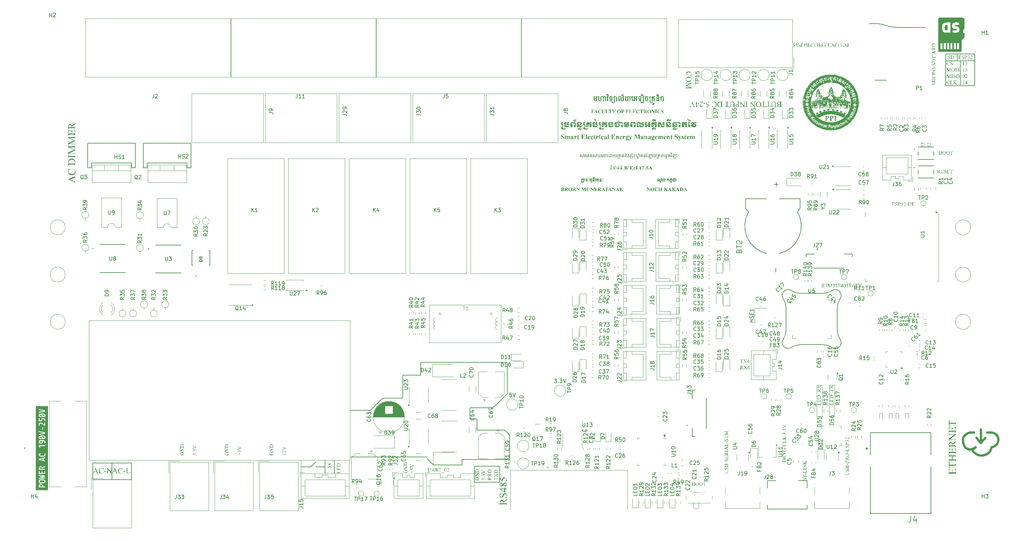
<source format=gbr>
%TF.GenerationSoftware,KiCad,Pcbnew,8.0.1*%
%TF.CreationDate,2024-07-17T10:14:41+07:00*%
%TF.ProjectId,SmartEnergyMag_System,536d6172-7445-46e6-9572-67794d61675f,rev?*%
%TF.SameCoordinates,Original*%
%TF.FileFunction,Legend,Top*%
%TF.FilePolarity,Positive*%
%FSLAX46Y46*%
G04 Gerber Fmt 4.6, Leading zero omitted, Abs format (unit mm)*
G04 Created by KiCad (PCBNEW 8.0.1) date 2024-07-17 10:14:41*
%MOMM*%
%LPD*%
G01*
G04 APERTURE LIST*
%ADD10C,0.150000*%
%ADD11C,0.156000*%
%ADD12C,0.100000*%
%ADD13C,0.120000*%
%ADD14C,0.125000*%
%ADD15C,0.200000*%
%ADD16C,0.260000*%
%ADD17C,0.300000*%
%ADD18C,0.006350*%
%ADD19C,0.127000*%
%ADD20C,0.000000*%
G04 APERTURE END LIST*
D10*
X124860000Y-138232109D02*
X118290000Y-138232109D01*
X145390000Y-131082109D02*
X146664343Y-132356452D01*
X91460000Y-140827500D02*
X94080000Y-140827500D01*
D11*
X234169599Y-107037199D02*
G75*
G02*
X232002200Y-109204599I-1289599J-877801D01*
G01*
D10*
X146660000Y-132360000D02*
X146660000Y-138880000D01*
X262050000Y-33225000D02*
X269750000Y-33225000D01*
D11*
X232002200Y-94145399D02*
G75*
G02*
X234169601Y-96312799I877800J-1289601D01*
G01*
X233425999Y-98726859D02*
X233425999Y-104606120D01*
D12*
X227972919Y-119147500D02*
X229427082Y-119147500D01*
X229427082Y-127495000D01*
X227972919Y-127495000D01*
X227972919Y-119147500D01*
D11*
X219853999Y-104623259D02*
G75*
G02*
X219110425Y-107037217I-4289699J-141D01*
G01*
D10*
X136170000Y-128110000D02*
X138060000Y-128110000D01*
X104420000Y-125880000D02*
X109880000Y-125880000D01*
D11*
X221277798Y-109204598D02*
G75*
G02*
X219110402Y-107037201I-877798J1289598D01*
G01*
D10*
X144020000Y-144900000D02*
X144020000Y-140640000D01*
D11*
X223691763Y-94888999D02*
G75*
G02*
X221277813Y-94145378I-63J4289699D01*
G01*
D10*
X262050000Y-31425000D02*
X269775000Y-31425000D01*
X269775000Y-39825000D01*
X262050000Y-39825000D01*
X262050000Y-31425000D01*
D11*
X234169599Y-107037199D02*
G75*
G02*
X233426001Y-104606120I3546701J2414099D01*
G01*
X221277799Y-109204599D02*
G75*
G02*
X223691723Y-108461026I2413901J-3546401D01*
G01*
D10*
X100320000Y-139060000D02*
X100320000Y-142607500D01*
X95360000Y-140827500D02*
X97810000Y-140827500D01*
X126412500Y-140242109D02*
X124860000Y-138689609D01*
X97820000Y-139047500D02*
X97820000Y-142607500D01*
X123170000Y-113170000D02*
X146080000Y-113170000D01*
X118380000Y-116510000D02*
X123170000Y-116510000D01*
X113075000Y-122685000D02*
X118380000Y-122685000D01*
X134090000Y-138880000D02*
X134090000Y-140342109D01*
X146080000Y-113170000D02*
X146080000Y-121428879D01*
X36330000Y-139830000D02*
X46590000Y-139830000D01*
X46590000Y-144280000D01*
X36330000Y-144280000D01*
X36330000Y-139830000D01*
X123170000Y-116510000D02*
X123170000Y-113170000D01*
D11*
X219110399Y-96312798D02*
G75*
G02*
X219853977Y-98726747I-3546699J-2414002D01*
G01*
X229588263Y-108460999D02*
G75*
G02*
X232002213Y-109204580I-63J-4290301D01*
G01*
D10*
X134090000Y-140342109D02*
X126422500Y-140342109D01*
X137990000Y-131082109D02*
X145390000Y-131082109D01*
X146660000Y-138880000D02*
X134090000Y-138880000D01*
D11*
X223691763Y-94888999D02*
X229588251Y-94888999D01*
D10*
X143520000Y-123988879D02*
X142298879Y-125210000D01*
X41460000Y-144280000D02*
X41460000Y-139830000D01*
D11*
X229588263Y-108460999D02*
X223691723Y-108460999D01*
D10*
X266000000Y-33225000D02*
X266000000Y-39825000D01*
X118380000Y-122685000D02*
X118380000Y-116510000D01*
D12*
X231262917Y-119147500D02*
X232717080Y-119147500D01*
X232717080Y-127495000D01*
X231262917Y-127495000D01*
X231262917Y-119147500D01*
D10*
X136170000Y-125210000D02*
X136170000Y-128110000D01*
X137360000Y-140640000D02*
X137360000Y-144900000D01*
D11*
X219110399Y-96312798D02*
G75*
G02*
X221277799Y-94145399I1289601J877798D01*
G01*
D10*
X138060000Y-128110000D02*
X138060000Y-131082109D01*
X109880000Y-125880000D02*
X113075000Y-122685000D01*
D11*
X233425999Y-98726859D02*
G75*
G02*
X234169584Y-96312788I4290601J-41D01*
G01*
D10*
X144010000Y-140640000D02*
X137350000Y-140640000D01*
X137345000Y-144900000D02*
X144035000Y-144900000D01*
X94080000Y-140827500D02*
X95420066Y-139487434D01*
D13*
X91460000Y-139047500D02*
X104190000Y-139047500D01*
X104190000Y-142607500D01*
X91460000Y-142607500D01*
X91460000Y-139047500D01*
D11*
X219853999Y-104623259D02*
X219853999Y-98726747D01*
D10*
X118290000Y-138232109D02*
X104632290Y-138232109D01*
D11*
X232002199Y-94145398D02*
G75*
G02*
X229588251Y-94888971I-2413899J3546398D01*
G01*
D10*
X146080000Y-121428879D02*
X143520000Y-123988879D01*
X142298879Y-125210000D02*
X136170000Y-125210000D01*
X265100000Y-31425000D02*
X265100000Y-33225000D01*
D14*
G36*
X255754175Y-56188949D02*
G01*
X255709830Y-56167746D01*
X255666328Y-56140790D01*
X255625923Y-56106988D01*
X255608851Y-56088566D01*
X255581674Y-56047621D01*
X255564563Y-56000810D01*
X255557517Y-55948131D01*
X255557315Y-55936891D01*
X255561834Y-55884211D01*
X255577719Y-55832719D01*
X255605042Y-55789457D01*
X255629611Y-55765188D01*
X255670976Y-55737653D01*
X255718191Y-55722165D01*
X255744650Y-55720003D01*
X255795513Y-55727987D01*
X255840720Y-55748071D01*
X255886581Y-55780380D01*
X255926412Y-55817803D01*
X255953233Y-55847742D01*
X255974648Y-55802705D01*
X256003881Y-55760459D01*
X256042649Y-55723464D01*
X256050442Y-55717805D01*
X256096391Y-55692775D01*
X256147592Y-55678135D01*
X256198697Y-55673841D01*
X256250464Y-55677523D01*
X256299122Y-55688567D01*
X256344671Y-55706975D01*
X256387111Y-55732746D01*
X256409967Y-55750778D01*
X256449560Y-55791581D01*
X256480962Y-55838705D01*
X256504171Y-55892148D01*
X256517255Y-55941512D01*
X256524651Y-55995265D01*
X256526471Y-56041427D01*
X256524229Y-56094354D01*
X256515619Y-56142439D01*
X256503512Y-56169654D01*
X256465552Y-56201979D01*
X256454175Y-56203604D01*
X256419004Y-56187484D01*
X256403861Y-56148649D01*
X256409479Y-56113478D01*
X256430721Y-56068158D01*
X256434636Y-56060722D01*
X256455993Y-56015972D01*
X256460281Y-56003569D01*
X256467786Y-55954721D01*
X256467853Y-55949347D01*
X256460090Y-55899350D01*
X256436803Y-55854505D01*
X256412654Y-55827470D01*
X256372338Y-55797851D01*
X256322959Y-55779561D01*
X256282228Y-55775446D01*
X256231070Y-55780759D01*
X256184387Y-55795305D01*
X256174517Y-55799626D01*
X256131325Y-55824500D01*
X256115166Y-55838705D01*
X256085465Y-55878908D01*
X256064608Y-55919794D01*
X256048304Y-55968537D01*
X256041982Y-56018140D01*
X256041893Y-56024818D01*
X256041893Y-56046800D01*
X256014538Y-56046800D01*
X256002935Y-55995913D01*
X255982325Y-55948322D01*
X255976680Y-55938112D01*
X255946727Y-55895991D01*
X255909343Y-55863622D01*
X255901209Y-55858733D01*
X255855047Y-55840048D01*
X255804489Y-55833820D01*
X255753079Y-55841157D01*
X255707451Y-55865466D01*
X255693603Y-55878272D01*
X255664551Y-55921115D01*
X255651769Y-55972279D01*
X255651105Y-55988426D01*
X255658234Y-56039488D01*
X255679620Y-56086184D01*
X255715264Y-56128515D01*
X255758149Y-56161972D01*
X255765166Y-56166479D01*
X255754175Y-56188949D01*
G37*
G36*
X255754175Y-55489438D02*
G01*
X255709830Y-55468234D01*
X255666328Y-55441279D01*
X255625923Y-55407476D01*
X255608851Y-55389054D01*
X255581674Y-55348110D01*
X255564563Y-55301298D01*
X255557517Y-55248619D01*
X255557315Y-55237379D01*
X255561834Y-55184699D01*
X255577719Y-55133207D01*
X255605042Y-55089945D01*
X255629611Y-55065676D01*
X255670976Y-55038142D01*
X255718191Y-55022654D01*
X255744650Y-55020492D01*
X255795513Y-55028475D01*
X255840720Y-55048559D01*
X255886581Y-55080868D01*
X255926412Y-55118292D01*
X255953233Y-55148231D01*
X255974648Y-55103194D01*
X256003881Y-55060947D01*
X256042649Y-55023953D01*
X256050442Y-55018293D01*
X256096391Y-54993263D01*
X256147592Y-54978623D01*
X256198697Y-54974330D01*
X256250464Y-54978011D01*
X256299122Y-54989056D01*
X256344671Y-55007463D01*
X256387111Y-55033234D01*
X256409967Y-55051266D01*
X256449560Y-55092070D01*
X256480962Y-55139194D01*
X256504171Y-55192637D01*
X256517255Y-55242001D01*
X256524651Y-55295753D01*
X256526471Y-55341915D01*
X256524229Y-55394842D01*
X256515619Y-55442928D01*
X256503512Y-55470143D01*
X256465552Y-55502468D01*
X256454175Y-55504092D01*
X256419004Y-55487972D01*
X256403861Y-55449138D01*
X256409479Y-55413967D01*
X256430721Y-55368646D01*
X256434636Y-55361210D01*
X256455993Y-55316460D01*
X256460281Y-55304058D01*
X256467786Y-55255209D01*
X256467853Y-55249836D01*
X256460090Y-55199838D01*
X256436803Y-55154993D01*
X256412654Y-55127958D01*
X256372338Y-55098339D01*
X256322959Y-55080050D01*
X256282228Y-55075935D01*
X256231070Y-55081248D01*
X256184387Y-55095793D01*
X256174517Y-55100115D01*
X256131325Y-55124989D01*
X256115166Y-55139194D01*
X256085465Y-55179396D01*
X256064608Y-55220282D01*
X256048304Y-55269026D01*
X256041982Y-55318628D01*
X256041893Y-55325307D01*
X256041893Y-55347288D01*
X256014538Y-55347288D01*
X256002935Y-55296402D01*
X255982325Y-55248811D01*
X255976680Y-55238600D01*
X255946727Y-55196479D01*
X255909343Y-55164111D01*
X255901209Y-55159222D01*
X255855047Y-55140537D01*
X255804489Y-55134309D01*
X255753079Y-55141645D01*
X255707451Y-55165955D01*
X255693603Y-55178761D01*
X255664551Y-55221604D01*
X255651769Y-55272768D01*
X255651105Y-55288914D01*
X255658234Y-55339976D01*
X255679620Y-55386673D01*
X255715264Y-55429003D01*
X255758149Y-55462461D01*
X255765166Y-55466967D01*
X255754175Y-55489438D01*
G37*
G36*
X257434175Y-56188949D02*
G01*
X257389830Y-56167746D01*
X257346328Y-56140790D01*
X257305923Y-56106988D01*
X257288851Y-56088566D01*
X257261674Y-56047621D01*
X257244563Y-56000810D01*
X257237517Y-55948131D01*
X257237315Y-55936891D01*
X257241834Y-55884211D01*
X257257719Y-55832719D01*
X257285042Y-55789457D01*
X257309611Y-55765188D01*
X257350976Y-55737653D01*
X257398191Y-55722165D01*
X257424650Y-55720003D01*
X257475513Y-55727987D01*
X257520720Y-55748071D01*
X257566581Y-55780380D01*
X257606412Y-55817803D01*
X257633233Y-55847742D01*
X257654648Y-55802705D01*
X257683881Y-55760459D01*
X257722649Y-55723464D01*
X257730442Y-55717805D01*
X257776391Y-55692775D01*
X257827592Y-55678135D01*
X257878697Y-55673841D01*
X257930464Y-55677523D01*
X257979122Y-55688567D01*
X258024671Y-55706975D01*
X258067111Y-55732746D01*
X258089967Y-55750778D01*
X258129560Y-55791581D01*
X258160962Y-55838705D01*
X258184171Y-55892148D01*
X258197255Y-55941512D01*
X258204651Y-55995265D01*
X258206471Y-56041427D01*
X258204229Y-56094354D01*
X258195619Y-56142439D01*
X258183512Y-56169654D01*
X258145552Y-56201979D01*
X258134175Y-56203604D01*
X258099004Y-56187484D01*
X258083861Y-56148649D01*
X258089479Y-56113478D01*
X258110721Y-56068158D01*
X258114636Y-56060722D01*
X258135993Y-56015972D01*
X258140281Y-56003569D01*
X258147786Y-55954721D01*
X258147853Y-55949347D01*
X258140090Y-55899350D01*
X258116803Y-55854505D01*
X258092654Y-55827470D01*
X258052338Y-55797851D01*
X258002959Y-55779561D01*
X257962228Y-55775446D01*
X257911070Y-55780759D01*
X257864387Y-55795305D01*
X257854517Y-55799626D01*
X257811325Y-55824500D01*
X257795166Y-55838705D01*
X257765465Y-55878908D01*
X257744608Y-55919794D01*
X257728304Y-55968537D01*
X257721982Y-56018140D01*
X257721893Y-56024818D01*
X257721893Y-56046800D01*
X257694538Y-56046800D01*
X257682935Y-55995913D01*
X257662325Y-55948322D01*
X257656680Y-55938112D01*
X257626727Y-55895991D01*
X257589343Y-55863622D01*
X257581209Y-55858733D01*
X257535047Y-55840048D01*
X257484489Y-55833820D01*
X257433079Y-55841157D01*
X257387451Y-55865466D01*
X257373603Y-55878272D01*
X257344551Y-55921115D01*
X257331769Y-55972279D01*
X257331105Y-55988426D01*
X257338234Y-56039488D01*
X257359620Y-56086184D01*
X257395264Y-56128515D01*
X257438149Y-56161972D01*
X257445166Y-56166479D01*
X257434175Y-56188949D01*
G37*
G36*
X258003261Y-54915956D02*
G01*
X258190840Y-54981168D01*
X258190840Y-55530715D01*
X258165438Y-55530715D01*
X258124527Y-55486502D01*
X258085050Y-55444814D01*
X258047007Y-55405650D01*
X258010397Y-55369011D01*
X257975222Y-55334896D01*
X257930552Y-55293337D01*
X257888432Y-55256265D01*
X257848861Y-55223682D01*
X257802982Y-55189263D01*
X257759679Y-55160766D01*
X257709258Y-55132946D01*
X257660520Y-55112080D01*
X257613465Y-55098170D01*
X257560695Y-55090731D01*
X257546038Y-55090345D01*
X257493574Y-55095664D01*
X257447311Y-55111621D01*
X257403584Y-55141460D01*
X257399981Y-55144811D01*
X257367442Y-55184600D01*
X257347349Y-55233733D01*
X257342828Y-55274504D01*
X257348564Y-55324021D01*
X257367724Y-55373245D01*
X257383617Y-55397847D01*
X257419532Y-55434827D01*
X257461808Y-55461604D01*
X257503052Y-55478447D01*
X257503052Y-55504092D01*
X257449709Y-55493934D01*
X257402093Y-55478634D01*
X257354687Y-55454851D01*
X257314760Y-55424351D01*
X257305948Y-55415676D01*
X257272771Y-55372896D01*
X257250452Y-55324512D01*
X257239728Y-55276801D01*
X257237315Y-55238112D01*
X257241880Y-55183783D01*
X257255573Y-55134126D01*
X257278394Y-55089139D01*
X257310344Y-55048824D01*
X257348370Y-55015591D01*
X257395053Y-54989555D01*
X257445871Y-54975535D01*
X257482047Y-54972864D01*
X257530772Y-54976760D01*
X257579554Y-54988449D01*
X257623952Y-55005837D01*
X257673298Y-55031174D01*
X257716580Y-55057672D01*
X257760773Y-55088584D01*
X257805876Y-55123910D01*
X257844157Y-55156719D01*
X257859646Y-55170701D01*
X257904098Y-55211493D01*
X257943910Y-55248263D01*
X257987149Y-55288569D01*
X258023136Y-55322590D01*
X258061337Y-55359661D01*
X258085327Y-55384413D01*
X258085327Y-55141392D01*
X258084502Y-55091955D01*
X258080175Y-55041243D01*
X258079465Y-55037344D01*
X258060467Y-54990996D01*
X258055040Y-54983367D01*
X258017176Y-54949461D01*
X258003261Y-54941357D01*
X258003261Y-54915956D01*
G37*
G36*
X235594462Y-142453820D02*
G01*
X235567107Y-142453820D01*
X235567107Y-142124092D01*
X235594462Y-142124092D01*
X235594462Y-142159263D01*
X235605942Y-142207868D01*
X235640380Y-142243771D01*
X235688885Y-142256155D01*
X235739054Y-142258182D01*
X236116165Y-142258182D01*
X236166440Y-142259161D01*
X236219516Y-142262777D01*
X236272818Y-142270173D01*
X236323404Y-142282654D01*
X236333297Y-142286025D01*
X236379259Y-142308546D01*
X236420976Y-142341610D01*
X236454891Y-142380381D01*
X236465432Y-142395202D01*
X236489582Y-142439547D01*
X236506831Y-142491250D01*
X236516265Y-142542526D01*
X236520415Y-142599436D01*
X236520631Y-142616730D01*
X236518776Y-142671307D01*
X236513212Y-142720732D01*
X236502032Y-142771883D01*
X236483073Y-142821754D01*
X236467875Y-142848272D01*
X236435320Y-142889016D01*
X236397009Y-142922495D01*
X236352940Y-142948711D01*
X236325969Y-142960136D01*
X236277359Y-142971728D01*
X236223428Y-142977910D01*
X236174203Y-142980744D01*
X236117457Y-142982032D01*
X236096870Y-142982117D01*
X235733681Y-142982117D01*
X235681726Y-142984917D01*
X235633390Y-142997758D01*
X235621329Y-143005809D01*
X235597637Y-143049527D01*
X235594462Y-143082501D01*
X235594462Y-143117428D01*
X235567107Y-143117428D01*
X235567107Y-142714916D01*
X235594462Y-142714916D01*
X235594462Y-142750575D01*
X235603560Y-142800034D01*
X235630854Y-142833129D01*
X235679005Y-142847405D01*
X235728848Y-142850210D01*
X235733681Y-142850226D01*
X236138879Y-142850226D01*
X236189362Y-142848310D01*
X236241681Y-142843097D01*
X236263199Y-142840212D01*
X236311261Y-142830469D01*
X236359168Y-142812012D01*
X236372131Y-142804309D01*
X236409792Y-142770062D01*
X236436612Y-142729082D01*
X236453976Y-142681704D01*
X236461393Y-142630176D01*
X236462013Y-142608426D01*
X236458864Y-142558570D01*
X236447978Y-142506754D01*
X236429316Y-142458707D01*
X236422201Y-142445027D01*
X236395148Y-142404327D01*
X236360376Y-142369914D01*
X236320352Y-142346353D01*
X236273183Y-142332443D01*
X236223357Y-142325024D01*
X236170944Y-142321237D01*
X236119470Y-142320001D01*
X236110303Y-142319975D01*
X235733681Y-142319975D01*
X235681469Y-142322226D01*
X235633139Y-142333538D01*
X235624748Y-142339026D01*
X235598721Y-142382818D01*
X235594462Y-142418893D01*
X235594462Y-142453820D01*
G37*
G36*
X235551475Y-141469766D02*
G01*
X235864106Y-141469766D01*
X235864106Y-141495167D01*
X235811790Y-141504860D01*
X235762451Y-141519931D01*
X235721713Y-141539619D01*
X235682119Y-141569932D01*
X235649862Y-141609274D01*
X235637449Y-141630478D01*
X235617207Y-141679187D01*
X235607285Y-141729267D01*
X235606186Y-141752843D01*
X235612300Y-141802898D01*
X235632721Y-141849372D01*
X235649661Y-141871057D01*
X235689826Y-141902947D01*
X235738047Y-141917297D01*
X235748335Y-141917707D01*
X235798405Y-141906163D01*
X235825516Y-141888154D01*
X235860912Y-141849991D01*
X235889663Y-141809653D01*
X235916911Y-141766147D01*
X235941455Y-141723595D01*
X235962292Y-141685432D01*
X235987262Y-141639433D01*
X236013529Y-141593126D01*
X236039769Y-141549907D01*
X236069270Y-141507379D01*
X236104326Y-141469746D01*
X236144524Y-141440621D01*
X236156953Y-141433862D01*
X236205425Y-141415279D01*
X236256044Y-141408073D01*
X236262955Y-141407972D01*
X236313773Y-141413101D01*
X236360957Y-141428489D01*
X236404509Y-141454134D01*
X236444427Y-141490038D01*
X236477766Y-141534017D01*
X236501580Y-141583888D01*
X236514603Y-141632359D01*
X236520333Y-141685342D01*
X236520631Y-141701308D01*
X236518317Y-141752419D01*
X236515258Y-141777512D01*
X236504253Y-141825176D01*
X236493032Y-141865928D01*
X236479842Y-141915088D01*
X236473736Y-141950680D01*
X236483018Y-141977791D01*
X236520631Y-141992445D01*
X236520631Y-142017847D01*
X236208000Y-142017847D01*
X236208000Y-141992445D01*
X236258816Y-141981450D01*
X236306214Y-141966967D01*
X236353569Y-141944574D01*
X236392752Y-141911996D01*
X236423527Y-141870862D01*
X236433925Y-141852250D01*
X236453422Y-141803856D01*
X236463921Y-141752095D01*
X236465921Y-141715718D01*
X236461532Y-141665539D01*
X236446566Y-141618551D01*
X236420980Y-141580163D01*
X236381607Y-141547903D01*
X236333254Y-141531554D01*
X236314490Y-141530338D01*
X236265084Y-141540054D01*
X236245614Y-141549145D01*
X236205860Y-141578883D01*
X236180645Y-141607763D01*
X236153904Y-141649036D01*
X236127432Y-141694331D01*
X236101819Y-141739711D01*
X236093695Y-141754309D01*
X236065820Y-141803265D01*
X236040540Y-141845631D01*
X236011850Y-141890414D01*
X235987449Y-141924302D01*
X235953970Y-141961191D01*
X235914941Y-141991992D01*
X235900254Y-142000750D01*
X235853282Y-142019508D01*
X235802123Y-142026782D01*
X235794986Y-142026884D01*
X235741233Y-142020798D01*
X235691808Y-142002540D01*
X235646711Y-141972111D01*
X235623527Y-141949947D01*
X235592004Y-141908853D01*
X235569488Y-141862508D01*
X235555979Y-141810912D01*
X235551546Y-141761458D01*
X235551475Y-141754064D01*
X235555227Y-141702089D01*
X235565150Y-141652935D01*
X235581274Y-141601968D01*
X235583227Y-141596772D01*
X235597838Y-141549293D01*
X235598370Y-141542550D01*
X235589089Y-141513485D01*
X235551475Y-141495167D01*
X235551475Y-141469766D01*
G37*
G36*
X236302343Y-140480903D02*
G01*
X236351630Y-140499450D01*
X236383611Y-140518684D01*
X236423061Y-140552776D01*
X236454430Y-140594604D01*
X236475935Y-140639340D01*
X236489985Y-140688737D01*
X236498613Y-140743382D01*
X236503183Y-140799487D01*
X236504886Y-140853735D01*
X236505000Y-140873080D01*
X236505000Y-141312718D01*
X236477644Y-141312718D01*
X236477644Y-141277791D01*
X236468363Y-141227660D01*
X236440519Y-141194016D01*
X236392604Y-141180760D01*
X236342555Y-141178155D01*
X236337693Y-141178140D01*
X235734413Y-141178140D01*
X235682225Y-141180506D01*
X235633415Y-141192398D01*
X235624748Y-141198168D01*
X235598721Y-141241750D01*
X235594462Y-141277791D01*
X235594462Y-141312718D01*
X235567107Y-141312718D01*
X235567107Y-140922662D01*
X235614002Y-140922662D01*
X235616200Y-140972213D01*
X235623542Y-141021551D01*
X235629633Y-141046249D01*
X235995020Y-141046249D01*
X236001699Y-140996373D01*
X236002348Y-140988363D01*
X236004597Y-140938035D01*
X236004718Y-140924616D01*
X236051685Y-140924616D01*
X236052316Y-140975351D01*
X236053150Y-140997644D01*
X236057791Y-141046249D01*
X236438565Y-141046249D01*
X236448869Y-140996675D01*
X236455357Y-140947483D01*
X236458029Y-140898673D01*
X236458105Y-140888956D01*
X236455428Y-140837395D01*
X236445815Y-140785394D01*
X236426643Y-140735724D01*
X236402173Y-140699424D01*
X236364640Y-140665034D01*
X236317403Y-140641917D01*
X236269050Y-140634275D01*
X236263932Y-140634211D01*
X236213836Y-140640705D01*
X236165672Y-140660186D01*
X236159396Y-140663764D01*
X236119652Y-140696563D01*
X236090031Y-140739827D01*
X236080505Y-140759752D01*
X236064097Y-140809316D01*
X236055090Y-140860836D01*
X236051797Y-140912466D01*
X236051685Y-140924616D01*
X236004718Y-140924616D01*
X236004790Y-140916556D01*
X236003051Y-140864031D01*
X235997041Y-140814915D01*
X235982808Y-140765614D01*
X235956873Y-140723475D01*
X235917970Y-140690120D01*
X235915153Y-140688433D01*
X235867342Y-140668283D01*
X235818638Y-140661592D01*
X235815258Y-140661566D01*
X235765589Y-140668078D01*
X235720690Y-140687612D01*
X235680562Y-140720170D01*
X235673108Y-140728244D01*
X235644536Y-140770581D01*
X235626989Y-140816323D01*
X235616830Y-140869698D01*
X235614002Y-140922662D01*
X235567107Y-140922662D01*
X235567107Y-140910205D01*
X235568160Y-140856701D01*
X235571863Y-140803187D01*
X235579105Y-140752020D01*
X235583960Y-140729710D01*
X235598965Y-140681228D01*
X235621649Y-140633984D01*
X235650477Y-140594468D01*
X235673108Y-140572418D01*
X235714987Y-140543695D01*
X235760635Y-140525611D01*
X235810051Y-140518164D01*
X235820387Y-140517951D01*
X235871930Y-140523962D01*
X235919214Y-140541994D01*
X235948370Y-140560694D01*
X235983585Y-140594702D01*
X236011990Y-140638292D01*
X236031901Y-140686235D01*
X236045393Y-140635674D01*
X236064961Y-140588514D01*
X236092051Y-140547603D01*
X236097602Y-140541399D01*
X236135152Y-140509166D01*
X236182130Y-140485725D01*
X236234643Y-140475306D01*
X236251475Y-140474720D01*
X236302343Y-140480903D01*
G37*
G36*
X236129842Y-140346249D02*
G01*
X236129842Y-139990875D01*
X236235355Y-139990875D01*
X236235355Y-140346249D01*
X236129842Y-140346249D01*
G37*
G36*
X235879768Y-139208871D02*
G01*
X235928953Y-139222976D01*
X235972825Y-139246484D01*
X236011385Y-139279396D01*
X236042694Y-139320887D01*
X236065057Y-139370132D01*
X236077287Y-139419583D01*
X236082668Y-139474971D01*
X236082948Y-139491887D01*
X236080639Y-139540887D01*
X236078063Y-139564916D01*
X236070626Y-139613302D01*
X236063653Y-139648691D01*
X236336960Y-139648691D01*
X236385814Y-139646807D01*
X236434497Y-139636914D01*
X236447114Y-139629396D01*
X236473351Y-139586329D01*
X236477644Y-139550505D01*
X236477644Y-139514602D01*
X236505000Y-139514602D01*
X236505000Y-139913695D01*
X236477644Y-139913695D01*
X236477644Y-139878768D01*
X236467997Y-139828087D01*
X236439054Y-139794260D01*
X236389499Y-139782506D01*
X236337693Y-139780582D01*
X235734413Y-139780582D01*
X235681674Y-139782776D01*
X235633093Y-139793797D01*
X235624748Y-139799145D01*
X235598721Y-139842727D01*
X235594462Y-139878768D01*
X235594462Y-139913695D01*
X235567107Y-139913695D01*
X235567107Y-139572487D01*
X235567438Y-139558565D01*
X235621817Y-139558565D01*
X235626381Y-139607305D01*
X235634762Y-139648691D01*
X236022376Y-139648691D01*
X236030710Y-139598774D01*
X236032634Y-139584211D01*
X236036053Y-139535851D01*
X236028291Y-139485109D01*
X236005004Y-139439863D01*
X235980854Y-139412752D01*
X235938899Y-139383133D01*
X235889266Y-139365809D01*
X235837484Y-139360729D01*
X235786333Y-139365497D01*
X235738455Y-139379803D01*
X235725376Y-139385642D01*
X235682400Y-139413330D01*
X235649336Y-139452920D01*
X235647707Y-139455739D01*
X235628290Y-139504038D01*
X235621843Y-139554975D01*
X235621817Y-139558565D01*
X235567438Y-139558565D01*
X235568346Y-139520313D01*
X235572796Y-139466896D01*
X235581670Y-139414722D01*
X235592997Y-139375383D01*
X235614842Y-139328393D01*
X235645114Y-139286828D01*
X235679947Y-139253750D01*
X235724778Y-139225522D01*
X235774978Y-139209011D01*
X235825272Y-139204169D01*
X235879768Y-139208871D01*
G37*
G36*
X236505000Y-138456542D02*
G01*
X236062187Y-138771859D01*
X236063379Y-138821582D01*
X236063408Y-138828768D01*
X236063164Y-138848063D01*
X236062187Y-138869312D01*
X236336228Y-138869312D01*
X236385362Y-138867428D01*
X236434378Y-138857535D01*
X236447114Y-138850017D01*
X236473351Y-138807236D01*
X236477644Y-138771859D01*
X236477644Y-138735223D01*
X236505000Y-138735223D01*
X236505000Y-139134560D01*
X236477644Y-139134560D01*
X236477644Y-139099389D01*
X236467997Y-139048709D01*
X236439054Y-139014881D01*
X236389499Y-139002497D01*
X236337693Y-139000471D01*
X235734413Y-139000471D01*
X235681674Y-139002751D01*
X235633093Y-139014207D01*
X235624748Y-139019766D01*
X235598721Y-139063462D01*
X235594462Y-139099389D01*
X235594462Y-139134560D01*
X235567107Y-139134560D01*
X235567107Y-138795062D01*
X235567594Y-138761357D01*
X235617909Y-138761357D01*
X235622321Y-138811653D01*
X235631648Y-138860905D01*
X235633541Y-138869312D01*
X236019689Y-138869312D01*
X236020177Y-138846598D01*
X236020422Y-138830722D01*
X236017652Y-138775617D01*
X236009342Y-138726777D01*
X235993062Y-138678631D01*
X235966097Y-138634247D01*
X235962536Y-138629954D01*
X235923257Y-138594277D01*
X235877776Y-138571813D01*
X235826094Y-138562563D01*
X235815013Y-138562299D01*
X235763560Y-138567642D01*
X235714345Y-138585861D01*
X235672864Y-138617009D01*
X235641576Y-138658640D01*
X235623276Y-138708639D01*
X235617909Y-138761357D01*
X235567594Y-138761357D01*
X235567871Y-138742206D01*
X235570695Y-138687464D01*
X235576469Y-138634032D01*
X235586212Y-138585562D01*
X235588845Y-138576465D01*
X235607922Y-138530477D01*
X235635599Y-138489568D01*
X235668224Y-138456786D01*
X235710675Y-138428836D01*
X235758437Y-138412487D01*
X235806465Y-138407693D01*
X235857828Y-138413155D01*
X235904754Y-138429541D01*
X235947243Y-138456852D01*
X235955209Y-138463625D01*
X235990991Y-138504593D01*
X236017037Y-138551742D01*
X236035290Y-138601827D01*
X236044357Y-138637037D01*
X236314979Y-138444818D01*
X236357614Y-138413005D01*
X236396274Y-138379990D01*
X236430143Y-138343625D01*
X236438810Y-138331489D01*
X236461270Y-138284466D01*
X236473749Y-138235304D01*
X236477644Y-138207658D01*
X236505000Y-138207658D01*
X236505000Y-138456542D01*
G37*
G36*
X236082318Y-137265755D02*
G01*
X236131720Y-137272040D01*
X236190328Y-137285790D01*
X236245441Y-137306086D01*
X236297060Y-137332930D01*
X236345185Y-137366322D01*
X236381168Y-137397749D01*
X236421346Y-137440953D01*
X236454713Y-137486912D01*
X236481271Y-137535626D01*
X236501019Y-137587094D01*
X236513958Y-137641318D01*
X236520086Y-137698296D01*
X236520631Y-137721859D01*
X236517310Y-137780501D01*
X236507346Y-137836138D01*
X236490739Y-137888770D01*
X236467489Y-137938396D01*
X236437597Y-137985017D01*
X236401062Y-138028632D01*
X236384588Y-138045237D01*
X236340124Y-138082881D01*
X236291761Y-138114145D01*
X236239498Y-138139028D01*
X236183335Y-138157531D01*
X236123273Y-138169654D01*
X236072415Y-138174758D01*
X236032634Y-138175907D01*
X235978706Y-138173548D01*
X235927319Y-138166473D01*
X235878475Y-138154680D01*
X235832172Y-138138171D01*
X235777867Y-138110901D01*
X235727533Y-138076261D01*
X235690126Y-138043243D01*
X235672376Y-138024965D01*
X235637546Y-137982713D01*
X235608620Y-137937934D01*
X235585597Y-137890626D01*
X235568477Y-137840790D01*
X235557261Y-137788426D01*
X235551948Y-137733533D01*
X235551750Y-137724057D01*
X235602278Y-137724057D01*
X235606696Y-137776395D01*
X235619949Y-137823988D01*
X235645915Y-137872569D01*
X235678102Y-137909994D01*
X235694602Y-137924581D01*
X235741485Y-137956537D01*
X235786274Y-137978117D01*
X235836263Y-137995106D01*
X235891451Y-138007503D01*
X235951839Y-138015308D01*
X236003893Y-138018247D01*
X236031168Y-138018614D01*
X236086318Y-138017092D01*
X236138193Y-138012523D01*
X236186793Y-138004910D01*
X236242939Y-137991110D01*
X236293969Y-137972553D01*
X236339883Y-137949236D01*
X236380680Y-137921161D01*
X236416939Y-137886066D01*
X236447473Y-137840347D01*
X236466375Y-137788643D01*
X236473373Y-137738494D01*
X236473736Y-137723325D01*
X236468863Y-137668128D01*
X236454242Y-137617303D01*
X236429874Y-137570849D01*
X236395758Y-137528766D01*
X236371887Y-137506681D01*
X236329472Y-137477630D01*
X236278796Y-137454589D01*
X236230257Y-137439980D01*
X236175981Y-137429544D01*
X236115968Y-137423283D01*
X236063828Y-137421280D01*
X236050219Y-137421196D01*
X235992635Y-137422666D01*
X235938829Y-137427073D01*
X235888802Y-137434420D01*
X235831580Y-137447735D01*
X235780261Y-137465642D01*
X235734846Y-137488140D01*
X235695334Y-137515230D01*
X235659075Y-137551018D01*
X235631722Y-137592347D01*
X235613274Y-137639215D01*
X235603732Y-137691623D01*
X235602278Y-137724057D01*
X235551750Y-137724057D01*
X235551475Y-137710868D01*
X235554821Y-137655415D01*
X235564856Y-137602323D01*
X235581582Y-137551593D01*
X235604999Y-137503224D01*
X235635106Y-137457216D01*
X235671903Y-137413569D01*
X235688496Y-137396772D01*
X235732978Y-137358424D01*
X235780788Y-137326576D01*
X235831925Y-137301227D01*
X235886390Y-137282379D01*
X235944181Y-137270029D01*
X235992811Y-137264830D01*
X236030680Y-137263660D01*
X236082318Y-137265755D01*
G37*
G36*
X236129842Y-137158391D02*
G01*
X236129842Y-136803018D01*
X236235355Y-136803018D01*
X236235355Y-137158391D01*
X236129842Y-137158391D01*
G37*
G36*
X235617909Y-136455216D02*
G01*
X235989159Y-136455216D01*
X235989159Y-136250540D01*
X235985655Y-136198242D01*
X235970085Y-136151591D01*
X235964246Y-136144050D01*
X235922386Y-136117543D01*
X235873133Y-136106306D01*
X235848475Y-136104239D01*
X235848475Y-136078838D01*
X236176737Y-136078838D01*
X236176737Y-136104239D01*
X236127343Y-136112620D01*
X236090764Y-136123534D01*
X236056248Y-136158908D01*
X236053639Y-136164078D01*
X236041577Y-136213987D01*
X236039961Y-136250540D01*
X236039961Y-136455216D01*
X236349173Y-136455216D01*
X236399120Y-136453872D01*
X236424888Y-136449842D01*
X236446381Y-136430547D01*
X236454189Y-136380667D01*
X236454197Y-136378279D01*
X236454197Y-136220254D01*
X236452898Y-136171125D01*
X236446941Y-136120596D01*
X236443206Y-136105704D01*
X236421072Y-136061970D01*
X236399731Y-136036828D01*
X236361411Y-136004645D01*
X236320191Y-135977354D01*
X236275873Y-135952425D01*
X236270526Y-135949633D01*
X236270526Y-135922278D01*
X236505000Y-136002634D01*
X236505000Y-136720464D01*
X236477644Y-136720464D01*
X236477644Y-136687491D01*
X236467954Y-136638058D01*
X236461769Y-136624965D01*
X236428796Y-136595167D01*
X236379849Y-136588059D01*
X236338426Y-136587107D01*
X235731482Y-136587107D01*
X235682596Y-136588848D01*
X235634310Y-136597989D01*
X235622062Y-136604937D01*
X235598343Y-136648862D01*
X235594462Y-136687491D01*
X235594462Y-136720464D01*
X235567107Y-136720464D01*
X235567107Y-136002634D01*
X235770317Y-135992376D01*
X235770317Y-136018998D01*
X235721968Y-136030252D01*
X235675464Y-136047725D01*
X235669933Y-136050994D01*
X235636182Y-136086714D01*
X235628168Y-136102773D01*
X235619352Y-136153587D01*
X235617909Y-136199738D01*
X235617909Y-136455216D01*
G37*
G36*
X235551475Y-135249389D02*
G01*
X235864106Y-135249389D01*
X235864106Y-135274790D01*
X235811790Y-135284484D01*
X235762451Y-135299554D01*
X235721713Y-135319242D01*
X235682119Y-135349555D01*
X235649862Y-135388897D01*
X235637449Y-135410101D01*
X235617207Y-135458810D01*
X235607285Y-135508890D01*
X235606186Y-135532466D01*
X235612300Y-135582521D01*
X235632721Y-135628995D01*
X235649661Y-135650680D01*
X235689826Y-135682570D01*
X235738047Y-135696920D01*
X235748335Y-135697330D01*
X235798405Y-135685786D01*
X235825516Y-135667777D01*
X235860912Y-135629614D01*
X235889663Y-135589276D01*
X235916911Y-135545770D01*
X235941455Y-135503218D01*
X235962292Y-135465055D01*
X235987262Y-135419057D01*
X236013529Y-135372749D01*
X236039769Y-135329530D01*
X236069270Y-135287002D01*
X236104326Y-135249369D01*
X236144524Y-135220244D01*
X236156953Y-135213485D01*
X236205425Y-135194902D01*
X236256044Y-135187697D01*
X236262955Y-135187595D01*
X236313773Y-135192725D01*
X236360957Y-135208112D01*
X236404509Y-135233757D01*
X236444427Y-135269661D01*
X236477766Y-135313640D01*
X236501580Y-135363511D01*
X236514603Y-135411982D01*
X236520333Y-135464965D01*
X236520631Y-135480931D01*
X236518317Y-135532042D01*
X236515258Y-135557135D01*
X236504253Y-135604799D01*
X236493032Y-135645551D01*
X236479842Y-135694711D01*
X236473736Y-135730303D01*
X236483018Y-135757414D01*
X236520631Y-135772069D01*
X236520631Y-135797470D01*
X236208000Y-135797470D01*
X236208000Y-135772069D01*
X236258816Y-135761073D01*
X236306214Y-135746591D01*
X236353569Y-135724197D01*
X236392752Y-135691619D01*
X236423527Y-135650485D01*
X236433925Y-135631873D01*
X236453422Y-135583479D01*
X236463921Y-135531718D01*
X236465921Y-135495341D01*
X236461532Y-135445162D01*
X236446566Y-135398174D01*
X236420980Y-135359787D01*
X236381607Y-135327527D01*
X236333254Y-135311178D01*
X236314490Y-135309961D01*
X236265084Y-135319677D01*
X236245614Y-135328768D01*
X236205860Y-135358506D01*
X236180645Y-135387386D01*
X236153904Y-135428659D01*
X236127432Y-135473954D01*
X236101819Y-135519334D01*
X236093695Y-135533932D01*
X236065820Y-135582889D01*
X236040540Y-135625254D01*
X236011850Y-135670038D01*
X235987449Y-135703925D01*
X235953970Y-135740814D01*
X235914941Y-135771616D01*
X235900254Y-135780373D01*
X235853282Y-135799131D01*
X235802123Y-135806405D01*
X235794986Y-135806507D01*
X235741233Y-135800421D01*
X235691808Y-135782164D01*
X235646711Y-135751735D01*
X235623527Y-135729570D01*
X235592004Y-135688476D01*
X235569488Y-135642131D01*
X235555979Y-135590535D01*
X235551546Y-135541081D01*
X235551475Y-135533688D01*
X235555227Y-135481712D01*
X235565150Y-135432558D01*
X235581274Y-135381592D01*
X235583227Y-135376395D01*
X235597838Y-135328917D01*
X235598370Y-135322173D01*
X235589089Y-135293108D01*
X235551475Y-135274790D01*
X235551475Y-135249389D01*
G37*
G36*
X235879768Y-134387517D02*
G01*
X235928953Y-134401622D01*
X235972825Y-134425130D01*
X236011385Y-134458042D01*
X236042694Y-134499533D01*
X236065057Y-134548778D01*
X236077287Y-134598229D01*
X236082668Y-134653618D01*
X236082948Y-134670533D01*
X236080639Y-134719534D01*
X236078063Y-134743562D01*
X236070626Y-134791949D01*
X236063653Y-134827337D01*
X236336960Y-134827337D01*
X236385814Y-134825453D01*
X236434497Y-134815560D01*
X236447114Y-134808042D01*
X236473351Y-134764975D01*
X236477644Y-134729152D01*
X236477644Y-134693248D01*
X236505000Y-134693248D01*
X236505000Y-135092341D01*
X236477644Y-135092341D01*
X236477644Y-135057414D01*
X236467997Y-135006734D01*
X236439054Y-134972906D01*
X236389499Y-134961152D01*
X236337693Y-134959228D01*
X235734413Y-134959228D01*
X235681674Y-134961422D01*
X235633093Y-134972443D01*
X235624748Y-134977791D01*
X235598721Y-135021373D01*
X235594462Y-135057414D01*
X235594462Y-135092341D01*
X235567107Y-135092341D01*
X235567107Y-134751133D01*
X235567438Y-134737212D01*
X235621817Y-134737212D01*
X235626381Y-134785952D01*
X235634762Y-134827337D01*
X236022376Y-134827337D01*
X236030710Y-134777420D01*
X236032634Y-134762857D01*
X236036053Y-134714497D01*
X236028291Y-134663756D01*
X236005004Y-134618510D01*
X235980854Y-134591399D01*
X235938899Y-134561780D01*
X235889266Y-134544455D01*
X235837484Y-134539375D01*
X235786333Y-134544143D01*
X235738455Y-134558449D01*
X235725376Y-134564288D01*
X235682400Y-134591976D01*
X235649336Y-134631566D01*
X235647707Y-134634385D01*
X235628290Y-134682684D01*
X235621843Y-134733621D01*
X235621817Y-134737212D01*
X235567438Y-134737212D01*
X235568346Y-134698959D01*
X235572796Y-134645543D01*
X235581670Y-134593368D01*
X235592997Y-134554030D01*
X235614842Y-134507039D01*
X235645114Y-134465474D01*
X235679947Y-134432397D01*
X235724778Y-134404168D01*
X235774978Y-134387657D01*
X235825272Y-134382815D01*
X235879768Y-134387517D01*
G37*
G36*
X235748335Y-134265579D02*
G01*
X235703990Y-134244375D01*
X235660488Y-134217420D01*
X235620083Y-134183617D01*
X235603011Y-134165195D01*
X235575834Y-134124251D01*
X235558723Y-134077439D01*
X235551677Y-134024760D01*
X235551475Y-134013520D01*
X235555994Y-133960840D01*
X235571879Y-133909348D01*
X235599202Y-133866086D01*
X235623771Y-133841817D01*
X235665136Y-133814283D01*
X235712351Y-133798795D01*
X235738810Y-133796632D01*
X235789673Y-133804616D01*
X235834880Y-133824700D01*
X235880741Y-133857009D01*
X235920572Y-133894433D01*
X235947393Y-133924371D01*
X235968808Y-133879334D01*
X235998041Y-133837088D01*
X236036809Y-133800094D01*
X236044602Y-133794434D01*
X236090551Y-133769404D01*
X236141752Y-133754764D01*
X236192857Y-133750471D01*
X236244624Y-133754152D01*
X236293282Y-133765197D01*
X236338831Y-133783604D01*
X236381271Y-133809375D01*
X236404127Y-133827407D01*
X236443720Y-133868211D01*
X236475122Y-133915334D01*
X236498331Y-133968778D01*
X236511415Y-134018142D01*
X236518811Y-134071894D01*
X236520631Y-134118056D01*
X236518389Y-134170983D01*
X236509779Y-134219069D01*
X236497672Y-134246284D01*
X236459712Y-134278609D01*
X236448335Y-134280233D01*
X236413164Y-134264113D01*
X236398021Y-134225279D01*
X236403639Y-134190108D01*
X236424881Y-134144787D01*
X236428796Y-134137351D01*
X236450153Y-134092601D01*
X236454441Y-134080198D01*
X236461946Y-134031350D01*
X236462013Y-134025976D01*
X236454250Y-133975979D01*
X236430963Y-133931134D01*
X236406814Y-133904099D01*
X236366498Y-133874480D01*
X236317119Y-133856191D01*
X236276388Y-133852076D01*
X236225230Y-133857389D01*
X236178547Y-133871934D01*
X236168677Y-133876256D01*
X236125485Y-133901130D01*
X236109326Y-133915334D01*
X236079625Y-133955537D01*
X236058768Y-133996423D01*
X236042464Y-134045167D01*
X236036142Y-134094769D01*
X236036053Y-134101448D01*
X236036053Y-134123429D01*
X236008698Y-134123429D01*
X235997095Y-134072543D01*
X235976485Y-134024952D01*
X235970840Y-134014741D01*
X235940887Y-133972620D01*
X235903503Y-133940252D01*
X235895369Y-133935362D01*
X235849207Y-133916678D01*
X235798649Y-133910450D01*
X235747239Y-133917786D01*
X235701611Y-133942096D01*
X235687763Y-133954902D01*
X235658711Y-133997744D01*
X235645929Y-134048909D01*
X235645265Y-134065055D01*
X235652394Y-134116117D01*
X235673780Y-134162814D01*
X235709424Y-134205144D01*
X235752309Y-134238602D01*
X235759326Y-134243108D01*
X235748335Y-134265579D01*
G37*
G36*
X236317421Y-132992585D02*
G01*
X236505000Y-133057798D01*
X236505000Y-133607344D01*
X236479598Y-133607344D01*
X236438687Y-133563132D01*
X236399210Y-133521443D01*
X236361167Y-133482279D01*
X236324557Y-133445640D01*
X236289382Y-133411525D01*
X236244712Y-133369966D01*
X236202592Y-133332894D01*
X236163021Y-133300311D01*
X236117142Y-133265893D01*
X236073839Y-133237396D01*
X236023418Y-133209575D01*
X235974680Y-133188709D01*
X235927625Y-133174799D01*
X235874855Y-133167361D01*
X235860198Y-133166974D01*
X235807734Y-133172293D01*
X235761471Y-133188250D01*
X235717744Y-133218090D01*
X235714141Y-133221441D01*
X235681602Y-133261229D01*
X235661509Y-133310362D01*
X235656988Y-133351133D01*
X235662724Y-133400650D01*
X235681884Y-133449874D01*
X235697777Y-133474476D01*
X235733692Y-133511456D01*
X235775968Y-133538234D01*
X235817212Y-133555076D01*
X235817212Y-133580722D01*
X235763869Y-133570564D01*
X235716253Y-133555263D01*
X235668847Y-133531480D01*
X235628920Y-133500980D01*
X235620108Y-133492306D01*
X235586931Y-133449525D01*
X235564612Y-133401141D01*
X235553888Y-133353430D01*
X235551475Y-133314741D01*
X235556040Y-133260413D01*
X235569733Y-133210755D01*
X235592554Y-133165768D01*
X235624504Y-133125453D01*
X235662530Y-133092221D01*
X235709213Y-133066184D01*
X235760031Y-133052164D01*
X235796207Y-133049494D01*
X235844932Y-133053390D01*
X235893714Y-133065078D01*
X235938112Y-133082466D01*
X235987458Y-133107803D01*
X236030740Y-133134301D01*
X236074933Y-133165213D01*
X236120036Y-133200539D01*
X236158317Y-133233348D01*
X236173806Y-133247330D01*
X236218258Y-133288123D01*
X236258070Y-133324893D01*
X236301309Y-133365199D01*
X236337296Y-133399220D01*
X236375497Y-133436291D01*
X236399487Y-133461043D01*
X236399487Y-133218021D01*
X236398662Y-133168585D01*
X236394335Y-133117872D01*
X236393625Y-133113974D01*
X236374627Y-133067625D01*
X236369200Y-133059996D01*
X236331336Y-133026091D01*
X236317421Y-133017986D01*
X236317421Y-132992585D01*
G37*
D10*
G36*
X99316922Y-141722414D02*
G01*
X98974249Y-141722414D01*
X98974249Y-142064598D01*
X98915631Y-142064598D01*
X98915631Y-141722414D01*
X98574424Y-141722414D01*
X98574424Y-141667459D01*
X98915631Y-141667459D01*
X98915631Y-141324054D01*
X98974249Y-141324054D01*
X98974249Y-141667459D01*
X99316922Y-141667459D01*
X99316922Y-141722414D01*
G37*
G36*
X98477948Y-140690000D02*
G01*
X98595185Y-140743489D01*
X98595185Y-141023879D01*
X98728053Y-141084940D01*
X98738364Y-141029920D01*
X98752658Y-140978585D01*
X98770936Y-140930935D01*
X98793197Y-140886970D01*
X98825168Y-140839076D01*
X98862875Y-140796489D01*
X98905153Y-140760896D01*
X98950564Y-140734045D01*
X98999106Y-140715936D01*
X99050781Y-140706570D01*
X99081716Y-140705143D01*
X99130793Y-140708664D01*
X99181368Y-140720536D01*
X99217271Y-140734940D01*
X99261407Y-140759487D01*
X99303406Y-140791040D01*
X99323517Y-140810167D01*
X99356217Y-140848613D01*
X99383274Y-140890526D01*
X99393859Y-140911039D01*
X99413694Y-140960880D01*
X99426183Y-141011484D01*
X99431325Y-141062851D01*
X99431472Y-141073217D01*
X99428124Y-141125415D01*
X99415535Y-141173188D01*
X99403140Y-141195094D01*
X99365339Y-141227838D01*
X99340369Y-141233196D01*
X99306664Y-141217564D01*
X99291765Y-141177752D01*
X99297383Y-141146489D01*
X99324068Y-141102813D01*
X99325471Y-141100816D01*
X99349847Y-141055442D01*
X99360817Y-141006205D01*
X99361130Y-140996280D01*
X99353944Y-140943344D01*
X99332385Y-140895026D01*
X99300314Y-140855108D01*
X99259703Y-140823036D01*
X99213894Y-140802844D01*
X99162884Y-140794529D01*
X99152058Y-140794291D01*
X99100338Y-140799610D01*
X99050812Y-140815567D01*
X99003480Y-140842162D01*
X98994277Y-140848757D01*
X98955689Y-140882503D01*
X98922355Y-140922740D01*
X98894277Y-140969469D01*
X98880949Y-140998234D01*
X98865686Y-141044701D01*
X98855557Y-141093206D01*
X98848665Y-141148489D01*
X98845289Y-141202421D01*
X98477948Y-141023879D01*
X98477948Y-140690000D01*
G37*
G36*
X98477948Y-139602386D02*
G01*
X98505303Y-139602386D01*
X98519720Y-139650317D01*
X98536810Y-139677124D01*
X98576245Y-139709471D01*
X98623097Y-139734640D01*
X98639881Y-139741849D01*
X99431472Y-140066692D01*
X99431472Y-140092093D01*
X98629379Y-140441116D01*
X98584639Y-140461419D01*
X98553907Y-140478729D01*
X98523016Y-140516579D01*
X98520690Y-140521228D01*
X98507547Y-140568489D01*
X98505303Y-140588639D01*
X98477948Y-140588639D01*
X98477948Y-140208108D01*
X98505303Y-140208108D01*
X98513174Y-140258805D01*
X98527285Y-140292128D01*
X98567585Y-140311179D01*
X98618384Y-140301210D01*
X98665645Y-140283487D01*
X98674563Y-140279672D01*
X99219713Y-140042512D01*
X98681402Y-139822693D01*
X98632544Y-139804338D01*
X98584337Y-139791587D01*
X98571004Y-139790453D01*
X98533147Y-139810481D01*
X98511715Y-139855681D01*
X98507257Y-139877648D01*
X98505303Y-139889371D01*
X98477948Y-139889371D01*
X98477948Y-139602386D01*
G37*
D14*
G36*
X31740000Y-64414822D02*
G01*
X31685289Y-64414822D01*
X31672411Y-64316890D01*
X31649141Y-64264368D01*
X31573426Y-64225289D01*
X31472218Y-64246660D01*
X31385847Y-64280000D01*
X31122554Y-64392840D01*
X31122554Y-65113845D01*
X31411249Y-65240362D01*
X31504305Y-65275533D01*
X31570495Y-65287257D01*
X31644256Y-65246713D01*
X31676253Y-65152896D01*
X31685289Y-65071346D01*
X31740000Y-65071346D01*
X31740000Y-65658018D01*
X31685289Y-65658018D01*
X31661598Y-65561908D01*
X31631556Y-65507076D01*
X31548194Y-65442721D01*
X31456708Y-65393319D01*
X31364354Y-65351737D01*
X29951630Y-64746992D01*
X30260376Y-64746992D01*
X31020949Y-65071346D01*
X31020949Y-64430942D01*
X30260376Y-64746992D01*
X29951630Y-64746992D01*
X29832951Y-64696189D01*
X29832951Y-64648318D01*
X31380474Y-63999609D01*
X31475082Y-63956766D01*
X31562588Y-63907445D01*
X31622763Y-63857459D01*
X31669955Y-63769704D01*
X31685289Y-63679651D01*
X31740000Y-63679651D01*
X31740000Y-64414822D01*
G37*
G36*
X29832951Y-61965554D02*
G01*
X30458213Y-61923056D01*
X30458213Y-61965554D01*
X30357732Y-62000153D01*
X30268413Y-62039835D01*
X30178317Y-62092555D01*
X30093954Y-62161279D01*
X30051304Y-62208820D01*
X29996808Y-62291680D01*
X29957882Y-62382477D01*
X29934526Y-62481212D01*
X29926741Y-62587885D01*
X29934198Y-62689478D01*
X29956571Y-62785430D01*
X29993858Y-62875740D01*
X30021018Y-62923475D01*
X30082662Y-63002532D01*
X30162080Y-63071543D01*
X30247596Y-63124452D01*
X30320949Y-63158925D01*
X30415737Y-63192424D01*
X30520155Y-63217696D01*
X30617322Y-63232808D01*
X30721564Y-63241876D01*
X30832882Y-63244898D01*
X30940169Y-63241018D01*
X31041051Y-63229377D01*
X31148502Y-63206571D01*
X31247589Y-63173629D01*
X31271053Y-63163810D01*
X31358248Y-63118167D01*
X31443496Y-63054630D01*
X31515143Y-62978187D01*
X31555352Y-62920055D01*
X31603051Y-62824688D01*
X31635139Y-62722133D01*
X31650557Y-62624939D01*
X31654026Y-62548318D01*
X31647960Y-62449502D01*
X31626989Y-62347684D01*
X31591040Y-62254261D01*
X31577334Y-62227871D01*
X31514260Y-62138493D01*
X31442437Y-62063145D01*
X31364015Y-61994409D01*
X31285224Y-61933410D01*
X31271053Y-61923056D01*
X31298408Y-61880558D01*
X31385746Y-61934780D01*
X31475963Y-62002206D01*
X31553604Y-62074120D01*
X31618669Y-62150522D01*
X31657445Y-62207843D01*
X31707240Y-62305540D01*
X31739140Y-62398238D01*
X31760148Y-62497668D01*
X31770262Y-62603830D01*
X31771263Y-62651388D01*
X31765920Y-62763786D01*
X31749891Y-62869680D01*
X31723177Y-62969072D01*
X31685778Y-63061960D01*
X31637692Y-63148346D01*
X31578921Y-63228229D01*
X31509465Y-63301608D01*
X31429323Y-63368485D01*
X31347737Y-63423087D01*
X31244010Y-63476393D01*
X31133929Y-63516372D01*
X31037341Y-63539509D01*
X30936341Y-63553390D01*
X30830928Y-63558018D01*
X30728460Y-63553621D01*
X30629153Y-63540432D01*
X30533005Y-63518450D01*
X30440017Y-63487676D01*
X30350189Y-63448108D01*
X30320949Y-63432965D01*
X30224247Y-63373767D01*
X30137597Y-63305593D01*
X30060997Y-63228442D01*
X29994449Y-63142316D01*
X29960935Y-63089071D01*
X29911066Y-62991174D01*
X29873446Y-62889397D01*
X29848074Y-62783740D01*
X29834951Y-62674202D01*
X29832951Y-62609867D01*
X29838935Y-62509330D01*
X29856887Y-62409466D01*
X29886807Y-62310273D01*
X29928695Y-62211751D01*
X29958004Y-62129197D01*
X29932602Y-62064717D01*
X29844701Y-62016934D01*
X29832951Y-62013914D01*
X29832951Y-61965554D01*
G37*
G36*
X30911616Y-59175222D02*
G01*
X31024597Y-59192503D01*
X31131281Y-59221304D01*
X31231669Y-59261626D01*
X31325760Y-59313468D01*
X31413554Y-59376830D01*
X31446908Y-59405401D01*
X31515601Y-59476048D01*
X31575136Y-59555366D01*
X31625511Y-59643354D01*
X31666727Y-59740013D01*
X31698784Y-59845343D01*
X31721681Y-59959344D01*
X31735420Y-60082015D01*
X31739713Y-60179708D01*
X31740000Y-60213356D01*
X31740000Y-61046224D01*
X31685289Y-61046224D01*
X31685289Y-60975882D01*
X31666360Y-60874888D01*
X31609574Y-60808332D01*
X31508518Y-60782305D01*
X31405387Y-60778046D01*
X30198827Y-60778046D01*
X30093790Y-60782606D01*
X29996444Y-60805519D01*
X29979497Y-60816636D01*
X29927443Y-60904029D01*
X29918925Y-60975882D01*
X29918925Y-61046224D01*
X29864214Y-61046224D01*
X29864214Y-60287606D01*
X29865022Y-60232896D01*
X29965819Y-60232896D01*
X29972269Y-60338953D01*
X29987801Y-60437510D01*
X30004898Y-60514263D01*
X31607131Y-60514263D01*
X31627739Y-60410756D01*
X31641593Y-60309570D01*
X31646210Y-60221660D01*
X31638259Y-60106038D01*
X31614405Y-59998041D01*
X31574649Y-59897668D01*
X31518990Y-59804921D01*
X31447429Y-59719799D01*
X31420041Y-59693119D01*
X31329395Y-59621569D01*
X31227448Y-59564823D01*
X31133861Y-59528842D01*
X31032426Y-59503142D01*
X30923144Y-59487722D01*
X30806015Y-59482581D01*
X30688089Y-59487722D01*
X30578249Y-59503142D01*
X30476495Y-59528842D01*
X30382826Y-59564823D01*
X30281097Y-59621569D01*
X30191011Y-59693119D01*
X30114481Y-59776095D01*
X30053785Y-59867485D01*
X30008923Y-59967291D01*
X29979894Y-60075512D01*
X29966699Y-60192147D01*
X29965819Y-60232896D01*
X29865022Y-60232896D01*
X29865710Y-60186314D01*
X29871788Y-60068479D01*
X29882540Y-59960399D01*
X29897968Y-59862074D01*
X29922651Y-59756962D01*
X29959958Y-59652086D01*
X30007732Y-59560861D01*
X30067709Y-59477817D01*
X30139887Y-59402954D01*
X30224267Y-59336272D01*
X30277962Y-59301842D01*
X30378711Y-59250260D01*
X30470313Y-59216131D01*
X30566758Y-59191310D01*
X30668047Y-59175797D01*
X30774178Y-59169591D01*
X30792337Y-59169462D01*
X30911616Y-59175222D01*
G37*
G36*
X31685289Y-58205191D02*
G01*
X31740000Y-58205191D01*
X31740000Y-59003866D01*
X31685289Y-59003866D01*
X31685289Y-58937920D01*
X31668436Y-58838025D01*
X31617878Y-58769881D01*
X31521758Y-58742554D01*
X31415798Y-58737184D01*
X31405387Y-58737152D01*
X30198827Y-58737152D01*
X30099293Y-58740055D01*
X30011249Y-58754738D01*
X29952142Y-58811402D01*
X29921001Y-58905283D01*
X29918925Y-58937920D01*
X29918925Y-59003866D01*
X29864214Y-59003866D01*
X29864214Y-58205191D01*
X29918925Y-58205191D01*
X29918925Y-58272602D01*
X29935778Y-58371399D01*
X29986336Y-58439176D01*
X30082456Y-58467727D01*
X30188416Y-58473337D01*
X30198827Y-58473370D01*
X31405387Y-58473370D01*
X31504921Y-58470387D01*
X31592965Y-58455296D01*
X31652072Y-58397655D01*
X31683700Y-58301126D01*
X31685289Y-58272602D01*
X31685289Y-58205191D01*
G37*
G36*
X31740000Y-56990327D02*
G01*
X30161702Y-57710355D01*
X31412226Y-57710355D01*
X31515421Y-57705969D01*
X31610706Y-57683926D01*
X31627159Y-57673230D01*
X31677115Y-57586639D01*
X31685289Y-57512519D01*
X31685289Y-57446573D01*
X31740000Y-57446573D01*
X31740000Y-58094794D01*
X31685289Y-58094794D01*
X31685289Y-58028848D01*
X31667337Y-57927854D01*
X31613482Y-57861297D01*
X31514067Y-57835270D01*
X31411737Y-57831011D01*
X30188569Y-57831011D01*
X30087382Y-57837129D01*
X30009295Y-57858855D01*
X29942372Y-57929685D01*
X29918129Y-58029764D01*
X29915505Y-58094794D01*
X29864214Y-58094794D01*
X29864214Y-57567229D01*
X31332114Y-56891653D01*
X29864214Y-56226336D01*
X29864214Y-55698771D01*
X29918925Y-55698771D01*
X29918925Y-55763740D01*
X29936877Y-55865467D01*
X29990732Y-55932267D01*
X30089765Y-55958295D01*
X30191500Y-55962554D01*
X31412714Y-55962554D01*
X31515689Y-55958051D01*
X31611066Y-55935428D01*
X31627648Y-55924452D01*
X31677183Y-55837860D01*
X31685289Y-55763740D01*
X31685289Y-55698771D01*
X31740000Y-55698771D01*
X31740000Y-56490118D01*
X31685289Y-56490118D01*
X31685289Y-56424173D01*
X31667337Y-56322690D01*
X31613482Y-56256622D01*
X31514258Y-56230595D01*
X31412226Y-56226336D01*
X30161702Y-56226336D01*
X31740000Y-56944898D01*
X31740000Y-56990327D01*
G37*
G36*
X31740000Y-54501004D02*
G01*
X30161702Y-55221032D01*
X31412226Y-55221032D01*
X31515421Y-55216645D01*
X31610706Y-55194603D01*
X31627159Y-55183907D01*
X31677115Y-55097316D01*
X31685289Y-55023196D01*
X31685289Y-54957250D01*
X31740000Y-54957250D01*
X31740000Y-55605471D01*
X31685289Y-55605471D01*
X31685289Y-55539525D01*
X31667337Y-55438531D01*
X31613482Y-55371974D01*
X31514067Y-55345947D01*
X31411737Y-55341688D01*
X30188569Y-55341688D01*
X30087382Y-55347806D01*
X30009295Y-55369532D01*
X29942372Y-55440362D01*
X29918129Y-55540441D01*
X29915505Y-55605471D01*
X29864214Y-55605471D01*
X29864214Y-55077906D01*
X31332114Y-54402330D01*
X29864214Y-53737013D01*
X29864214Y-53209448D01*
X29918925Y-53209448D01*
X29918925Y-53274417D01*
X29936877Y-53376144D01*
X29990732Y-53442944D01*
X30089765Y-53468971D01*
X30191500Y-53473230D01*
X31412714Y-53473230D01*
X31515689Y-53468728D01*
X31611066Y-53446105D01*
X31627648Y-53435129D01*
X31677183Y-53348537D01*
X31685289Y-53274417D01*
X31685289Y-53209448D01*
X31740000Y-53209448D01*
X31740000Y-54000795D01*
X31685289Y-54000795D01*
X31685289Y-53934849D01*
X31667337Y-53833367D01*
X31613482Y-53767299D01*
X31514258Y-53741272D01*
X31412226Y-53737013D01*
X30161702Y-53737013D01*
X31740000Y-54455575D01*
X31740000Y-54501004D01*
G37*
G36*
X29965819Y-52574905D02*
G01*
X30708318Y-52574905D01*
X30708318Y-52165554D01*
X30701311Y-52060957D01*
X30670170Y-51967657D01*
X30658492Y-51952575D01*
X30574772Y-51899559D01*
X30476266Y-51877085D01*
X30426950Y-51872951D01*
X30426950Y-51822149D01*
X31083475Y-51822149D01*
X31083475Y-51872951D01*
X30984686Y-51889714D01*
X30911528Y-51911542D01*
X30842496Y-51982289D01*
X30837278Y-51992630D01*
X30813155Y-52092447D01*
X30809923Y-52165554D01*
X30809923Y-52574905D01*
X31428346Y-52574905D01*
X31528241Y-52572219D01*
X31579776Y-52564159D01*
X31622763Y-52525568D01*
X31638379Y-52425807D01*
X31638394Y-52421032D01*
X31638394Y-52104982D01*
X31635797Y-52006724D01*
X31623883Y-51905667D01*
X31616413Y-51875882D01*
X31572144Y-51788413D01*
X31529462Y-51738129D01*
X31452823Y-51673764D01*
X31370382Y-51619181D01*
X31281746Y-51569323D01*
X31271053Y-51563740D01*
X31271053Y-51509030D01*
X31740000Y-51669741D01*
X31740000Y-53105401D01*
X31685289Y-53105401D01*
X31685289Y-53039455D01*
X31665909Y-52940589D01*
X31653538Y-52914403D01*
X31587592Y-52854808D01*
X31489698Y-52840592D01*
X31406852Y-52838688D01*
X30192965Y-52838688D01*
X30095192Y-52842170D01*
X29998621Y-52860452D01*
X29974124Y-52874347D01*
X29926687Y-52962198D01*
X29918925Y-53039455D01*
X29918925Y-53105401D01*
X29864214Y-53105401D01*
X29864214Y-51669741D01*
X30270635Y-51649225D01*
X30270635Y-51702470D01*
X30173937Y-51724978D01*
X30080928Y-51759923D01*
X30069867Y-51766461D01*
X30002364Y-51837903D01*
X29986336Y-51870020D01*
X29968705Y-51971648D01*
X29965819Y-52063949D01*
X29965819Y-52574905D01*
G37*
G36*
X31740000Y-50049434D02*
G01*
X30854375Y-50680069D01*
X30856758Y-50779516D01*
X30856817Y-50793886D01*
X30856329Y-50832477D01*
X30854375Y-50874975D01*
X31402456Y-50874975D01*
X31500725Y-50871206D01*
X31598757Y-50851421D01*
X31624228Y-50836385D01*
X31676702Y-50750823D01*
X31685289Y-50680069D01*
X31685289Y-50606796D01*
X31740000Y-50606796D01*
X31740000Y-51405471D01*
X31685289Y-51405471D01*
X31685289Y-51335129D01*
X31665994Y-51233768D01*
X31608108Y-51166113D01*
X31508999Y-51141345D01*
X31405387Y-51137292D01*
X30198827Y-51137292D01*
X30093349Y-51141852D01*
X29996186Y-51164765D01*
X29979497Y-51175882D01*
X29927443Y-51263275D01*
X29918925Y-51335129D01*
X29918925Y-51405471D01*
X29864214Y-51405471D01*
X29864214Y-50726475D01*
X29865189Y-50659064D01*
X29965819Y-50659064D01*
X29974643Y-50759656D01*
X29993297Y-50858160D01*
X29997083Y-50874975D01*
X30769378Y-50874975D01*
X30770355Y-50829546D01*
X30770844Y-50797794D01*
X30765304Y-50687585D01*
X30748685Y-50589906D01*
X30716124Y-50493613D01*
X30662195Y-50404844D01*
X30655073Y-50396259D01*
X30576514Y-50324904D01*
X30485553Y-50279977D01*
X30382189Y-50261477D01*
X30360027Y-50260949D01*
X30257121Y-50271634D01*
X30158690Y-50308072D01*
X30075729Y-50370369D01*
X30013153Y-50453630D01*
X29976553Y-50553630D01*
X29965819Y-50659064D01*
X29865189Y-50659064D01*
X29865743Y-50620762D01*
X29871390Y-50511278D01*
X29882938Y-50404414D01*
X29902425Y-50307475D01*
X29907690Y-50289281D01*
X29945844Y-50197304D01*
X30001198Y-50115487D01*
X30066448Y-50049923D01*
X30151351Y-49994022D01*
X30246874Y-49961326D01*
X30342930Y-49951737D01*
X30445656Y-49962661D01*
X30539508Y-49995434D01*
X30624487Y-50050054D01*
X30640418Y-50063600D01*
X30711983Y-50145536D01*
X30764074Y-50239835D01*
X30800581Y-50340005D01*
X30818715Y-50410425D01*
X31359958Y-50025987D01*
X31445229Y-49962362D01*
X31522548Y-49896330D01*
X31590286Y-49823601D01*
X31607620Y-49799330D01*
X31652540Y-49705283D01*
X31677498Y-49606960D01*
X31685289Y-49551667D01*
X31740000Y-49551667D01*
X31740000Y-50049434D01*
G37*
D10*
G36*
X118676475Y-141744101D02*
G01*
X118973475Y-141719921D01*
X118973475Y-141744101D01*
X118927188Y-141761039D01*
X118880785Y-141782888D01*
X118836867Y-141810642D01*
X118805191Y-141838135D01*
X118773310Y-141876745D01*
X118749259Y-141919913D01*
X118733038Y-141967639D01*
X118724649Y-142019924D01*
X118723370Y-142051847D01*
X118726793Y-142105337D01*
X118737061Y-142154677D01*
X118758419Y-142208407D01*
X118789634Y-142256160D01*
X118830707Y-142297937D01*
X118863565Y-142322468D01*
X118909493Y-142348863D01*
X118958614Y-142369798D01*
X119010930Y-142385271D01*
X119066440Y-142395283D01*
X119115138Y-142399455D01*
X119145422Y-142400137D01*
X119194340Y-142398326D01*
X119249349Y-142391632D01*
X119302138Y-142380006D01*
X119352706Y-142363449D01*
X119387466Y-142348602D01*
X119432545Y-142324524D01*
X119477222Y-142293257D01*
X119514603Y-142257991D01*
X119544686Y-142218725D01*
X119547934Y-142213536D01*
X119572492Y-142166202D01*
X119589012Y-142118172D01*
X119597496Y-142069447D01*
X119598736Y-142042077D01*
X119595500Y-141991458D01*
X119585792Y-141942670D01*
X119569549Y-141895409D01*
X119547201Y-141849858D01*
X119277557Y-141849858D01*
X119228624Y-141851632D01*
X119185966Y-141860605D01*
X119152993Y-141893578D01*
X119142422Y-141943066D01*
X119141514Y-141971980D01*
X119114159Y-141971980D01*
X119114159Y-141611477D01*
X119141514Y-141611477D01*
X119141514Y-141628574D01*
X119152797Y-141678282D01*
X119177173Y-141702091D01*
X119225021Y-141713512D01*
X119277801Y-141715769D01*
X119563077Y-141715769D01*
X119585323Y-141760108D01*
X119605826Y-141808966D01*
X119621892Y-141857395D01*
X119625847Y-141871840D01*
X119636280Y-141921595D01*
X119642849Y-141974689D01*
X119645457Y-142025329D01*
X119645631Y-142042810D01*
X119644118Y-142092274D01*
X119637391Y-142154680D01*
X119625284Y-142213033D01*
X119607796Y-142267333D01*
X119584927Y-142317581D01*
X119556677Y-142363775D01*
X119523046Y-142405916D01*
X119484034Y-142444005D01*
X119473440Y-142452894D01*
X119432097Y-142483150D01*
X119388823Y-142508278D01*
X119343617Y-142528278D01*
X119296478Y-142543149D01*
X119247408Y-142552893D01*
X119196405Y-142557508D01*
X119175464Y-142557918D01*
X119122419Y-142555102D01*
X119070357Y-142546652D01*
X119019276Y-142532568D01*
X118969178Y-142512852D01*
X118940990Y-142499056D01*
X118893146Y-142470931D01*
X118849628Y-142439132D01*
X118810439Y-142403658D01*
X118775577Y-142364508D01*
X118745043Y-142321684D01*
X118735826Y-142306592D01*
X118712700Y-142260043D01*
X118695254Y-142209941D01*
X118683489Y-142156286D01*
X118677924Y-142107468D01*
X118676475Y-142064792D01*
X118678957Y-142013434D01*
X118685268Y-141972468D01*
X118699129Y-141922215D01*
X118716497Y-141873065D01*
X118723614Y-141854499D01*
X118738626Y-141807873D01*
X118739002Y-141803208D01*
X118726301Y-141780737D01*
X118676475Y-141769502D01*
X118676475Y-141744101D01*
G37*
G36*
X118692107Y-141615874D02*
G01*
X118692107Y-141363082D01*
X119395526Y-140793508D01*
X118855994Y-140793508D01*
X118804396Y-140795788D01*
X118756754Y-140807244D01*
X118748527Y-140812803D01*
X118723549Y-140856099D01*
X118719462Y-140893159D01*
X118719462Y-140925399D01*
X118692107Y-140925399D01*
X118692107Y-140601289D01*
X118719462Y-140601289D01*
X118719462Y-140634262D01*
X118728438Y-140684759D01*
X118755366Y-140718037D01*
X118805188Y-140731050D01*
X118856238Y-140733180D01*
X119645631Y-140733180D01*
X119645631Y-140757848D01*
X118889944Y-141371875D01*
X119466113Y-141371875D01*
X119517710Y-141369710D01*
X119565353Y-141358834D01*
X119573579Y-141353557D01*
X119598557Y-141309822D01*
X119602644Y-141272957D01*
X119602644Y-141239984D01*
X119630000Y-141239984D01*
X119630000Y-141564338D01*
X119602644Y-141564338D01*
X119602644Y-141532098D01*
X119594755Y-141483727D01*
X119566741Y-141447590D01*
X119517224Y-141434577D01*
X119466357Y-141432447D01*
X118816671Y-141432447D01*
X118779158Y-141466164D01*
X118753900Y-141493996D01*
X118731432Y-141538510D01*
X118725568Y-141555301D01*
X118719558Y-141606058D01*
X118719462Y-141615874D01*
X118692107Y-141615874D01*
G37*
G36*
X119215808Y-139627686D02*
G01*
X119272298Y-139636326D01*
X119325640Y-139650727D01*
X119375834Y-139670888D01*
X119422880Y-139696809D01*
X119466777Y-139728490D01*
X119483454Y-139742775D01*
X119517800Y-139778099D01*
X119547568Y-139817758D01*
X119572755Y-139861752D01*
X119593363Y-139910081D01*
X119609392Y-139962746D01*
X119620840Y-140019747D01*
X119627710Y-140081082D01*
X119629856Y-140129929D01*
X119630000Y-140146753D01*
X119630000Y-140563187D01*
X119602644Y-140563187D01*
X119602644Y-140528016D01*
X119593180Y-140477519D01*
X119564787Y-140444241D01*
X119514259Y-140431227D01*
X119462693Y-140429098D01*
X118859413Y-140429098D01*
X118806895Y-140431378D01*
X118758222Y-140442834D01*
X118749748Y-140448393D01*
X118723721Y-140492089D01*
X118719462Y-140528016D01*
X118719462Y-140563187D01*
X118692107Y-140563187D01*
X118692107Y-140183878D01*
X118692511Y-140156523D01*
X118742909Y-140156523D01*
X118746134Y-140209551D01*
X118753900Y-140258830D01*
X118762449Y-140297206D01*
X119563565Y-140297206D01*
X119573869Y-140245453D01*
X119580796Y-140194860D01*
X119583105Y-140150905D01*
X119579129Y-140093094D01*
X119567202Y-140039095D01*
X119547324Y-139988909D01*
X119519495Y-139942535D01*
X119483714Y-139899974D01*
X119470020Y-139886634D01*
X119424697Y-139850859D01*
X119373724Y-139822486D01*
X119326930Y-139804496D01*
X119276213Y-139791646D01*
X119221572Y-139783936D01*
X119163007Y-139781366D01*
X119104044Y-139783936D01*
X119049124Y-139791646D01*
X118998247Y-139804496D01*
X118951413Y-139822486D01*
X118900548Y-139850859D01*
X118855505Y-139886634D01*
X118817240Y-139928122D01*
X118786892Y-139973817D01*
X118764461Y-140023720D01*
X118749947Y-140077831D01*
X118743349Y-140136148D01*
X118742909Y-140156523D01*
X118692511Y-140156523D01*
X118692855Y-140133232D01*
X118695894Y-140074314D01*
X118701270Y-140020274D01*
X118708984Y-139971112D01*
X118721325Y-139918556D01*
X118739979Y-139866118D01*
X118763866Y-139820505D01*
X118793854Y-139778983D01*
X118829943Y-139741552D01*
X118872133Y-139708211D01*
X118898981Y-139690996D01*
X118949355Y-139665205D01*
X118995156Y-139648140D01*
X119043379Y-139635730D01*
X119094023Y-139627973D01*
X119147089Y-139624870D01*
X119156168Y-139624806D01*
X119215808Y-139627686D01*
G37*
G36*
X121211081Y-142239914D02*
G01*
X120868408Y-142239914D01*
X120868408Y-142582098D01*
X120809790Y-142582098D01*
X120809790Y-142239914D01*
X120468583Y-142239914D01*
X120468583Y-142184959D01*
X120809790Y-142184959D01*
X120809790Y-141841554D01*
X120868408Y-141841554D01*
X120868408Y-142184959D01*
X121211081Y-142184959D01*
X121211081Y-142239914D01*
G37*
G36*
X120372107Y-141207500D02*
G01*
X120489344Y-141260989D01*
X120489344Y-141541379D01*
X120622212Y-141602440D01*
X120632523Y-141547420D01*
X120646817Y-141496085D01*
X120665095Y-141448435D01*
X120687356Y-141404470D01*
X120719327Y-141356576D01*
X120757034Y-141313989D01*
X120799312Y-141278396D01*
X120844723Y-141251545D01*
X120893265Y-141233436D01*
X120944940Y-141224070D01*
X120975875Y-141222643D01*
X121024952Y-141226164D01*
X121075527Y-141238036D01*
X121111430Y-141252440D01*
X121155566Y-141276987D01*
X121197565Y-141308540D01*
X121217676Y-141327667D01*
X121250376Y-141366113D01*
X121277433Y-141408026D01*
X121288018Y-141428539D01*
X121307853Y-141478380D01*
X121320342Y-141528984D01*
X121325484Y-141580351D01*
X121325631Y-141590717D01*
X121322283Y-141642915D01*
X121309694Y-141690688D01*
X121297299Y-141712594D01*
X121259498Y-141745338D01*
X121234528Y-141750696D01*
X121200823Y-141735064D01*
X121185924Y-141695252D01*
X121191542Y-141663989D01*
X121218227Y-141620313D01*
X121219630Y-141618316D01*
X121244006Y-141572942D01*
X121254976Y-141523705D01*
X121255289Y-141513780D01*
X121248103Y-141460844D01*
X121226544Y-141412526D01*
X121194473Y-141372608D01*
X121153862Y-141340536D01*
X121108053Y-141320344D01*
X121057043Y-141312029D01*
X121046217Y-141311791D01*
X120994497Y-141317110D01*
X120944971Y-141333067D01*
X120897639Y-141359662D01*
X120888436Y-141366257D01*
X120849848Y-141400003D01*
X120816514Y-141440240D01*
X120788436Y-141486969D01*
X120775108Y-141515734D01*
X120759845Y-141562201D01*
X120749716Y-141610706D01*
X120742824Y-141665989D01*
X120739448Y-141719921D01*
X120372107Y-141541379D01*
X120372107Y-141207500D01*
G37*
G36*
X120372107Y-140119886D02*
G01*
X120399462Y-140119886D01*
X120413879Y-140167817D01*
X120430969Y-140194624D01*
X120470404Y-140226971D01*
X120517256Y-140252140D01*
X120534040Y-140259349D01*
X121325631Y-140584192D01*
X121325631Y-140609593D01*
X120523538Y-140958616D01*
X120478798Y-140978919D01*
X120448066Y-140996229D01*
X120417175Y-141034079D01*
X120414849Y-141038728D01*
X120401706Y-141085989D01*
X120399462Y-141106139D01*
X120372107Y-141106139D01*
X120372107Y-140725608D01*
X120399462Y-140725608D01*
X120407333Y-140776305D01*
X120421444Y-140809628D01*
X120461744Y-140828679D01*
X120512543Y-140818710D01*
X120559804Y-140800987D01*
X120568722Y-140797172D01*
X121113872Y-140560012D01*
X120575561Y-140340193D01*
X120526703Y-140321838D01*
X120478496Y-140309087D01*
X120465163Y-140307953D01*
X120427306Y-140327981D01*
X120405874Y-140373181D01*
X120401416Y-140395148D01*
X120399462Y-140406871D01*
X120372107Y-140406871D01*
X120372107Y-140119886D01*
G37*
D14*
G36*
X145960000Y-149646092D02*
G01*
X145074375Y-150276727D01*
X145076758Y-150376173D01*
X145076817Y-150390544D01*
X145076329Y-150429134D01*
X145074375Y-150471632D01*
X145622456Y-150471632D01*
X145720725Y-150467864D01*
X145818757Y-150448079D01*
X145844228Y-150433042D01*
X145896702Y-150347481D01*
X145905289Y-150276727D01*
X145905289Y-150203454D01*
X145960000Y-150203454D01*
X145960000Y-151002128D01*
X145905289Y-151002128D01*
X145905289Y-150931786D01*
X145885994Y-150830425D01*
X145828108Y-150762770D01*
X145728999Y-150738002D01*
X145625387Y-150733949D01*
X144418827Y-150733949D01*
X144313349Y-150738509D01*
X144216186Y-150761422D01*
X144199497Y-150772540D01*
X144147443Y-150859933D01*
X144138925Y-150931786D01*
X144138925Y-151002128D01*
X144084214Y-151002128D01*
X144084214Y-150323133D01*
X144085189Y-150255722D01*
X144185819Y-150255722D01*
X144194643Y-150356314D01*
X144213297Y-150454818D01*
X144217083Y-150471632D01*
X144989378Y-150471632D01*
X144990355Y-150426203D01*
X144990844Y-150394452D01*
X144985304Y-150284243D01*
X144968685Y-150186563D01*
X144936124Y-150090270D01*
X144882195Y-150001501D01*
X144875073Y-149992916D01*
X144796514Y-149921561D01*
X144705553Y-149876634D01*
X144602189Y-149858134D01*
X144580027Y-149857606D01*
X144477121Y-149868292D01*
X144378690Y-149904730D01*
X144295729Y-149967027D01*
X144233153Y-150050287D01*
X144196553Y-150150287D01*
X144185819Y-150255722D01*
X144085189Y-150255722D01*
X144085743Y-150217420D01*
X144091390Y-150107935D01*
X144102938Y-150001071D01*
X144122425Y-149904132D01*
X144127690Y-149885938D01*
X144165844Y-149793962D01*
X144221198Y-149712144D01*
X144286448Y-149646580D01*
X144371351Y-149590679D01*
X144466874Y-149557983D01*
X144562930Y-149548394D01*
X144665656Y-149559319D01*
X144759508Y-149592091D01*
X144844487Y-149646712D01*
X144860418Y-149660258D01*
X144931983Y-149742194D01*
X144984074Y-149836492D01*
X145020581Y-149936662D01*
X145038715Y-150007083D01*
X145579958Y-149622644D01*
X145665229Y-149559019D01*
X145742548Y-149492988D01*
X145810286Y-149420259D01*
X145827620Y-149395987D01*
X145872540Y-149301940D01*
X145897498Y-149203617D01*
X145905289Y-149148325D01*
X145960000Y-149148325D01*
X145960000Y-149646092D01*
G37*
G36*
X144052951Y-147893893D02*
G01*
X144678213Y-147893893D01*
X144678213Y-147944696D01*
X144573580Y-147964083D01*
X144474902Y-147994224D01*
X144393426Y-148033600D01*
X144314239Y-148094226D01*
X144249725Y-148172910D01*
X144224898Y-148215317D01*
X144184415Y-148312736D01*
X144164570Y-148412896D01*
X144162372Y-148460048D01*
X144174600Y-148560157D01*
X144215442Y-148653105D01*
X144249323Y-148696475D01*
X144329652Y-148760255D01*
X144426094Y-148788956D01*
X144446671Y-148789776D01*
X144546810Y-148766688D01*
X144601032Y-148730669D01*
X144671825Y-148654344D01*
X144729327Y-148573667D01*
X144783823Y-148486656D01*
X144832910Y-148401552D01*
X144874584Y-148325226D01*
X144924524Y-148233229D01*
X144977058Y-148140614D01*
X145029539Y-148054175D01*
X145088541Y-147969120D01*
X145158652Y-147893853D01*
X145239048Y-147835603D01*
X145263907Y-147822086D01*
X145360851Y-147784920D01*
X145462088Y-147770509D01*
X145475910Y-147770307D01*
X145577546Y-147780565D01*
X145671915Y-147811339D01*
X145759018Y-147862630D01*
X145838855Y-147934438D01*
X145905533Y-148022396D01*
X145953161Y-148122138D01*
X145979207Y-148219080D01*
X145990667Y-148325045D01*
X145991263Y-148356978D01*
X145986634Y-148459199D01*
X145980516Y-148509385D01*
X145958507Y-148604715D01*
X145936064Y-148686217D01*
X145909684Y-148784538D01*
X145897473Y-148855722D01*
X145916036Y-148909944D01*
X145991263Y-148939253D01*
X145991263Y-148990055D01*
X145366001Y-148990055D01*
X145366001Y-148939253D01*
X145467633Y-148917262D01*
X145562429Y-148888297D01*
X145657138Y-148843510D01*
X145735504Y-148778354D01*
X145797054Y-148696085D01*
X145817850Y-148658862D01*
X145856845Y-148562073D01*
X145877842Y-148458552D01*
X145881842Y-148385799D01*
X145873064Y-148285440D01*
X145843133Y-148191464D01*
X145791960Y-148114689D01*
X145713214Y-148050169D01*
X145616509Y-148017471D01*
X145578981Y-148015038D01*
X145480168Y-148034469D01*
X145441228Y-148052651D01*
X145361721Y-148112127D01*
X145311290Y-148169888D01*
X145257809Y-148252434D01*
X145204864Y-148343024D01*
X145153639Y-148433785D01*
X145137390Y-148462979D01*
X145081641Y-148560893D01*
X145031081Y-148645623D01*
X144973701Y-148735191D01*
X144924898Y-148802965D01*
X144857941Y-148876744D01*
X144779882Y-148938347D01*
X144750509Y-148955861D01*
X144656564Y-148993378D01*
X144554246Y-149007925D01*
X144539972Y-149008129D01*
X144432467Y-148995958D01*
X144333617Y-148959443D01*
X144243423Y-148898585D01*
X144197055Y-148854256D01*
X144134009Y-148772069D01*
X144088977Y-148679378D01*
X144061958Y-148576186D01*
X144053092Y-148477277D01*
X144052951Y-148462491D01*
X144060455Y-148358540D01*
X144080300Y-148260232D01*
X144112548Y-148158299D01*
X144116454Y-148147906D01*
X144145676Y-148052949D01*
X144146741Y-148039462D01*
X144128178Y-147981332D01*
X144052951Y-147944696D01*
X144052951Y-147893893D01*
G37*
G36*
X145467606Y-146567655D02*
G01*
X145960000Y-146567655D01*
X145960000Y-146794312D01*
X145467606Y-146794312D01*
X145467606Y-147582728D01*
X145291263Y-147582728D01*
X144161452Y-146794312D01*
X144343600Y-146794312D01*
X145272212Y-147447906D01*
X145272212Y-146794312D01*
X144343600Y-146794312D01*
X144161452Y-146794312D01*
X144052951Y-146718597D01*
X144052951Y-146567655D01*
X145272212Y-146567655D01*
X145272212Y-146317550D01*
X145467606Y-146317550D01*
X145467606Y-146567655D01*
G37*
G36*
X145621202Y-144994870D02*
G01*
X145718373Y-145030457D01*
X145806502Y-145089769D01*
X145851556Y-145132972D01*
X145912677Y-145213572D01*
X145956336Y-145305896D01*
X145982531Y-145409944D01*
X145991126Y-145510602D01*
X145991263Y-145525715D01*
X145983292Y-145636151D01*
X145959379Y-145735367D01*
X145912531Y-145835018D01*
X145844860Y-145920014D01*
X145824689Y-145938974D01*
X145738908Y-146001313D01*
X145648262Y-146040563D01*
X145542931Y-146057072D01*
X145533063Y-146057187D01*
X145432655Y-146043482D01*
X145340686Y-146006502D01*
X145287355Y-145974145D01*
X145208596Y-145910508D01*
X145133553Y-145833168D01*
X145063539Y-145748461D01*
X145018199Y-145687892D01*
X144952580Y-145765178D01*
X144882405Y-145841410D01*
X144810621Y-145910156D01*
X144726573Y-145972679D01*
X144635504Y-146014111D01*
X144534365Y-146035109D01*
X144497473Y-146036671D01*
X144399238Y-146025581D01*
X144299422Y-145987246D01*
X144217991Y-145929334D01*
X144184354Y-145896475D01*
X144120834Y-145810351D01*
X144078103Y-145709698D01*
X144057571Y-145608032D01*
X144052951Y-145524249D01*
X144053161Y-145521318D01*
X144131109Y-145521318D01*
X144142581Y-145619115D01*
X144184963Y-145714631D01*
X144212686Y-145749441D01*
X144294825Y-145812553D01*
X144395926Y-145837283D01*
X144402707Y-145837369D01*
X144501442Y-145820283D01*
X144546322Y-145801221D01*
X144629182Y-145746866D01*
X144683098Y-145697173D01*
X144744946Y-145622923D01*
X145070467Y-145622923D01*
X145138368Y-145694524D01*
X145217183Y-145756703D01*
X145279539Y-145792428D01*
X145374285Y-145827851D01*
X145475158Y-145845215D01*
X145523782Y-145847138D01*
X145627432Y-145837693D01*
X145725580Y-145805484D01*
X145807103Y-145750418D01*
X145871698Y-145670162D01*
X145906480Y-145575204D01*
X145913105Y-145503733D01*
X145901358Y-145400670D01*
X145862122Y-145307778D01*
X145829574Y-145265840D01*
X145749659Y-145204732D01*
X145648887Y-145177233D01*
X145626852Y-145176448D01*
X145527801Y-145191199D01*
X145450020Y-145228715D01*
X145371893Y-145289990D01*
X145294366Y-145363991D01*
X145221104Y-145442565D01*
X145155252Y-145518721D01*
X145085034Y-145604586D01*
X145070467Y-145622923D01*
X144744946Y-145622923D01*
X144870676Y-145471981D01*
X144800121Y-145397213D01*
X144723003Y-145324961D01*
X144641150Y-145266264D01*
X144635715Y-145263398D01*
X144543635Y-145230425D01*
X144440321Y-145219434D01*
X144340372Y-145230837D01*
X144246165Y-145272965D01*
X144213175Y-145300523D01*
X144157075Y-145382455D01*
X144133113Y-145478962D01*
X144131109Y-145521318D01*
X144053161Y-145521318D01*
X144060614Y-145417149D01*
X144083604Y-145321039D01*
X144127786Y-145226054D01*
X144175561Y-145161793D01*
X144247234Y-145095203D01*
X144333215Y-145046775D01*
X144435508Y-145024578D01*
X144454975Y-145024040D01*
X144553944Y-145040355D01*
X144648057Y-145085021D01*
X144668443Y-145098290D01*
X144747616Y-145168327D01*
X144810997Y-145243119D01*
X144870463Y-145325041D01*
X144924410Y-145407501D01*
X144991769Y-145322579D01*
X145063280Y-145238046D01*
X145135675Y-145160613D01*
X145212172Y-145092588D01*
X145218967Y-145087543D01*
X145308325Y-145032417D01*
X145400546Y-144997708D01*
X145505295Y-144983109D01*
X145514989Y-144983007D01*
X145621202Y-144994870D01*
G37*
G36*
X144084214Y-143607431D02*
G01*
X144318688Y-143714410D01*
X144318688Y-144275191D01*
X144584424Y-144397313D01*
X144605046Y-144287272D01*
X144633635Y-144184602D01*
X144670190Y-144089302D01*
X144714712Y-144001372D01*
X144778654Y-143905585D01*
X144854068Y-143820411D01*
X144938625Y-143749225D01*
X145029446Y-143695523D01*
X145126531Y-143659305D01*
X145229881Y-143640572D01*
X145291751Y-143637718D01*
X145389904Y-143644760D01*
X145491055Y-143668505D01*
X145562861Y-143697313D01*
X145651132Y-143746406D01*
X145735131Y-143809512D01*
X145775352Y-143847766D01*
X145840753Y-143924659D01*
X145894867Y-144008484D01*
X145916036Y-144049511D01*
X145955706Y-144149193D01*
X145980684Y-144250401D01*
X145990969Y-144353135D01*
X145991263Y-144373866D01*
X145984567Y-144478263D01*
X145959389Y-144573809D01*
X145934598Y-144617620D01*
X145858997Y-144683107D01*
X145809057Y-144693824D01*
X145741646Y-144662561D01*
X145711849Y-144582937D01*
X145723084Y-144520411D01*
X145776454Y-144433058D01*
X145779260Y-144429064D01*
X145828013Y-144338317D01*
X145849952Y-144239842D01*
X145850579Y-144219993D01*
X145836206Y-144114121D01*
X145793088Y-144017485D01*
X145728946Y-143937648D01*
X145647725Y-143873505D01*
X145556106Y-143833119D01*
X145454087Y-143816490D01*
X145432435Y-143816015D01*
X145328994Y-143826653D01*
X145229942Y-143858567D01*
X145135279Y-143911756D01*
X145116873Y-143924947D01*
X145039696Y-143992438D01*
X144973029Y-144072913D01*
X144916873Y-144166370D01*
X144890216Y-144223900D01*
X144859690Y-144316834D01*
X144839433Y-144413844D01*
X144825649Y-144524410D01*
X144818897Y-144632274D01*
X144084214Y-144275191D01*
X144084214Y-143607431D01*
G37*
D10*
G36*
X101650104Y-141801010D02*
G01*
X101654989Y-141778295D01*
X101915841Y-141858162D01*
X101915841Y-142579412D01*
X101888485Y-142579412D01*
X101888485Y-142544241D01*
X101878838Y-142493560D01*
X101849895Y-142459733D01*
X101799806Y-142447349D01*
X101748046Y-142445322D01*
X101145254Y-142445322D01*
X101092736Y-142447602D01*
X101044063Y-142459059D01*
X101035589Y-142464617D01*
X101009562Y-142508314D01*
X101005303Y-142544241D01*
X101005303Y-142579412D01*
X100977948Y-142579412D01*
X100977948Y-142157604D01*
X101005303Y-142157604D01*
X101006917Y-142207040D01*
X101016613Y-142255674D01*
X101019225Y-142261652D01*
X101050427Y-142299399D01*
X101055861Y-142302440D01*
X101107381Y-142311886D01*
X101156214Y-142313420D01*
X101161374Y-142313431D01*
X101750244Y-142313431D01*
X101800905Y-142310329D01*
X101828890Y-142302440D01*
X101850383Y-142277039D01*
X101856261Y-142227141D01*
X101857216Y-142175378D01*
X101857222Y-142169816D01*
X101857222Y-142101917D01*
X101856199Y-142052305D01*
X101852044Y-142001539D01*
X101840858Y-141951463D01*
X101816111Y-141907667D01*
X101782484Y-141872573D01*
X101740370Y-141843441D01*
X101692267Y-141818855D01*
X101650104Y-141801010D01*
G37*
G36*
X101028750Y-141458581D02*
G01*
X101400000Y-141458581D01*
X101400000Y-141253906D01*
X101396496Y-141201607D01*
X101380926Y-141154957D01*
X101375087Y-141147416D01*
X101333227Y-141120908D01*
X101283974Y-141109671D01*
X101259316Y-141107604D01*
X101259316Y-141082203D01*
X101587578Y-141082203D01*
X101587578Y-141107604D01*
X101538184Y-141115986D01*
X101501605Y-141126899D01*
X101467089Y-141162273D01*
X101464480Y-141167444D01*
X101452418Y-141217352D01*
X101450802Y-141253906D01*
X101450802Y-141458581D01*
X101760014Y-141458581D01*
X101809961Y-141457238D01*
X101835729Y-141453208D01*
X101857222Y-141433913D01*
X101865030Y-141384032D01*
X101865038Y-141381645D01*
X101865038Y-141223620D01*
X101863739Y-141174491D01*
X101857782Y-141123962D01*
X101854047Y-141109070D01*
X101831913Y-141065335D01*
X101810572Y-141040193D01*
X101772252Y-141008010D01*
X101731032Y-140980719D01*
X101686714Y-140955790D01*
X101681367Y-140952998D01*
X101681367Y-140925643D01*
X101915841Y-141005999D01*
X101915841Y-141723829D01*
X101888485Y-141723829D01*
X101888485Y-141690856D01*
X101878795Y-141641423D01*
X101872610Y-141628330D01*
X101839637Y-141598532D01*
X101790690Y-141591425D01*
X101749267Y-141590472D01*
X101142323Y-141590472D01*
X101093437Y-141592213D01*
X101045151Y-141601355D01*
X101032903Y-141608302D01*
X101009184Y-141652228D01*
X101005303Y-141690856D01*
X101005303Y-141723829D01*
X100977948Y-141723829D01*
X100977948Y-141005999D01*
X101181158Y-140995741D01*
X101181158Y-141022363D01*
X101132809Y-141033618D01*
X101086305Y-141051090D01*
X101080774Y-141054359D01*
X101047023Y-141090080D01*
X101039009Y-141106139D01*
X101030193Y-141156953D01*
X101028750Y-141203103D01*
X101028750Y-141458581D01*
G37*
G36*
X101501649Y-139938363D02*
G01*
X101558139Y-139947003D01*
X101611481Y-139961404D01*
X101661675Y-139981565D01*
X101708721Y-140007485D01*
X101752618Y-140039167D01*
X101769295Y-140053452D01*
X101803641Y-140088776D01*
X101833409Y-140128435D01*
X101858596Y-140172429D01*
X101879204Y-140220758D01*
X101895233Y-140273423D01*
X101906681Y-140330423D01*
X101913551Y-140391759D01*
X101915697Y-140440606D01*
X101915841Y-140457430D01*
X101915841Y-140873864D01*
X101888485Y-140873864D01*
X101888485Y-140838693D01*
X101879021Y-140788196D01*
X101850628Y-140754918D01*
X101800100Y-140741904D01*
X101748534Y-140739774D01*
X101145254Y-140739774D01*
X101092736Y-140742054D01*
X101044063Y-140753511D01*
X101035589Y-140759070D01*
X101009562Y-140802766D01*
X101005303Y-140838693D01*
X101005303Y-140873864D01*
X100977948Y-140873864D01*
X100977948Y-140494555D01*
X100978352Y-140467199D01*
X101028750Y-140467199D01*
X101031975Y-140520228D01*
X101039741Y-140569507D01*
X101048290Y-140607883D01*
X101849406Y-140607883D01*
X101859710Y-140556130D01*
X101866637Y-140505537D01*
X101868946Y-140461582D01*
X101864970Y-140403771D01*
X101853043Y-140349772D01*
X101833165Y-140299586D01*
X101805336Y-140253212D01*
X101769555Y-140210651D01*
X101755861Y-140197311D01*
X101710538Y-140161536D01*
X101659565Y-140133163D01*
X101612771Y-140115173D01*
X101562054Y-140102323D01*
X101507413Y-140094612D01*
X101448848Y-140092042D01*
X101389885Y-140094612D01*
X101334965Y-140102323D01*
X101284088Y-140115173D01*
X101237254Y-140133163D01*
X101186389Y-140161536D01*
X101141346Y-140197311D01*
X101103081Y-140238799D01*
X101072733Y-140284494D01*
X101050302Y-140334397D01*
X101035788Y-140388507D01*
X101029190Y-140446825D01*
X101028750Y-140467199D01*
X100978352Y-140467199D01*
X100978696Y-140443909D01*
X100981735Y-140384991D01*
X100987111Y-140330951D01*
X100994825Y-140281789D01*
X101007166Y-140229233D01*
X101025820Y-140176795D01*
X101049707Y-140131182D01*
X101079695Y-140089660D01*
X101115784Y-140052229D01*
X101157974Y-140018888D01*
X101184822Y-140001673D01*
X101235196Y-139975882D01*
X101280997Y-139958817D01*
X101329220Y-139946407D01*
X101379864Y-139938650D01*
X101432930Y-139935547D01*
X101442009Y-139935483D01*
X101501649Y-139938363D01*
G37*
D14*
G36*
X263232912Y-31826475D02*
G01*
X263232912Y-32139106D01*
X263207511Y-32139106D01*
X263197817Y-32086790D01*
X263182747Y-32037451D01*
X263163058Y-31996713D01*
X263132746Y-31957119D01*
X263093403Y-31924862D01*
X263072200Y-31912449D01*
X263023491Y-31892207D01*
X262973411Y-31882285D01*
X262949834Y-31881186D01*
X262899780Y-31887300D01*
X262853306Y-31907721D01*
X262831621Y-31924661D01*
X262799731Y-31964826D01*
X262785380Y-32013047D01*
X262784970Y-32023335D01*
X262796515Y-32073405D01*
X262814524Y-32100516D01*
X262852687Y-32135912D01*
X262893025Y-32164663D01*
X262936531Y-32191911D01*
X262979082Y-32216455D01*
X263017245Y-32237292D01*
X263063244Y-32262262D01*
X263109551Y-32288529D01*
X263152771Y-32314769D01*
X263195298Y-32344270D01*
X263232932Y-32379326D01*
X263262057Y-32419524D01*
X263268816Y-32431953D01*
X263287399Y-32480425D01*
X263294604Y-32531044D01*
X263294705Y-32537955D01*
X263289576Y-32588773D01*
X263274189Y-32635957D01*
X263248543Y-32679509D01*
X263212640Y-32719427D01*
X263168661Y-32752766D01*
X263118789Y-32776580D01*
X263070318Y-32789603D01*
X263017336Y-32795333D01*
X263001370Y-32795631D01*
X262950259Y-32793317D01*
X262925166Y-32790258D01*
X262877501Y-32779253D01*
X262836750Y-32768032D01*
X262787589Y-32754842D01*
X262751998Y-32748736D01*
X262724887Y-32758018D01*
X262710232Y-32795631D01*
X262684831Y-32795631D01*
X262684831Y-32483000D01*
X262710232Y-32483000D01*
X262721227Y-32533816D01*
X262735710Y-32581214D01*
X262758104Y-32628569D01*
X262790682Y-32667752D01*
X262831816Y-32698527D01*
X262850428Y-32708925D01*
X262898822Y-32728422D01*
X262950582Y-32738921D01*
X262986959Y-32740921D01*
X263037139Y-32736532D01*
X263084127Y-32721566D01*
X263122514Y-32695980D01*
X263154774Y-32656607D01*
X263171123Y-32608254D01*
X263172340Y-32589490D01*
X263162624Y-32540084D01*
X263153533Y-32520614D01*
X263123795Y-32480860D01*
X263094915Y-32455645D01*
X263053641Y-32428904D01*
X263008347Y-32402432D01*
X262962966Y-32376819D01*
X262948369Y-32368695D01*
X262899412Y-32340820D01*
X262857047Y-32315540D01*
X262812263Y-32286850D01*
X262778376Y-32262449D01*
X262741486Y-32228970D01*
X262710685Y-32189941D01*
X262701928Y-32175254D01*
X262683170Y-32128282D01*
X262675896Y-32077123D01*
X262675794Y-32069986D01*
X262681880Y-32016233D01*
X262700137Y-31966808D01*
X262730566Y-31921711D01*
X262752730Y-31898527D01*
X262793824Y-31867004D01*
X262840169Y-31844488D01*
X262891766Y-31830979D01*
X262941220Y-31826546D01*
X262948613Y-31826475D01*
X263000589Y-31830227D01*
X263049743Y-31840150D01*
X263100709Y-31856274D01*
X263105906Y-31858227D01*
X263153384Y-31872838D01*
X263160127Y-31873370D01*
X263189192Y-31864089D01*
X263207511Y-31826475D01*
X263232912Y-31826475D01*
G37*
G36*
X263820404Y-31842855D02*
G01*
X263879321Y-31845894D01*
X263933361Y-31851270D01*
X263982523Y-31858984D01*
X264035080Y-31871325D01*
X264087518Y-31889979D01*
X264133130Y-31913866D01*
X264174652Y-31943854D01*
X264212084Y-31979943D01*
X264245424Y-32022133D01*
X264262640Y-32048981D01*
X264288430Y-32099355D01*
X264305495Y-32145156D01*
X264317906Y-32193379D01*
X264325662Y-32244023D01*
X264328765Y-32297089D01*
X264328830Y-32306168D01*
X264325949Y-32365808D01*
X264317309Y-32422298D01*
X264302909Y-32475640D01*
X264282748Y-32525834D01*
X264256827Y-32572880D01*
X264225146Y-32616777D01*
X264210860Y-32633454D01*
X264175537Y-32667800D01*
X264135878Y-32697568D01*
X264091883Y-32722755D01*
X264043554Y-32743363D01*
X263990889Y-32759392D01*
X263933889Y-32770840D01*
X263872553Y-32777710D01*
X263823707Y-32779856D01*
X263806883Y-32780000D01*
X263390448Y-32780000D01*
X263390448Y-32752644D01*
X263425619Y-32752644D01*
X263476117Y-32743180D01*
X263509395Y-32714787D01*
X263509710Y-32713565D01*
X263656429Y-32713565D01*
X263708183Y-32723869D01*
X263758776Y-32730796D01*
X263802730Y-32733105D01*
X263860542Y-32729129D01*
X263914540Y-32717202D01*
X263964726Y-32697324D01*
X264011100Y-32669495D01*
X264053661Y-32633714D01*
X264067001Y-32620020D01*
X264102776Y-32574697D01*
X264131149Y-32523724D01*
X264149140Y-32476930D01*
X264161990Y-32426213D01*
X264169700Y-32371572D01*
X264172270Y-32313007D01*
X264169700Y-32254044D01*
X264161990Y-32199124D01*
X264149140Y-32148247D01*
X264131149Y-32101413D01*
X264102776Y-32050548D01*
X264067001Y-32005505D01*
X264025513Y-31967240D01*
X263979818Y-31936892D01*
X263929915Y-31914461D01*
X263875805Y-31899947D01*
X263817487Y-31893349D01*
X263797113Y-31892909D01*
X263744084Y-31896134D01*
X263694806Y-31903900D01*
X263656429Y-31912449D01*
X263656429Y-32713565D01*
X263509710Y-32713565D01*
X263522408Y-32664259D01*
X263524538Y-32612693D01*
X263524538Y-32009413D01*
X263522258Y-31956895D01*
X263510801Y-31908222D01*
X263505243Y-31899748D01*
X263461546Y-31873721D01*
X263425619Y-31869462D01*
X263390448Y-31869462D01*
X263390448Y-31842107D01*
X263769758Y-31842107D01*
X263820404Y-31842855D01*
G37*
G36*
X265720037Y-31892909D02*
G01*
X265720037Y-32264159D01*
X265924712Y-32264159D01*
X265977011Y-32260655D01*
X266023661Y-32245085D01*
X266031202Y-32239246D01*
X266057710Y-32197386D01*
X266068947Y-32148133D01*
X266071014Y-32123475D01*
X266096415Y-32123475D01*
X266096415Y-32451737D01*
X266071014Y-32451737D01*
X266062632Y-32402343D01*
X266051719Y-32365764D01*
X266016345Y-32331248D01*
X266011174Y-32328639D01*
X265961266Y-32316577D01*
X265924712Y-32314961D01*
X265720037Y-32314961D01*
X265720037Y-32624173D01*
X265721380Y-32674120D01*
X265725410Y-32699888D01*
X265744705Y-32721381D01*
X265794586Y-32729189D01*
X265796973Y-32729197D01*
X265954998Y-32729197D01*
X266004127Y-32727898D01*
X266054656Y-32721941D01*
X266069548Y-32718206D01*
X266113283Y-32696072D01*
X266138425Y-32674731D01*
X266170608Y-32636411D01*
X266197899Y-32595191D01*
X266222828Y-32550873D01*
X266225619Y-32545526D01*
X266252975Y-32545526D01*
X266172619Y-32780000D01*
X265454789Y-32780000D01*
X265454789Y-32752644D01*
X265487762Y-32752644D01*
X265537195Y-32742954D01*
X265550288Y-32736769D01*
X265580086Y-32703796D01*
X265587193Y-32654849D01*
X265588146Y-32613426D01*
X265588146Y-32006482D01*
X265586404Y-31957596D01*
X265577263Y-31909310D01*
X265570316Y-31897062D01*
X265526390Y-31873343D01*
X265487762Y-31869462D01*
X265454789Y-31869462D01*
X265454789Y-31842107D01*
X266172619Y-31842107D01*
X266182877Y-32045317D01*
X266156254Y-32045317D01*
X266145000Y-31996968D01*
X266127528Y-31950464D01*
X266124259Y-31944933D01*
X266088538Y-31911182D01*
X266072479Y-31903168D01*
X266021665Y-31894352D01*
X265975515Y-31892909D01*
X265720037Y-31892909D01*
G37*
G36*
X266925864Y-31826475D02*
G01*
X266925864Y-32139106D01*
X266900462Y-32139106D01*
X266890769Y-32086790D01*
X266875699Y-32037451D01*
X266856010Y-31996713D01*
X266825697Y-31957119D01*
X266786355Y-31924862D01*
X266765152Y-31912449D01*
X266716442Y-31892207D01*
X266666362Y-31882285D01*
X266642786Y-31881186D01*
X266592732Y-31887300D01*
X266546258Y-31907721D01*
X266524573Y-31924661D01*
X266492683Y-31964826D01*
X266478332Y-32013047D01*
X266477922Y-32023335D01*
X266489467Y-32073405D01*
X266507476Y-32100516D01*
X266545639Y-32135912D01*
X266585977Y-32164663D01*
X266629483Y-32191911D01*
X266672034Y-32216455D01*
X266710197Y-32237292D01*
X266756196Y-32262262D01*
X266802503Y-32288529D01*
X266845723Y-32314769D01*
X266888250Y-32344270D01*
X266925884Y-32379326D01*
X266955009Y-32419524D01*
X266961767Y-32431953D01*
X266980350Y-32480425D01*
X266987556Y-32531044D01*
X266987657Y-32537955D01*
X266982528Y-32588773D01*
X266967141Y-32635957D01*
X266941495Y-32679509D01*
X266905592Y-32719427D01*
X266861613Y-32752766D01*
X266811741Y-32776580D01*
X266763270Y-32789603D01*
X266710288Y-32795333D01*
X266694321Y-32795631D01*
X266643211Y-32793317D01*
X266618118Y-32790258D01*
X266570453Y-32779253D01*
X266529702Y-32768032D01*
X266480541Y-32754842D01*
X266444950Y-32748736D01*
X266417839Y-32758018D01*
X266403184Y-32795631D01*
X266377783Y-32795631D01*
X266377783Y-32483000D01*
X266403184Y-32483000D01*
X266414179Y-32533816D01*
X266428662Y-32581214D01*
X266451056Y-32628569D01*
X266483633Y-32667752D01*
X266524768Y-32698527D01*
X266543379Y-32708925D01*
X266591774Y-32728422D01*
X266643534Y-32738921D01*
X266679911Y-32740921D01*
X266730091Y-32736532D01*
X266777079Y-32721566D01*
X266815466Y-32695980D01*
X266847726Y-32656607D01*
X266864075Y-32608254D01*
X266865291Y-32589490D01*
X266855576Y-32540084D01*
X266846485Y-32520614D01*
X266816747Y-32480860D01*
X266787867Y-32455645D01*
X266746593Y-32428904D01*
X266701299Y-32402432D01*
X266655918Y-32376819D01*
X266641321Y-32368695D01*
X266592364Y-32340820D01*
X266549999Y-32315540D01*
X266505215Y-32286850D01*
X266471328Y-32262449D01*
X266434438Y-32228970D01*
X266403637Y-32189941D01*
X266394880Y-32175254D01*
X266376121Y-32128282D01*
X266368848Y-32077123D01*
X266368746Y-32069986D01*
X266374832Y-32016233D01*
X266393089Y-31966808D01*
X266423518Y-31921711D01*
X266445682Y-31898527D01*
X266486776Y-31867004D01*
X266533121Y-31844488D01*
X266584718Y-31830979D01*
X266634172Y-31826546D01*
X266641565Y-31826475D01*
X266693541Y-31830227D01*
X266742694Y-31840150D01*
X266793661Y-31856274D01*
X266798857Y-31858227D01*
X266846336Y-31872838D01*
X266853079Y-31873370D01*
X266882144Y-31864089D01*
X266900462Y-31826475D01*
X266925864Y-31826475D01*
G37*
G36*
X267476293Y-31843346D02*
G01*
X267529710Y-31847796D01*
X267581885Y-31856670D01*
X267621223Y-31867997D01*
X267668214Y-31889842D01*
X267709778Y-31920114D01*
X267742856Y-31954947D01*
X267771084Y-31999778D01*
X267787595Y-32049978D01*
X267792437Y-32100272D01*
X267787736Y-32154768D01*
X267773631Y-32203953D01*
X267750122Y-32247825D01*
X267717211Y-32286385D01*
X267675720Y-32317694D01*
X267626474Y-32340057D01*
X267577023Y-32352287D01*
X267521635Y-32357668D01*
X267504719Y-32357948D01*
X267455719Y-32355639D01*
X267431691Y-32353063D01*
X267383304Y-32345626D01*
X267347915Y-32338653D01*
X267347915Y-32611960D01*
X267349800Y-32660814D01*
X267359692Y-32709497D01*
X267367211Y-32722114D01*
X267410277Y-32748351D01*
X267446101Y-32752644D01*
X267482005Y-32752644D01*
X267482005Y-32780000D01*
X267082912Y-32780000D01*
X267082912Y-32752644D01*
X267117839Y-32752644D01*
X267168519Y-32742997D01*
X267202347Y-32714054D01*
X267214101Y-32664499D01*
X267216024Y-32612693D01*
X267216024Y-32297376D01*
X267347915Y-32297376D01*
X267397832Y-32305710D01*
X267412395Y-32307634D01*
X267460756Y-32311053D01*
X267511497Y-32303291D01*
X267556743Y-32280004D01*
X267583854Y-32255854D01*
X267613473Y-32213899D01*
X267630797Y-32164266D01*
X267635878Y-32112484D01*
X267631109Y-32061333D01*
X267616804Y-32013455D01*
X267610965Y-32000376D01*
X267583276Y-31957400D01*
X267543686Y-31924336D01*
X267540867Y-31922707D01*
X267492568Y-31903290D01*
X267441631Y-31896843D01*
X267438041Y-31896817D01*
X267389301Y-31901381D01*
X267347915Y-31909762D01*
X267347915Y-32297376D01*
X267216024Y-32297376D01*
X267216024Y-32009413D01*
X267213831Y-31956674D01*
X267202809Y-31908093D01*
X267197462Y-31899748D01*
X267153880Y-31873721D01*
X267117839Y-31869462D01*
X267082912Y-31869462D01*
X267082912Y-31842107D01*
X267424119Y-31842107D01*
X267476293Y-31843346D01*
G37*
G36*
X267909674Y-32023335D02*
G01*
X267930877Y-31978990D01*
X267957833Y-31935488D01*
X267991636Y-31895083D01*
X268010058Y-31878011D01*
X268051002Y-31850834D01*
X268097813Y-31833723D01*
X268150493Y-31826677D01*
X268161733Y-31826475D01*
X268214413Y-31830994D01*
X268265905Y-31846879D01*
X268309166Y-31874202D01*
X268333435Y-31898771D01*
X268360970Y-31940136D01*
X268376458Y-31987351D01*
X268378620Y-32013810D01*
X268370636Y-32064673D01*
X268350553Y-32109880D01*
X268318244Y-32155741D01*
X268280820Y-32195572D01*
X268250881Y-32222393D01*
X268295918Y-32243808D01*
X268338165Y-32273041D01*
X268375159Y-32311809D01*
X268380818Y-32319602D01*
X268405848Y-32365551D01*
X268420489Y-32416752D01*
X268424782Y-32467857D01*
X268421101Y-32519624D01*
X268410056Y-32568282D01*
X268391648Y-32613831D01*
X268365878Y-32656271D01*
X268347846Y-32679127D01*
X268307042Y-32718720D01*
X268259918Y-32750122D01*
X268206475Y-32773331D01*
X268157111Y-32786415D01*
X268103358Y-32793811D01*
X268057197Y-32795631D01*
X268004269Y-32793389D01*
X267956184Y-32784779D01*
X267928969Y-32772672D01*
X267896644Y-32734712D01*
X267895019Y-32723335D01*
X267911139Y-32688164D01*
X267949974Y-32673021D01*
X267985145Y-32678639D01*
X268030465Y-32699881D01*
X268037901Y-32703796D01*
X268082651Y-32725153D01*
X268095054Y-32729441D01*
X268143902Y-32736946D01*
X268149276Y-32737013D01*
X268199273Y-32729250D01*
X268244119Y-32705963D01*
X268271153Y-32681814D01*
X268300772Y-32641498D01*
X268319062Y-32592119D01*
X268323177Y-32551388D01*
X268317864Y-32500230D01*
X268303318Y-32453547D01*
X268298997Y-32443677D01*
X268274123Y-32400485D01*
X268259918Y-32384326D01*
X268219715Y-32354625D01*
X268178830Y-32333768D01*
X268130086Y-32317464D01*
X268080484Y-32311142D01*
X268073805Y-32311053D01*
X268051823Y-32311053D01*
X268051823Y-32283698D01*
X268102710Y-32272095D01*
X268150301Y-32251485D01*
X268160511Y-32245840D01*
X268202633Y-32215887D01*
X268235001Y-32178503D01*
X268239890Y-32170369D01*
X268258575Y-32124207D01*
X268264803Y-32073649D01*
X268257467Y-32022239D01*
X268233157Y-31976611D01*
X268220351Y-31962763D01*
X268177508Y-31933711D01*
X268126344Y-31920929D01*
X268110197Y-31920265D01*
X268059135Y-31927394D01*
X268012439Y-31948780D01*
X267970109Y-31984424D01*
X267936651Y-32027309D01*
X267932144Y-32034326D01*
X267909674Y-32023335D01*
G37*
G36*
X269182668Y-32592421D02*
G01*
X269117455Y-32780000D01*
X268567908Y-32780000D01*
X268567908Y-32754598D01*
X268612121Y-32713687D01*
X268653809Y-32674210D01*
X268692973Y-32636167D01*
X268729612Y-32599557D01*
X268763727Y-32564382D01*
X268805287Y-32519712D01*
X268842358Y-32477592D01*
X268874942Y-32438021D01*
X268909360Y-32392142D01*
X268937857Y-32348839D01*
X268965678Y-32298418D01*
X268986543Y-32249680D01*
X269000454Y-32202625D01*
X269007892Y-32149855D01*
X269008278Y-32135198D01*
X269002959Y-32082734D01*
X268987002Y-32036471D01*
X268957163Y-31992744D01*
X268953812Y-31989141D01*
X268914024Y-31956602D01*
X268864891Y-31936509D01*
X268824119Y-31931988D01*
X268774603Y-31937724D01*
X268725378Y-31956884D01*
X268700776Y-31972777D01*
X268663797Y-32008692D01*
X268637019Y-32050968D01*
X268620176Y-32092212D01*
X268594531Y-32092212D01*
X268604689Y-32038869D01*
X268619989Y-31991253D01*
X268643772Y-31943847D01*
X268674272Y-31903920D01*
X268682947Y-31895108D01*
X268725728Y-31861931D01*
X268774111Y-31839612D01*
X268821823Y-31828888D01*
X268860511Y-31826475D01*
X268914840Y-31831040D01*
X268964498Y-31844733D01*
X269009484Y-31867554D01*
X269049800Y-31899504D01*
X269083032Y-31937530D01*
X269109069Y-31984213D01*
X269123089Y-32035031D01*
X269125759Y-32071207D01*
X269121863Y-32119932D01*
X269110174Y-32168714D01*
X269092786Y-32213112D01*
X269067450Y-32262458D01*
X269040951Y-32305740D01*
X269010039Y-32349933D01*
X268974714Y-32395036D01*
X268941904Y-32433317D01*
X268927922Y-32448806D01*
X268887130Y-32493258D01*
X268850360Y-32533070D01*
X268810054Y-32576309D01*
X268776033Y-32612296D01*
X268738962Y-32650497D01*
X268714210Y-32674487D01*
X268957231Y-32674487D01*
X269006668Y-32673662D01*
X269057381Y-32669335D01*
X269061279Y-32668625D01*
X269107628Y-32649627D01*
X269115257Y-32644200D01*
X269149162Y-32606336D01*
X269157266Y-32592421D01*
X269182668Y-32592421D01*
G37*
G36*
X236476552Y-28584819D02*
G01*
X236441625Y-28584819D01*
X236390945Y-28594466D01*
X236357117Y-28623409D01*
X236345363Y-28672964D01*
X236343440Y-28724770D01*
X236343440Y-29328050D01*
X236345633Y-29380789D01*
X236356655Y-29429370D01*
X236362002Y-29437715D01*
X236405584Y-29463742D01*
X236441625Y-29468001D01*
X236476552Y-29468001D01*
X236476552Y-29495356D01*
X236135345Y-29495356D01*
X236083171Y-29494117D01*
X236029754Y-29489667D01*
X235977579Y-29480793D01*
X235938241Y-29469466D01*
X235891250Y-29447621D01*
X235849686Y-29417349D01*
X235816608Y-29382516D01*
X235788380Y-29337685D01*
X235771869Y-29287485D01*
X235767027Y-29237191D01*
X235768080Y-29224979D01*
X235923586Y-29224979D01*
X235928355Y-29276130D01*
X235942660Y-29324008D01*
X235948499Y-29337087D01*
X235976188Y-29380063D01*
X236015778Y-29413127D01*
X236018597Y-29414756D01*
X236066896Y-29434173D01*
X236117833Y-29440620D01*
X236121423Y-29440646D01*
X236170163Y-29436082D01*
X236211549Y-29427701D01*
X236211549Y-29040087D01*
X236161632Y-29031753D01*
X236147069Y-29029829D01*
X236098709Y-29026410D01*
X236047967Y-29034172D01*
X236002721Y-29057459D01*
X235975610Y-29081609D01*
X235945991Y-29123564D01*
X235928667Y-29173197D01*
X235923586Y-29224979D01*
X235768080Y-29224979D01*
X235771728Y-29182695D01*
X235785833Y-29133510D01*
X235809342Y-29089638D01*
X235842254Y-29051078D01*
X235883744Y-29019769D01*
X235932990Y-28997406D01*
X235982441Y-28985176D01*
X236037829Y-28979795D01*
X236054745Y-28979515D01*
X236103745Y-28981824D01*
X236127773Y-28984400D01*
X236176160Y-28991837D01*
X236211549Y-28998810D01*
X236211549Y-28725503D01*
X236209664Y-28676649D01*
X236199772Y-28627966D01*
X236192254Y-28615349D01*
X236149187Y-28589112D01*
X236113363Y-28584819D01*
X236077459Y-28584819D01*
X236077459Y-28557464D01*
X236476552Y-28557464D01*
X236476552Y-28584819D01*
G37*
G36*
X234874319Y-29510988D02*
G01*
X234853070Y-29198357D01*
X234874319Y-29198357D01*
X234891618Y-29248597D01*
X234911459Y-29293257D01*
X234937819Y-29338305D01*
X234972181Y-29380486D01*
X234995952Y-29401811D01*
X235037382Y-29429059D01*
X235082780Y-29448522D01*
X235132148Y-29460200D01*
X235185484Y-29464093D01*
X235236281Y-29460364D01*
X235284257Y-29449178D01*
X235329412Y-29430534D01*
X235353279Y-29416954D01*
X235392808Y-29386132D01*
X235427314Y-29346423D01*
X235453768Y-29303665D01*
X235471004Y-29266989D01*
X235487754Y-29219595D01*
X235500390Y-29167386D01*
X235507946Y-29118802D01*
X235512480Y-29066681D01*
X235513991Y-29011022D01*
X235512051Y-28957379D01*
X235506231Y-28906938D01*
X235494828Y-28853212D01*
X235478356Y-28803669D01*
X235473447Y-28791937D01*
X235450625Y-28748339D01*
X235418857Y-28705715D01*
X235380635Y-28669892D01*
X235351570Y-28649787D01*
X235303886Y-28625938D01*
X235252608Y-28609894D01*
X235204012Y-28602185D01*
X235165701Y-28600450D01*
X235116293Y-28603483D01*
X235065384Y-28613969D01*
X235018672Y-28631943D01*
X235005478Y-28638796D01*
X234960789Y-28670333D01*
X234923114Y-28706245D01*
X234888747Y-28745456D01*
X234858247Y-28784851D01*
X234853070Y-28791937D01*
X234831821Y-28778259D01*
X234858932Y-28734590D01*
X234892645Y-28689482D01*
X234928602Y-28650661D01*
X234966803Y-28618129D01*
X234995464Y-28598741D01*
X235044312Y-28573843D01*
X235090661Y-28557893D01*
X235140376Y-28547389D01*
X235193457Y-28542332D01*
X235217236Y-28541832D01*
X235273435Y-28544503D01*
X235326382Y-28552518D01*
X235376078Y-28565875D01*
X235422522Y-28584574D01*
X235465715Y-28608617D01*
X235505656Y-28638003D01*
X235542346Y-28672731D01*
X235575785Y-28712802D01*
X235603085Y-28753595D01*
X235629738Y-28805458D01*
X235649728Y-28860499D01*
X235661296Y-28908793D01*
X235668237Y-28959293D01*
X235670551Y-29011999D01*
X235668353Y-29063233D01*
X235661758Y-29112887D01*
X235650767Y-29160961D01*
X235635380Y-29207455D01*
X235615596Y-29252369D01*
X235608025Y-29266989D01*
X235578425Y-29315340D01*
X235544338Y-29358665D01*
X235505763Y-29396965D01*
X235462700Y-29430239D01*
X235436078Y-29446996D01*
X235387129Y-29471930D01*
X235336241Y-29490740D01*
X235283412Y-29503426D01*
X235228643Y-29509988D01*
X235196475Y-29510988D01*
X235146207Y-29507996D01*
X235096275Y-29499020D01*
X235046678Y-29484060D01*
X234997418Y-29463116D01*
X234956140Y-29448461D01*
X234923900Y-29461162D01*
X234900009Y-29505113D01*
X234898499Y-29510988D01*
X234874319Y-29510988D01*
G37*
G36*
X234623482Y-29400346D02*
G01*
X234396824Y-29510988D01*
X234374110Y-29510988D01*
X234374110Y-28723793D01*
X234373217Y-28673303D01*
X234367759Y-28626096D01*
X234340648Y-28596542D01*
X234292016Y-28586593D01*
X234256629Y-28584819D01*
X234256629Y-28557464D01*
X234606873Y-28557464D01*
X234606873Y-28584819D01*
X234555353Y-28588017D01*
X234521877Y-28596054D01*
X234495010Y-28622921D01*
X234488333Y-28673966D01*
X234487438Y-28723793D01*
X234487438Y-29226933D01*
X234487979Y-29278447D01*
X234490384Y-29329160D01*
X234494277Y-29357603D01*
X234511863Y-29389843D01*
X234542393Y-29400346D01*
X234591761Y-29388256D01*
X234613224Y-29378852D01*
X234623482Y-29400346D01*
G37*
G36*
X233975750Y-29400346D02*
G01*
X233749092Y-29510988D01*
X233726378Y-29510988D01*
X233726378Y-28723793D01*
X233725485Y-28673303D01*
X233720027Y-28626096D01*
X233692916Y-28596542D01*
X233644284Y-28586593D01*
X233608897Y-28584819D01*
X233608897Y-28557464D01*
X233959141Y-28557464D01*
X233959141Y-28584819D01*
X233907621Y-28588017D01*
X233874145Y-28596054D01*
X233847278Y-28622921D01*
X233840601Y-28673966D01*
X233839706Y-28723793D01*
X233839706Y-29226933D01*
X233840247Y-29278447D01*
X233842652Y-29329160D01*
X233846545Y-29357603D01*
X233864131Y-29389843D01*
X233894661Y-29400346D01*
X233944029Y-29388256D01*
X233965491Y-29378852D01*
X233975750Y-29400346D01*
G37*
G36*
X233365631Y-28322990D02*
G01*
X233365631Y-28353276D01*
X233320716Y-28372820D01*
X233280341Y-28401185D01*
X233255966Y-28427282D01*
X233229419Y-28472262D01*
X233217473Y-28523048D01*
X233217131Y-28533528D01*
X233223237Y-28555510D01*
X233233007Y-28561860D01*
X233265980Y-28548182D01*
X233292114Y-28541832D01*
X233339016Y-28555916D01*
X233345603Y-28561616D01*
X233365318Y-28608071D01*
X233365631Y-28616570D01*
X233349978Y-28663272D01*
X233339986Y-28674212D01*
X233294831Y-28696651D01*
X233276971Y-28698147D01*
X233229032Y-28685473D01*
X233196127Y-28658092D01*
X233170706Y-28615080D01*
X233161023Y-28564670D01*
X233160711Y-28552579D01*
X233167649Y-28500349D01*
X233186199Y-28455006D01*
X233210048Y-28419711D01*
X233246337Y-28383923D01*
X233288581Y-28356038D01*
X233333754Y-28334690D01*
X233365631Y-28322990D01*
G37*
G36*
X233067899Y-28584819D02*
G01*
X233032972Y-28584819D01*
X232982292Y-28594466D01*
X232948464Y-28623409D01*
X232936710Y-28672964D01*
X232934787Y-28724770D01*
X232934787Y-29328050D01*
X232936980Y-29380789D01*
X232948002Y-29429370D01*
X232953349Y-29437715D01*
X232996931Y-29463742D01*
X233032972Y-29468001D01*
X233067899Y-29468001D01*
X233067899Y-29495356D01*
X232726692Y-29495356D01*
X232674518Y-29494117D01*
X232621101Y-29489667D01*
X232568926Y-29480793D01*
X232529588Y-29469466D01*
X232482597Y-29447621D01*
X232441033Y-29417349D01*
X232407955Y-29382516D01*
X232379726Y-29337685D01*
X232363215Y-29287485D01*
X232358374Y-29237191D01*
X232359427Y-29224979D01*
X232514933Y-29224979D01*
X232519702Y-29276130D01*
X232534007Y-29324008D01*
X232539846Y-29337087D01*
X232567534Y-29380063D01*
X232607125Y-29413127D01*
X232609944Y-29414756D01*
X232658243Y-29434173D01*
X232709179Y-29440620D01*
X232712770Y-29440646D01*
X232761510Y-29436082D01*
X232802896Y-29427701D01*
X232802896Y-29040087D01*
X232752978Y-29031753D01*
X232738415Y-29029829D01*
X232690055Y-29026410D01*
X232639314Y-29034172D01*
X232594068Y-29057459D01*
X232566957Y-29081609D01*
X232537338Y-29123564D01*
X232520014Y-29173197D01*
X232514933Y-29224979D01*
X232359427Y-29224979D01*
X232363075Y-29182695D01*
X232377180Y-29133510D01*
X232400689Y-29089638D01*
X232433600Y-29051078D01*
X232475091Y-29019769D01*
X232524337Y-28997406D01*
X232573788Y-28985176D01*
X232629176Y-28979795D01*
X232646092Y-28979515D01*
X232695092Y-28981824D01*
X232719120Y-28984400D01*
X232767507Y-28991837D01*
X232802896Y-28998810D01*
X232802896Y-28725503D01*
X232801011Y-28676649D01*
X232791119Y-28627966D01*
X232783600Y-28615349D01*
X232740533Y-28589112D01*
X232704710Y-28584819D01*
X232668806Y-28584819D01*
X232668806Y-28557464D01*
X233067899Y-28557464D01*
X233067899Y-28584819D01*
G37*
G36*
X231465666Y-29510988D02*
G01*
X231444417Y-29198357D01*
X231465666Y-29198357D01*
X231482965Y-29248597D01*
X231502806Y-29293257D01*
X231529166Y-29338305D01*
X231563528Y-29380486D01*
X231587299Y-29401811D01*
X231628729Y-29429059D01*
X231674127Y-29448522D01*
X231723495Y-29460200D01*
X231776831Y-29464093D01*
X231827628Y-29460364D01*
X231875604Y-29449178D01*
X231920759Y-29430534D01*
X231944626Y-29416954D01*
X231984155Y-29386132D01*
X232018660Y-29346423D01*
X232045115Y-29303665D01*
X232062351Y-29266989D01*
X232079101Y-29219595D01*
X232091737Y-29167386D01*
X232099293Y-29118802D01*
X232103827Y-29066681D01*
X232105338Y-29011022D01*
X232103398Y-28957379D01*
X232097578Y-28906938D01*
X232086174Y-28853212D01*
X232069703Y-28803669D01*
X232064794Y-28791937D01*
X232041972Y-28748339D01*
X232010204Y-28705715D01*
X231971982Y-28669892D01*
X231942916Y-28649787D01*
X231895233Y-28625938D01*
X231843955Y-28609894D01*
X231795358Y-28602185D01*
X231757048Y-28600450D01*
X231707640Y-28603483D01*
X231656731Y-28613969D01*
X231610019Y-28631943D01*
X231596824Y-28638796D01*
X231552136Y-28670333D01*
X231514461Y-28706245D01*
X231480093Y-28745456D01*
X231449594Y-28784851D01*
X231444417Y-28791937D01*
X231423168Y-28778259D01*
X231450279Y-28734590D01*
X231483992Y-28689482D01*
X231519949Y-28650661D01*
X231558150Y-28618129D01*
X231586810Y-28598741D01*
X231635659Y-28573843D01*
X231682008Y-28557893D01*
X231731723Y-28547389D01*
X231784804Y-28542332D01*
X231808583Y-28541832D01*
X231864782Y-28544503D01*
X231917729Y-28552518D01*
X231967425Y-28565875D01*
X232013869Y-28584574D01*
X232057062Y-28608617D01*
X232097003Y-28638003D01*
X232133693Y-28672731D01*
X232167131Y-28712802D01*
X232194432Y-28753595D01*
X232221085Y-28805458D01*
X232241075Y-28860499D01*
X232252643Y-28908793D01*
X232259584Y-28959293D01*
X232261898Y-29011999D01*
X232259699Y-29063233D01*
X232253105Y-29112887D01*
X232242114Y-29160961D01*
X232226727Y-29207455D01*
X232206943Y-29252369D01*
X232199371Y-29266989D01*
X232169772Y-29315340D01*
X232135685Y-29358665D01*
X232097110Y-29396965D01*
X232054047Y-29430239D01*
X232027424Y-29446996D01*
X231978476Y-29471930D01*
X231927587Y-29490740D01*
X231874759Y-29503426D01*
X231819990Y-29509988D01*
X231787822Y-29510988D01*
X231737554Y-29507996D01*
X231687622Y-29499020D01*
X231638025Y-29484060D01*
X231588764Y-29463116D01*
X231547487Y-29448461D01*
X231515247Y-29461162D01*
X231491356Y-29505113D01*
X231489846Y-29510988D01*
X231465666Y-29510988D01*
G37*
G36*
X231214829Y-29400346D02*
G01*
X230988171Y-29510988D01*
X230965457Y-29510988D01*
X230965457Y-28723793D01*
X230964564Y-28673303D01*
X230959106Y-28626096D01*
X230931995Y-28596542D01*
X230883362Y-28586593D01*
X230847976Y-28584819D01*
X230847976Y-28557464D01*
X231198220Y-28557464D01*
X231198220Y-28584819D01*
X231146700Y-28588017D01*
X231113224Y-28596054D01*
X231086357Y-28622921D01*
X231079680Y-28673966D01*
X231078785Y-28723793D01*
X231078785Y-29226933D01*
X231079326Y-29278447D01*
X231081730Y-29329160D01*
X231085624Y-29357603D01*
X231103210Y-29389843D01*
X231133740Y-29400346D01*
X231183107Y-29388256D01*
X231204570Y-29378852D01*
X231214829Y-29400346D01*
G37*
G36*
X230035136Y-28745042D02*
G01*
X230100348Y-28557464D01*
X230649895Y-28557464D01*
X230649895Y-28582865D01*
X230605682Y-28623776D01*
X230563994Y-28663253D01*
X230524830Y-28701296D01*
X230488191Y-28737906D01*
X230454076Y-28773081D01*
X230412517Y-28817751D01*
X230375445Y-28859871D01*
X230342862Y-28899442D01*
X230308443Y-28945321D01*
X230279946Y-28988624D01*
X230252126Y-29039045D01*
X230231260Y-29087783D01*
X230217350Y-29134838D01*
X230209911Y-29187608D01*
X230209525Y-29202265D01*
X230214844Y-29254729D01*
X230230801Y-29300992D01*
X230260640Y-29344719D01*
X230263991Y-29348322D01*
X230303780Y-29380861D01*
X230352912Y-29400954D01*
X230393684Y-29405475D01*
X230443200Y-29399739D01*
X230492425Y-29380579D01*
X230517027Y-29364686D01*
X230554007Y-29328771D01*
X230580784Y-29286495D01*
X230597627Y-29245251D01*
X230623272Y-29245251D01*
X230613114Y-29298594D01*
X230597814Y-29346210D01*
X230574031Y-29393616D01*
X230543531Y-29433543D01*
X230534856Y-29442355D01*
X230492076Y-29475532D01*
X230443692Y-29497851D01*
X230395981Y-29508575D01*
X230357292Y-29510988D01*
X230302963Y-29506423D01*
X230253306Y-29492730D01*
X230208319Y-29469909D01*
X230168004Y-29437959D01*
X230134771Y-29399933D01*
X230108734Y-29353250D01*
X230094715Y-29302432D01*
X230092044Y-29266256D01*
X230095940Y-29217531D01*
X230107629Y-29168749D01*
X230125017Y-29124351D01*
X230150354Y-29075005D01*
X230176852Y-29031723D01*
X230207764Y-28987530D01*
X230243090Y-28942427D01*
X230275899Y-28904146D01*
X230289881Y-28888657D01*
X230330673Y-28844205D01*
X230367443Y-28804393D01*
X230407749Y-28761154D01*
X230441770Y-28725167D01*
X230478841Y-28686966D01*
X230503593Y-28662976D01*
X230260572Y-28662976D01*
X230211135Y-28663801D01*
X230160423Y-28668128D01*
X230156524Y-28668838D01*
X230110176Y-28687836D01*
X230102547Y-28693263D01*
X230068641Y-28731127D01*
X230060537Y-28745042D01*
X230035136Y-28745042D01*
G37*
G36*
X229905198Y-28322990D02*
G01*
X229905198Y-28353276D01*
X229860283Y-28372820D01*
X229819909Y-28401185D01*
X229795533Y-28427282D01*
X229768986Y-28472262D01*
X229757040Y-28523048D01*
X229756699Y-28533528D01*
X229762805Y-28555510D01*
X229772575Y-28561860D01*
X229805547Y-28548182D01*
X229831681Y-28541832D01*
X229878584Y-28555916D01*
X229885170Y-28561616D01*
X229904885Y-28608071D01*
X229905198Y-28616570D01*
X229889546Y-28663272D01*
X229879553Y-28674212D01*
X229834398Y-28696651D01*
X229816538Y-28698147D01*
X229768599Y-28685473D01*
X229735694Y-28658092D01*
X229710274Y-28615080D01*
X229700590Y-28564670D01*
X229700279Y-28552579D01*
X229707217Y-28500349D01*
X229725766Y-28455006D01*
X229749616Y-28419711D01*
X229785904Y-28383923D01*
X229828148Y-28356038D01*
X229873322Y-28334690D01*
X229905198Y-28322990D01*
G37*
G36*
X229607466Y-28584819D02*
G01*
X229572540Y-28584819D01*
X229521859Y-28594466D01*
X229488032Y-28623409D01*
X229476277Y-28672964D01*
X229474354Y-28724770D01*
X229474354Y-29328050D01*
X229476547Y-29380789D01*
X229487569Y-29429370D01*
X229492916Y-29437715D01*
X229536499Y-29463742D01*
X229572540Y-29468001D01*
X229607466Y-29468001D01*
X229607466Y-29495356D01*
X229266259Y-29495356D01*
X229214085Y-29494117D01*
X229160668Y-29489667D01*
X229108493Y-29480793D01*
X229069155Y-29469466D01*
X229022165Y-29447621D01*
X228980600Y-29417349D01*
X228947522Y-29382516D01*
X228919294Y-29337685D01*
X228902783Y-29287485D01*
X228897941Y-29237191D01*
X228898995Y-29224979D01*
X229054501Y-29224979D01*
X229059269Y-29276130D01*
X229073574Y-29324008D01*
X229079413Y-29337087D01*
X229107102Y-29380063D01*
X229146692Y-29413127D01*
X229149511Y-29414756D01*
X229197810Y-29434173D01*
X229248747Y-29440620D01*
X229252337Y-29440646D01*
X229301077Y-29436082D01*
X229342463Y-29427701D01*
X229342463Y-29040087D01*
X229292546Y-29031753D01*
X229277983Y-29029829D01*
X229229623Y-29026410D01*
X229178881Y-29034172D01*
X229133635Y-29057459D01*
X229106524Y-29081609D01*
X229076905Y-29123564D01*
X229059581Y-29173197D01*
X229054501Y-29224979D01*
X228898995Y-29224979D01*
X228902643Y-29182695D01*
X228916748Y-29133510D01*
X228940256Y-29089638D01*
X228973168Y-29051078D01*
X229014658Y-29019769D01*
X229063904Y-28997406D01*
X229113355Y-28985176D01*
X229168743Y-28979795D01*
X229185659Y-28979515D01*
X229234659Y-28981824D01*
X229258688Y-28984400D01*
X229307074Y-28991837D01*
X229342463Y-28998810D01*
X229342463Y-28725503D01*
X229340579Y-28676649D01*
X229330686Y-28627966D01*
X229323168Y-28615349D01*
X229280101Y-28589112D01*
X229244277Y-28584819D01*
X229208374Y-28584819D01*
X229208374Y-28557464D01*
X229607466Y-28557464D01*
X229607466Y-28584819D01*
G37*
G36*
X228828820Y-28584819D02*
G01*
X228793893Y-28584819D01*
X228743763Y-28594100D01*
X228710118Y-28621944D01*
X228696862Y-28669859D01*
X228694258Y-28719908D01*
X228694242Y-28724770D01*
X228694242Y-29328050D01*
X228696609Y-29380238D01*
X228708501Y-29429048D01*
X228714270Y-29437715D01*
X228757852Y-29463742D01*
X228793893Y-29468001D01*
X228828820Y-29468001D01*
X228828820Y-29495356D01*
X228426308Y-29495356D01*
X228372803Y-29494303D01*
X228319289Y-29490600D01*
X228268122Y-29483358D01*
X228245812Y-29478503D01*
X228197330Y-29463498D01*
X228150086Y-29440814D01*
X228110571Y-29411986D01*
X228088520Y-29389355D01*
X228059798Y-29347476D01*
X228041713Y-29301828D01*
X228034267Y-29252412D01*
X228034160Y-29247205D01*
X228177669Y-29247205D01*
X228184180Y-29296874D01*
X228203715Y-29341773D01*
X228236273Y-29381901D01*
X228244347Y-29389355D01*
X228286684Y-29417927D01*
X228332426Y-29435474D01*
X228385800Y-29445633D01*
X228438764Y-29448461D01*
X228488315Y-29446263D01*
X228537654Y-29438921D01*
X228562351Y-29432830D01*
X228562351Y-29067443D01*
X228512476Y-29060764D01*
X228504466Y-29060115D01*
X228454138Y-29057866D01*
X228432658Y-29057673D01*
X228380134Y-29059412D01*
X228331018Y-29065422D01*
X228281716Y-29079655D01*
X228239577Y-29105590D01*
X228206223Y-29144493D01*
X228204535Y-29147310D01*
X228184385Y-29195121D01*
X228177695Y-29243825D01*
X228177669Y-29247205D01*
X228034160Y-29247205D01*
X228034054Y-29242076D01*
X228040065Y-29190533D01*
X228058097Y-29143249D01*
X228076796Y-29114093D01*
X228110805Y-29078878D01*
X228154395Y-29050473D01*
X228202337Y-29030562D01*
X228151777Y-29017070D01*
X228104617Y-28997502D01*
X228063706Y-28970412D01*
X228057501Y-28964861D01*
X228025269Y-28927311D01*
X228001827Y-28880333D01*
X227991409Y-28827820D01*
X227990823Y-28810988D01*
X227992337Y-28798531D01*
X228150314Y-28798531D01*
X228156807Y-28848627D01*
X228176288Y-28896791D01*
X228179867Y-28903067D01*
X228212665Y-28942811D01*
X228255930Y-28972432D01*
X228275854Y-28981958D01*
X228325419Y-28998366D01*
X228376939Y-29007373D01*
X228428568Y-29010666D01*
X228440718Y-29010778D01*
X228491453Y-29010147D01*
X228513747Y-29009313D01*
X228562351Y-29004672D01*
X228562351Y-28623898D01*
X228512778Y-28613594D01*
X228463586Y-28607106D01*
X228414775Y-28604434D01*
X228405059Y-28604358D01*
X228353497Y-28607035D01*
X228301497Y-28616648D01*
X228251827Y-28635820D01*
X228215526Y-28660290D01*
X228181137Y-28697823D01*
X228158019Y-28745060D01*
X228150377Y-28793413D01*
X228150314Y-28798531D01*
X227992337Y-28798531D01*
X227997005Y-28760120D01*
X228015553Y-28710833D01*
X228034787Y-28678852D01*
X228068879Y-28639402D01*
X228110706Y-28608033D01*
X228155443Y-28586528D01*
X228204840Y-28572478D01*
X228259485Y-28563850D01*
X228315590Y-28559280D01*
X228369837Y-28557577D01*
X228389183Y-28557464D01*
X228828820Y-28557464D01*
X228828820Y-28584819D01*
G37*
G36*
X227847697Y-29314128D02*
G01*
X227826493Y-29358473D01*
X227799538Y-29401975D01*
X227765735Y-29442380D01*
X227747313Y-29459452D01*
X227706369Y-29486629D01*
X227659557Y-29503740D01*
X227606878Y-29510786D01*
X227595638Y-29510988D01*
X227542958Y-29506469D01*
X227491466Y-29490584D01*
X227448204Y-29463261D01*
X227423935Y-29438692D01*
X227396401Y-29397327D01*
X227380913Y-29350112D01*
X227378750Y-29323653D01*
X227386734Y-29272790D01*
X227406818Y-29227583D01*
X227439127Y-29181722D01*
X227476551Y-29141891D01*
X227506489Y-29115070D01*
X227461452Y-29093655D01*
X227419206Y-29064422D01*
X227382212Y-29025654D01*
X227376552Y-29017861D01*
X227351522Y-28971912D01*
X227336882Y-28920711D01*
X227332588Y-28869606D01*
X227336270Y-28817839D01*
X227347315Y-28769181D01*
X227365722Y-28723632D01*
X227391493Y-28681192D01*
X227409525Y-28658336D01*
X227450329Y-28618743D01*
X227497452Y-28587341D01*
X227550896Y-28564132D01*
X227600260Y-28551048D01*
X227654012Y-28543652D01*
X227700174Y-28541832D01*
X227753101Y-28544074D01*
X227801187Y-28552684D01*
X227828401Y-28564791D01*
X227860727Y-28602751D01*
X227862351Y-28614128D01*
X227846231Y-28649299D01*
X227807397Y-28664442D01*
X227772226Y-28658824D01*
X227726905Y-28637582D01*
X227719469Y-28633667D01*
X227674719Y-28612310D01*
X227662316Y-28608022D01*
X227613468Y-28600517D01*
X227608094Y-28600450D01*
X227558097Y-28608213D01*
X227513252Y-28631500D01*
X227486217Y-28655649D01*
X227456598Y-28695965D01*
X227438309Y-28745344D01*
X227434193Y-28786075D01*
X227439506Y-28837233D01*
X227454052Y-28883916D01*
X227458374Y-28893786D01*
X227483248Y-28936978D01*
X227497452Y-28953137D01*
X227537655Y-28982838D01*
X227578541Y-29003695D01*
X227627285Y-29019999D01*
X227676887Y-29026321D01*
X227683565Y-29026410D01*
X227705547Y-29026410D01*
X227705547Y-29053765D01*
X227654661Y-29065368D01*
X227607069Y-29085978D01*
X227596859Y-29091623D01*
X227554738Y-29121576D01*
X227522370Y-29158960D01*
X227517480Y-29167094D01*
X227498796Y-29213256D01*
X227492568Y-29263814D01*
X227499904Y-29315224D01*
X227524214Y-29360852D01*
X227537020Y-29374700D01*
X227579862Y-29403752D01*
X227631027Y-29416534D01*
X227647173Y-29417198D01*
X227698235Y-29410069D01*
X227744931Y-29388683D01*
X227787262Y-29353039D01*
X227820719Y-29310154D01*
X227825226Y-29303137D01*
X227847697Y-29314128D01*
G37*
G36*
X227144277Y-28322990D02*
G01*
X227144277Y-28353276D01*
X227099362Y-28372820D01*
X227058988Y-28401185D01*
X227034612Y-28427282D01*
X227008065Y-28472262D01*
X226996119Y-28523048D01*
X226995778Y-28533528D01*
X227001884Y-28555510D01*
X227011653Y-28561860D01*
X227044626Y-28548182D01*
X227070760Y-28541832D01*
X227117663Y-28555916D01*
X227124249Y-28561616D01*
X227143964Y-28608071D01*
X227144277Y-28616570D01*
X227128624Y-28663272D01*
X227118632Y-28674212D01*
X227073477Y-28696651D01*
X227055617Y-28698147D01*
X227007678Y-28685473D01*
X226974773Y-28658092D01*
X226949353Y-28615080D01*
X226939669Y-28564670D01*
X226939357Y-28552579D01*
X226946296Y-28500349D01*
X226964845Y-28455006D01*
X226988695Y-28419711D01*
X227024983Y-28383923D01*
X227067227Y-28356038D01*
X227112400Y-28334690D01*
X227144277Y-28322990D01*
G37*
G36*
X226846545Y-28584819D02*
G01*
X226811618Y-28584819D01*
X226760938Y-28594466D01*
X226727110Y-28623409D01*
X226715356Y-28672964D01*
X226713433Y-28724770D01*
X226713433Y-29328050D01*
X226715626Y-29380789D01*
X226726648Y-29429370D01*
X226731995Y-29437715D01*
X226775577Y-29463742D01*
X226811618Y-29468001D01*
X226846545Y-29468001D01*
X226846545Y-29495356D01*
X226505338Y-29495356D01*
X226453164Y-29494117D01*
X226399747Y-29489667D01*
X226347572Y-29480793D01*
X226308234Y-29469466D01*
X226261243Y-29447621D01*
X226219679Y-29417349D01*
X226186601Y-29382516D01*
X226158373Y-29337685D01*
X226141862Y-29287485D01*
X226137020Y-29237191D01*
X226138073Y-29224979D01*
X226293579Y-29224979D01*
X226298348Y-29276130D01*
X226312653Y-29324008D01*
X226318492Y-29337087D01*
X226346181Y-29380063D01*
X226385771Y-29413127D01*
X226388590Y-29414756D01*
X226436889Y-29434173D01*
X226487826Y-29440620D01*
X226491416Y-29440646D01*
X226540156Y-29436082D01*
X226581542Y-29427701D01*
X226581542Y-29040087D01*
X226531625Y-29031753D01*
X226517062Y-29029829D01*
X226468702Y-29026410D01*
X226417960Y-29034172D01*
X226372714Y-29057459D01*
X226345603Y-29081609D01*
X226315984Y-29123564D01*
X226298660Y-29173197D01*
X226293579Y-29224979D01*
X226138073Y-29224979D01*
X226141721Y-29182695D01*
X226155826Y-29133510D01*
X226179335Y-29089638D01*
X226212247Y-29051078D01*
X226253737Y-29019769D01*
X226302983Y-28997406D01*
X226352434Y-28985176D01*
X226407822Y-28979795D01*
X226424738Y-28979515D01*
X226473738Y-28981824D01*
X226497766Y-28984400D01*
X226546153Y-28991837D01*
X226581542Y-28998810D01*
X226581542Y-28725503D01*
X226579657Y-28676649D01*
X226569765Y-28627966D01*
X226562247Y-28615349D01*
X226519180Y-28589112D01*
X226483356Y-28584819D01*
X226447452Y-28584819D01*
X226447452Y-28557464D01*
X226846545Y-28557464D01*
X226846545Y-28584819D01*
G37*
G36*
X226067899Y-28584819D02*
G01*
X226032972Y-28584819D01*
X225982841Y-28594100D01*
X225949197Y-28621944D01*
X225935941Y-28669859D01*
X225933337Y-28719908D01*
X225933321Y-28724770D01*
X225933321Y-29328050D01*
X225935688Y-29380238D01*
X225947579Y-29429048D01*
X225953349Y-29437715D01*
X225996931Y-29463742D01*
X226032972Y-29468001D01*
X226067899Y-29468001D01*
X226067899Y-29495356D01*
X225665387Y-29495356D01*
X225611882Y-29494303D01*
X225558368Y-29490600D01*
X225507201Y-29483358D01*
X225484891Y-29478503D01*
X225436409Y-29463498D01*
X225389165Y-29440814D01*
X225349649Y-29411986D01*
X225327599Y-29389355D01*
X225298877Y-29347476D01*
X225280792Y-29301828D01*
X225273346Y-29252412D01*
X225273239Y-29247205D01*
X225416748Y-29247205D01*
X225423259Y-29296874D01*
X225442794Y-29341773D01*
X225475352Y-29381901D01*
X225483426Y-29389355D01*
X225525762Y-29417927D01*
X225571505Y-29435474D01*
X225624879Y-29445633D01*
X225677843Y-29448461D01*
X225727394Y-29446263D01*
X225776733Y-29438921D01*
X225801430Y-29432830D01*
X225801430Y-29067443D01*
X225751555Y-29060764D01*
X225743545Y-29060115D01*
X225693217Y-29057866D01*
X225671737Y-29057673D01*
X225619212Y-29059412D01*
X225570097Y-29065422D01*
X225520795Y-29079655D01*
X225478656Y-29105590D01*
X225445302Y-29144493D01*
X225443614Y-29147310D01*
X225423464Y-29195121D01*
X225416774Y-29243825D01*
X225416748Y-29247205D01*
X225273239Y-29247205D01*
X225273133Y-29242076D01*
X225279143Y-29190533D01*
X225297175Y-29143249D01*
X225315875Y-29114093D01*
X225349884Y-29078878D01*
X225393474Y-29050473D01*
X225441416Y-29030562D01*
X225390856Y-29017070D01*
X225343696Y-28997502D01*
X225302784Y-28970412D01*
X225296580Y-28964861D01*
X225264348Y-28927311D01*
X225240906Y-28880333D01*
X225230488Y-28827820D01*
X225229902Y-28810988D01*
X225231416Y-28798531D01*
X225389392Y-28798531D01*
X225395886Y-28848627D01*
X225415367Y-28896791D01*
X225418946Y-28903067D01*
X225451744Y-28942811D01*
X225495009Y-28972432D01*
X225514933Y-28981958D01*
X225564498Y-28998366D01*
X225616018Y-29007373D01*
X225667647Y-29010666D01*
X225679797Y-29010778D01*
X225730532Y-29010147D01*
X225752826Y-29009313D01*
X225801430Y-29004672D01*
X225801430Y-28623898D01*
X225751856Y-28613594D01*
X225702664Y-28607106D01*
X225653854Y-28604434D01*
X225644138Y-28604358D01*
X225592576Y-28607035D01*
X225540575Y-28616648D01*
X225490906Y-28635820D01*
X225454605Y-28660290D01*
X225420216Y-28697823D01*
X225397098Y-28745060D01*
X225389456Y-28793413D01*
X225389392Y-28798531D01*
X225231416Y-28798531D01*
X225236084Y-28760120D01*
X225254631Y-28710833D01*
X225273866Y-28678852D01*
X225307958Y-28639402D01*
X225349785Y-28608033D01*
X225394521Y-28586528D01*
X225443918Y-28572478D01*
X225498564Y-28563850D01*
X225554668Y-28559280D01*
X225608916Y-28557577D01*
X225628262Y-28557464D01*
X226067899Y-28557464D01*
X226067899Y-28584819D01*
G37*
G36*
X224742149Y-28803660D02*
G01*
X225136357Y-28803660D01*
X225136357Y-28891832D01*
X224704291Y-29510988D01*
X224628820Y-29510988D01*
X224628820Y-28901357D01*
X224742149Y-28901357D01*
X224742149Y-29365663D01*
X225068946Y-28901357D01*
X224742149Y-28901357D01*
X224628820Y-28901357D01*
X224503768Y-28901357D01*
X224503768Y-28803660D01*
X224628820Y-28803660D01*
X224628820Y-28557464D01*
X224742149Y-28557464D01*
X224742149Y-28803660D01*
G37*
G36*
X224383356Y-28322990D02*
G01*
X224383356Y-28353276D01*
X224338441Y-28372820D01*
X224298066Y-28401185D01*
X224273691Y-28427282D01*
X224247144Y-28472262D01*
X224235198Y-28523048D01*
X224234856Y-28533528D01*
X224240963Y-28555510D01*
X224250732Y-28561860D01*
X224283705Y-28548182D01*
X224309839Y-28541832D01*
X224356741Y-28555916D01*
X224363328Y-28561616D01*
X224383043Y-28608071D01*
X224383356Y-28616570D01*
X224367703Y-28663272D01*
X224357711Y-28674212D01*
X224312556Y-28696651D01*
X224294696Y-28698147D01*
X224246757Y-28685473D01*
X224213852Y-28658092D01*
X224188431Y-28615080D01*
X224178748Y-28564670D01*
X224178436Y-28552579D01*
X224185374Y-28500349D01*
X224203924Y-28455006D01*
X224227773Y-28419711D01*
X224264062Y-28383923D01*
X224306306Y-28356038D01*
X224351479Y-28334690D01*
X224383356Y-28322990D01*
G37*
G36*
X224085624Y-28584819D02*
G01*
X224050697Y-28584819D01*
X224000017Y-28594466D01*
X223966189Y-28623409D01*
X223954435Y-28672964D01*
X223952512Y-28724770D01*
X223952512Y-29328050D01*
X223954705Y-29380789D01*
X223965727Y-29429370D01*
X223971074Y-29437715D01*
X224014656Y-29463742D01*
X224050697Y-29468001D01*
X224085624Y-29468001D01*
X224085624Y-29495356D01*
X223744417Y-29495356D01*
X223692243Y-29494117D01*
X223638826Y-29489667D01*
X223586651Y-29480793D01*
X223547313Y-29469466D01*
X223500322Y-29447621D01*
X223458758Y-29417349D01*
X223425680Y-29382516D01*
X223397451Y-29337685D01*
X223380941Y-29287485D01*
X223376099Y-29237191D01*
X223377152Y-29224979D01*
X223532658Y-29224979D01*
X223537427Y-29276130D01*
X223551732Y-29324008D01*
X223557571Y-29337087D01*
X223585259Y-29380063D01*
X223624850Y-29413127D01*
X223627669Y-29414756D01*
X223675968Y-29434173D01*
X223726905Y-29440620D01*
X223730495Y-29440646D01*
X223779235Y-29436082D01*
X223820621Y-29427701D01*
X223820621Y-29040087D01*
X223770703Y-29031753D01*
X223756140Y-29029829D01*
X223707780Y-29026410D01*
X223657039Y-29034172D01*
X223611793Y-29057459D01*
X223584682Y-29081609D01*
X223555063Y-29123564D01*
X223537739Y-29173197D01*
X223532658Y-29224979D01*
X223377152Y-29224979D01*
X223380800Y-29182695D01*
X223394905Y-29133510D01*
X223418414Y-29089638D01*
X223451325Y-29051078D01*
X223492816Y-29019769D01*
X223542062Y-28997406D01*
X223591513Y-28985176D01*
X223646901Y-28979795D01*
X223663817Y-28979515D01*
X223712817Y-28981824D01*
X223736845Y-28984400D01*
X223785232Y-28991837D01*
X223820621Y-28998810D01*
X223820621Y-28725503D01*
X223818736Y-28676649D01*
X223808844Y-28627966D01*
X223801325Y-28615349D01*
X223758259Y-28589112D01*
X223722435Y-28584819D01*
X223686531Y-28584819D01*
X223686531Y-28557464D01*
X224085624Y-28557464D01*
X224085624Y-28584819D01*
G37*
G36*
X223306978Y-28584819D02*
G01*
X223272051Y-28584819D01*
X223221920Y-28594100D01*
X223188276Y-28621944D01*
X223175020Y-28669859D01*
X223172416Y-28719908D01*
X223172400Y-28724770D01*
X223172400Y-29328050D01*
X223174767Y-29380238D01*
X223186658Y-29429048D01*
X223192428Y-29437715D01*
X223236010Y-29463742D01*
X223272051Y-29468001D01*
X223306978Y-29468001D01*
X223306978Y-29495356D01*
X222904466Y-29495356D01*
X222850961Y-29494303D01*
X222797447Y-29490600D01*
X222746280Y-29483358D01*
X222723970Y-29478503D01*
X222675488Y-29463498D01*
X222628244Y-29440814D01*
X222588728Y-29411986D01*
X222566678Y-29389355D01*
X222537955Y-29347476D01*
X222519871Y-29301828D01*
X222512424Y-29252412D01*
X222512317Y-29247205D01*
X222655826Y-29247205D01*
X222662338Y-29296874D01*
X222681873Y-29341773D01*
X222714430Y-29381901D01*
X222722505Y-29389355D01*
X222764841Y-29417927D01*
X222810583Y-29435474D01*
X222863958Y-29445633D01*
X222916922Y-29448461D01*
X222966473Y-29446263D01*
X223015812Y-29438921D01*
X223040509Y-29432830D01*
X223040509Y-29067443D01*
X222990634Y-29060764D01*
X222982623Y-29060115D01*
X222932296Y-29057866D01*
X222910816Y-29057673D01*
X222858291Y-29059412D01*
X222809176Y-29065422D01*
X222759874Y-29079655D01*
X222717735Y-29105590D01*
X222684380Y-29144493D01*
X222682693Y-29147310D01*
X222662543Y-29195121D01*
X222655853Y-29243825D01*
X222655826Y-29247205D01*
X222512317Y-29247205D01*
X222512212Y-29242076D01*
X222518222Y-29190533D01*
X222536254Y-29143249D01*
X222554954Y-29114093D01*
X222588963Y-29078878D01*
X222632553Y-29050473D01*
X222680495Y-29030562D01*
X222629935Y-29017070D01*
X222582775Y-28997502D01*
X222541863Y-28970412D01*
X222535659Y-28964861D01*
X222503427Y-28927311D01*
X222479985Y-28880333D01*
X222469567Y-28827820D01*
X222468981Y-28810988D01*
X222470495Y-28798531D01*
X222628471Y-28798531D01*
X222634965Y-28848627D01*
X222654446Y-28896791D01*
X222658025Y-28903067D01*
X222690823Y-28942811D01*
X222734087Y-28972432D01*
X222754012Y-28981958D01*
X222803576Y-28998366D01*
X222855096Y-29007373D01*
X222906726Y-29010666D01*
X222918876Y-29010778D01*
X222969611Y-29010147D01*
X222991905Y-29009313D01*
X223040509Y-29004672D01*
X223040509Y-28623898D01*
X222990935Y-28613594D01*
X222941743Y-28607106D01*
X222892933Y-28604434D01*
X222883217Y-28604358D01*
X222831655Y-28607035D01*
X222779654Y-28616648D01*
X222729985Y-28635820D01*
X222693684Y-28660290D01*
X222659294Y-28697823D01*
X222636177Y-28745060D01*
X222628535Y-28793413D01*
X222628471Y-28798531D01*
X222470495Y-28798531D01*
X222475163Y-28760120D01*
X222493710Y-28710833D01*
X222512944Y-28678852D01*
X222547037Y-28639402D01*
X222588864Y-28608033D01*
X222633600Y-28586528D01*
X222682997Y-28572478D01*
X222737643Y-28563850D01*
X222793747Y-28559280D01*
X222847995Y-28557577D01*
X222867341Y-28557464D01*
X223306978Y-28557464D01*
X223306978Y-28584819D01*
G37*
G36*
X221786810Y-29495356D02*
G01*
X221840300Y-29378119D01*
X222120690Y-29378119D01*
X222181751Y-29245251D01*
X222126731Y-29234940D01*
X222075396Y-29220646D01*
X222027746Y-29202368D01*
X221983781Y-29180107D01*
X221935887Y-29148136D01*
X221893300Y-29110429D01*
X221857707Y-29068151D01*
X221830856Y-29022740D01*
X221812747Y-28974198D01*
X221803381Y-28922523D01*
X221801953Y-28891588D01*
X221805474Y-28842511D01*
X221817347Y-28791936D01*
X221831751Y-28756033D01*
X221856297Y-28711897D01*
X221887851Y-28669898D01*
X221906978Y-28649787D01*
X221945424Y-28617087D01*
X221987337Y-28590030D01*
X222007850Y-28579445D01*
X222057691Y-28559610D01*
X222108295Y-28547121D01*
X222159662Y-28541979D01*
X222170027Y-28541832D01*
X222222226Y-28545180D01*
X222269999Y-28557769D01*
X222291905Y-28570164D01*
X222324648Y-28607965D01*
X222330006Y-28632935D01*
X222314375Y-28666640D01*
X222274563Y-28681539D01*
X222243300Y-28675921D01*
X222199623Y-28649236D01*
X222197627Y-28647833D01*
X222152253Y-28623457D01*
X222103016Y-28612487D01*
X222093091Y-28612174D01*
X222040155Y-28619360D01*
X221991837Y-28640919D01*
X221951919Y-28672990D01*
X221919847Y-28713601D01*
X221899654Y-28759410D01*
X221891340Y-28810420D01*
X221891102Y-28821246D01*
X221896421Y-28872966D01*
X221912378Y-28922492D01*
X221938973Y-28969824D01*
X221945568Y-28979027D01*
X221979314Y-29017615D01*
X222019551Y-29050949D01*
X222066280Y-29079027D01*
X222095045Y-29092355D01*
X222141512Y-29107618D01*
X222190017Y-29117747D01*
X222245300Y-29124639D01*
X222299232Y-29128015D01*
X222120690Y-29495356D01*
X221786810Y-29495356D01*
G37*
D10*
G36*
X42720293Y-142304117D02*
G01*
X42752425Y-142375073D01*
X42789415Y-142440703D01*
X42826905Y-142485834D01*
X42892721Y-142521228D01*
X42960261Y-142532729D01*
X42960261Y-142573762D01*
X42408883Y-142573762D01*
X42408883Y-142532729D01*
X42482332Y-142523070D01*
X42521723Y-142505618D01*
X42551032Y-142448831D01*
X42535004Y-142372925D01*
X42510000Y-142308147D01*
X42425369Y-142110677D01*
X41884616Y-142110677D01*
X41789727Y-142327198D01*
X41763349Y-142396991D01*
X41754556Y-142446633D01*
X41784965Y-142501954D01*
X41855327Y-142525952D01*
X41916489Y-142532729D01*
X41916489Y-142573762D01*
X41476486Y-142573762D01*
X41476486Y-142532729D01*
X41548568Y-142514960D01*
X41589692Y-142492429D01*
X41637958Y-142429908D01*
X41675010Y-142361293D01*
X41706196Y-142292027D01*
X41816447Y-142034473D01*
X41916489Y-142034473D01*
X42396793Y-142034473D01*
X42159755Y-141464044D01*
X41916489Y-142034473D01*
X41816447Y-142034473D01*
X42197857Y-141143475D01*
X42233761Y-141143475D01*
X42720293Y-142304117D01*
G37*
G36*
X44245833Y-141143475D02*
G01*
X44277707Y-141612422D01*
X44245833Y-141612422D01*
X44219885Y-141537061D01*
X44190123Y-141470072D01*
X44150583Y-141402500D01*
X44099040Y-141339227D01*
X44063384Y-141307240D01*
X44001239Y-141266368D01*
X43933142Y-141237173D01*
X43859090Y-141219656D01*
X43779085Y-141213817D01*
X43702891Y-141219410D01*
X43630927Y-141236190D01*
X43563194Y-141264156D01*
X43527393Y-141284526D01*
X43468100Y-141330758D01*
X43416342Y-141390322D01*
X43376660Y-141454459D01*
X43350806Y-141509473D01*
X43325681Y-141580564D01*
X43306727Y-141658878D01*
X43295393Y-141731753D01*
X43288592Y-141809935D01*
X43286325Y-141893423D01*
X43289236Y-141973888D01*
X43297966Y-142049550D01*
X43315071Y-142130139D01*
X43339777Y-142204453D01*
X43347142Y-142222052D01*
X43381374Y-142287448D01*
X43429027Y-142351384D01*
X43486359Y-142405119D01*
X43529958Y-142435276D01*
X43601483Y-142471050D01*
X43678400Y-142495116D01*
X43751295Y-142506680D01*
X43808761Y-142509281D01*
X43882872Y-142504732D01*
X43959236Y-142489004D01*
X44029304Y-142462042D01*
X44049096Y-142451762D01*
X44116129Y-142404457D01*
X44172641Y-142350590D01*
X44224192Y-142291773D01*
X44269942Y-142232680D01*
X44277707Y-142222052D01*
X44309581Y-142242568D01*
X44268914Y-142308072D01*
X44218345Y-142375734D01*
X44164409Y-142433965D01*
X44107107Y-142482764D01*
X44064117Y-142511846D01*
X43990844Y-142549192D01*
X43921321Y-142573117D01*
X43846748Y-142588873D01*
X43767127Y-142596459D01*
X43731458Y-142597209D01*
X43647160Y-142593202D01*
X43567739Y-142581180D01*
X43493195Y-142561145D01*
X43423529Y-142533095D01*
X43358740Y-142497031D01*
X43298828Y-142452953D01*
X43243793Y-142400860D01*
X43193635Y-142340754D01*
X43152684Y-142279565D01*
X43112705Y-142201770D01*
X43082720Y-142119209D01*
X43065368Y-142046768D01*
X43054956Y-141971017D01*
X43051486Y-141891958D01*
X43054783Y-141815107D01*
X43064675Y-141740626D01*
X43081161Y-141668515D01*
X43104242Y-141598775D01*
X43133918Y-141531404D01*
X43145275Y-141509473D01*
X43189674Y-141436947D01*
X43240805Y-141371959D01*
X43298667Y-141314510D01*
X43363262Y-141264599D01*
X43403196Y-141239463D01*
X43476618Y-141202061D01*
X43552951Y-141173846D01*
X43632194Y-141154818D01*
X43714348Y-141144975D01*
X43762599Y-141143475D01*
X43838001Y-141147963D01*
X43912900Y-141161427D01*
X43987295Y-141183867D01*
X44061186Y-141215283D01*
X44123101Y-141237265D01*
X44171461Y-141218214D01*
X44207299Y-141152287D01*
X44209563Y-141143475D01*
X44245833Y-141143475D01*
G37*
G36*
X44460157Y-142011026D02*
G01*
X44993217Y-142011026D01*
X44993217Y-142169295D01*
X44460157Y-142169295D01*
X44460157Y-142011026D01*
G37*
G36*
X46283551Y-142175157D02*
G01*
X46317623Y-142182484D01*
X46197822Y-142573762D01*
X45115949Y-142573762D01*
X45115949Y-142532729D01*
X45168705Y-142532729D01*
X45244726Y-142518257D01*
X45295467Y-142474843D01*
X45314043Y-142399710D01*
X45317083Y-142322069D01*
X45317083Y-141417882D01*
X45313663Y-141339104D01*
X45296478Y-141266095D01*
X45288140Y-141253385D01*
X45222595Y-141214344D01*
X45168705Y-141207955D01*
X45115949Y-141207955D01*
X45115949Y-141166923D01*
X45748660Y-141166923D01*
X45748660Y-141207955D01*
X45674505Y-141210377D01*
X45601555Y-141224920D01*
X45592588Y-141228838D01*
X45535968Y-141275641D01*
X45531406Y-141283793D01*
X45517238Y-141361073D01*
X45514935Y-141434321D01*
X45514919Y-141442062D01*
X45514919Y-142325367D01*
X45519572Y-142401358D01*
X45531406Y-142443336D01*
X45569508Y-142475576D01*
X45644355Y-142484392D01*
X45721999Y-142485824D01*
X45730341Y-142485834D01*
X45832191Y-142485834D01*
X45906608Y-142484300D01*
X45982758Y-142478067D01*
X46057871Y-142461288D01*
X46123565Y-142424168D01*
X46176207Y-142373727D01*
X46219904Y-142310555D01*
X46256784Y-142238401D01*
X46283551Y-142175157D01*
G37*
G36*
X125626179Y-141226962D02*
G01*
X125626179Y-141199607D01*
X125955907Y-141199607D01*
X125955907Y-141226962D01*
X125920736Y-141226962D01*
X125872131Y-141238442D01*
X125836228Y-141272880D01*
X125823844Y-141321385D01*
X125821817Y-141371554D01*
X125821817Y-141748665D01*
X125820838Y-141798940D01*
X125817222Y-141852016D01*
X125809826Y-141905318D01*
X125797345Y-141955904D01*
X125793974Y-141965797D01*
X125771453Y-142011759D01*
X125738389Y-142053476D01*
X125699618Y-142087391D01*
X125684797Y-142097932D01*
X125640452Y-142122082D01*
X125588749Y-142139331D01*
X125537473Y-142148765D01*
X125480563Y-142152915D01*
X125463269Y-142153131D01*
X125408692Y-142151276D01*
X125359267Y-142145712D01*
X125308116Y-142134532D01*
X125258245Y-142115573D01*
X125231727Y-142100375D01*
X125190983Y-142067820D01*
X125157504Y-142029509D01*
X125131288Y-141985440D01*
X125119863Y-141958469D01*
X125108271Y-141909859D01*
X125102089Y-141855928D01*
X125099255Y-141806703D01*
X125097967Y-141749957D01*
X125097882Y-141729370D01*
X125097882Y-141366181D01*
X125095082Y-141314226D01*
X125082241Y-141265890D01*
X125074190Y-141253829D01*
X125030472Y-141230137D01*
X124997498Y-141226962D01*
X124962571Y-141226962D01*
X124962571Y-141199607D01*
X125365083Y-141199607D01*
X125365083Y-141226962D01*
X125329424Y-141226962D01*
X125279965Y-141236060D01*
X125246870Y-141263354D01*
X125232594Y-141311505D01*
X125229789Y-141361348D01*
X125229773Y-141366181D01*
X125229773Y-141771379D01*
X125231689Y-141821862D01*
X125236902Y-141874181D01*
X125239787Y-141895699D01*
X125249530Y-141943761D01*
X125267987Y-141991668D01*
X125275690Y-142004631D01*
X125309937Y-142042292D01*
X125350917Y-142069112D01*
X125398295Y-142086476D01*
X125449823Y-142093893D01*
X125471573Y-142094513D01*
X125521429Y-142091364D01*
X125573245Y-142080478D01*
X125621292Y-142061816D01*
X125634972Y-142054701D01*
X125675672Y-142027648D01*
X125710085Y-141992876D01*
X125733646Y-141952852D01*
X125747556Y-141905683D01*
X125754975Y-141855857D01*
X125758762Y-141803444D01*
X125759998Y-141751970D01*
X125760024Y-141742803D01*
X125760024Y-141366181D01*
X125757773Y-141313969D01*
X125746461Y-141265639D01*
X125740973Y-141257248D01*
X125697181Y-141231221D01*
X125661106Y-141226962D01*
X125626179Y-141226962D01*
G37*
G36*
X126805383Y-141957737D02*
G01*
X126826805Y-142005041D01*
X126851465Y-142048794D01*
X126876458Y-142078881D01*
X126920336Y-142102477D01*
X126965362Y-142110144D01*
X126965362Y-142137500D01*
X126597777Y-142137500D01*
X126597777Y-142110144D01*
X126646743Y-142103705D01*
X126673004Y-142092070D01*
X126692543Y-142054213D01*
X126681857Y-142003609D01*
X126665188Y-141960423D01*
X126608768Y-141828777D01*
X126248265Y-141828777D01*
X126185006Y-141973124D01*
X126167421Y-142019652D01*
X126161559Y-142052747D01*
X126181831Y-142089628D01*
X126228740Y-142105626D01*
X126269515Y-142110144D01*
X126269515Y-142137500D01*
X125976179Y-142137500D01*
X125976179Y-142110144D01*
X126024234Y-142098299D01*
X126051650Y-142083278D01*
X126083827Y-142041597D01*
X126108528Y-141995854D01*
X126129319Y-141949677D01*
X126202820Y-141777974D01*
X126269515Y-141777974D01*
X126589717Y-141777974D01*
X126431692Y-141397688D01*
X126269515Y-141777974D01*
X126202820Y-141777974D01*
X126457093Y-141183975D01*
X126481029Y-141183975D01*
X126805383Y-141957737D01*
G37*
G36*
X127391666Y-141200371D02*
G01*
X127446408Y-141203195D01*
X127499840Y-141208969D01*
X127548310Y-141218712D01*
X127557407Y-141221345D01*
X127603395Y-141240422D01*
X127644304Y-141268099D01*
X127677086Y-141300724D01*
X127705036Y-141343175D01*
X127721385Y-141390937D01*
X127726179Y-141438965D01*
X127720717Y-141490328D01*
X127704331Y-141537254D01*
X127677020Y-141579743D01*
X127670247Y-141587709D01*
X127629279Y-141623491D01*
X127582130Y-141649537D01*
X127532045Y-141667790D01*
X127496835Y-141676857D01*
X127689054Y-141947479D01*
X127720867Y-141990114D01*
X127753882Y-142028774D01*
X127790247Y-142062643D01*
X127802383Y-142071310D01*
X127849406Y-142093770D01*
X127898568Y-142106249D01*
X127926214Y-142110144D01*
X127926214Y-142137500D01*
X127677330Y-142137500D01*
X127362013Y-141694687D01*
X127312290Y-141695879D01*
X127305104Y-141695908D01*
X127285809Y-141695664D01*
X127264560Y-141694687D01*
X127264560Y-141968728D01*
X127266444Y-142017862D01*
X127276337Y-142066878D01*
X127283855Y-142079614D01*
X127326636Y-142105851D01*
X127362013Y-142110144D01*
X127398649Y-142110144D01*
X127398649Y-142137500D01*
X126999312Y-142137500D01*
X126999312Y-142110144D01*
X127034483Y-142110144D01*
X127085163Y-142100497D01*
X127118991Y-142071554D01*
X127131375Y-142021999D01*
X127133401Y-141970193D01*
X127133401Y-141652189D01*
X127264560Y-141652189D01*
X127287274Y-141652677D01*
X127303150Y-141652922D01*
X127358255Y-141650152D01*
X127407095Y-141641842D01*
X127455241Y-141625562D01*
X127499625Y-141598597D01*
X127503918Y-141595036D01*
X127539595Y-141555757D01*
X127562059Y-141510276D01*
X127571309Y-141458594D01*
X127571573Y-141447513D01*
X127566230Y-141396060D01*
X127548011Y-141346845D01*
X127516863Y-141305364D01*
X127475232Y-141274076D01*
X127425233Y-141255776D01*
X127372515Y-141250409D01*
X127322219Y-141254821D01*
X127272967Y-141264148D01*
X127264560Y-141266041D01*
X127264560Y-141652189D01*
X127133401Y-141652189D01*
X127133401Y-141366913D01*
X127131121Y-141314174D01*
X127119665Y-141265593D01*
X127114106Y-141257248D01*
X127070410Y-141231221D01*
X127034483Y-141226962D01*
X126999312Y-141226962D01*
X126999312Y-141199607D01*
X127338810Y-141199607D01*
X127391666Y-141200371D01*
G37*
G36*
X128638426Y-141199607D02*
G01*
X128648684Y-141418449D01*
X128622550Y-141418449D01*
X128613635Y-141368989D01*
X128602034Y-141335894D01*
X128571806Y-141296023D01*
X128545369Y-141277276D01*
X128498495Y-141261872D01*
X128452313Y-141258225D01*
X128320910Y-141258225D01*
X128320910Y-141973368D01*
X128323104Y-142025105D01*
X128334125Y-142072847D01*
X128339473Y-142081079D01*
X128383112Y-142106057D01*
X128419829Y-142110144D01*
X128452313Y-142110144D01*
X128452313Y-142137500D01*
X128057128Y-142137500D01*
X128057128Y-142110144D01*
X128090101Y-142110144D01*
X128140659Y-142101168D01*
X128174120Y-142074241D01*
X128186924Y-142024533D01*
X128189019Y-141973368D01*
X128189019Y-141258225D01*
X128077156Y-141258225D01*
X128027294Y-141260048D01*
X127984344Y-141267751D01*
X127941958Y-141295370D01*
X127923283Y-141318065D01*
X127902084Y-141364886D01*
X127893322Y-141414520D01*
X127892997Y-141418449D01*
X127866863Y-141418449D01*
X127877854Y-141199607D01*
X128638426Y-141199607D01*
G37*
G36*
X129395090Y-142434499D02*
G01*
X128667491Y-142434499D01*
X128667491Y-142375881D01*
X129395090Y-142375881D01*
X129395090Y-142434499D01*
G37*
G36*
X129785360Y-141190814D02*
G01*
X129834849Y-141211331D01*
X129875899Y-141240502D01*
X129914845Y-141280146D01*
X129925586Y-141293396D01*
X129956264Y-141338112D01*
X129981742Y-141387539D01*
X130002021Y-141441677D01*
X130017100Y-141500526D01*
X130025420Y-141550996D01*
X130030412Y-141604481D01*
X130032076Y-141660982D01*
X130030931Y-141710546D01*
X130026534Y-141766874D01*
X130018841Y-141819768D01*
X130007850Y-141869227D01*
X129990860Y-141922589D01*
X129985181Y-141936976D01*
X129963533Y-141983684D01*
X129935758Y-142029766D01*
X129904746Y-142068062D01*
X129865990Y-142101840D01*
X129821283Y-142128888D01*
X129773206Y-142147070D01*
X129726284Y-142153131D01*
X129670174Y-142145593D01*
X129618319Y-142122978D01*
X129577257Y-142091593D01*
X129539321Y-142049132D01*
X129510096Y-142005287D01*
X129504511Y-141995594D01*
X129479029Y-141943854D01*
X129461821Y-141897812D01*
X129448274Y-141849110D01*
X129438389Y-141797748D01*
X129432165Y-141743728D01*
X129429892Y-141693466D01*
X129564106Y-141693466D01*
X129565263Y-141751888D01*
X129568734Y-141806862D01*
X129574518Y-141858391D01*
X129584512Y-141915675D01*
X129597839Y-141967997D01*
X129611489Y-142007807D01*
X129633548Y-142052579D01*
X129667861Y-142090556D01*
X129714256Y-142109245D01*
X129728482Y-142110144D01*
X129775727Y-142097169D01*
X129805174Y-142076927D01*
X129836483Y-142039047D01*
X129857366Y-141992885D01*
X129865746Y-141965064D01*
X129876454Y-141917325D01*
X129884946Y-141862768D01*
X129890331Y-141812096D01*
X129894177Y-141756690D01*
X129896484Y-141696548D01*
X129897223Y-141645026D01*
X129897254Y-141631673D01*
X129896094Y-141573727D01*
X129892617Y-141519508D01*
X129886821Y-141469015D01*
X129877129Y-141414818D01*
X129864281Y-141365692D01*
X129845618Y-141316742D01*
X129819172Y-141272956D01*
X129800533Y-141253585D01*
X129753974Y-141232667D01*
X129732390Y-141230870D01*
X129683154Y-141244162D01*
X129649347Y-141272880D01*
X129621564Y-141314840D01*
X129601781Y-141363535D01*
X129588347Y-141415513D01*
X129581936Y-141452154D01*
X129574989Y-141505525D01*
X129569748Y-141558570D01*
X129566213Y-141611286D01*
X129564385Y-141663676D01*
X129564106Y-141693466D01*
X129429892Y-141693466D01*
X129429602Y-141687047D01*
X129429528Y-141675392D01*
X129431220Y-141617054D01*
X129436295Y-141561842D01*
X129444753Y-141509755D01*
X129456594Y-141460794D01*
X129474684Y-141407623D01*
X129477644Y-141400375D01*
X129500203Y-141352755D01*
X129525776Y-141310769D01*
X129558696Y-141269683D01*
X129595553Y-141235954D01*
X129605383Y-141228672D01*
X129648357Y-141203225D01*
X129696356Y-141187511D01*
X129733122Y-141183975D01*
X129785360Y-141190814D01*
G37*
G36*
X130723283Y-141949921D02*
G01*
X130658070Y-142137500D01*
X130108524Y-142137500D01*
X130108524Y-142112098D01*
X130152736Y-142071187D01*
X130194425Y-142031710D01*
X130233588Y-141993667D01*
X130270228Y-141957057D01*
X130304342Y-141921882D01*
X130345902Y-141877212D01*
X130382973Y-141835092D01*
X130415557Y-141795521D01*
X130449975Y-141749642D01*
X130478472Y-141706339D01*
X130506293Y-141655918D01*
X130527158Y-141607180D01*
X130541069Y-141560125D01*
X130548507Y-141507355D01*
X130548893Y-141492698D01*
X130543574Y-141440234D01*
X130527618Y-141393971D01*
X130497778Y-141350244D01*
X130494427Y-141346641D01*
X130454639Y-141314102D01*
X130405506Y-141294009D01*
X130364734Y-141289488D01*
X130315218Y-141295224D01*
X130265994Y-141314384D01*
X130241392Y-141330277D01*
X130204412Y-141366192D01*
X130177634Y-141408468D01*
X130160792Y-141449712D01*
X130135146Y-141449712D01*
X130145304Y-141396369D01*
X130160605Y-141348753D01*
X130184388Y-141301347D01*
X130214888Y-141261420D01*
X130223562Y-141252608D01*
X130266343Y-141219431D01*
X130314727Y-141197112D01*
X130362438Y-141186388D01*
X130401127Y-141183975D01*
X130455455Y-141188540D01*
X130505113Y-141202233D01*
X130550099Y-141225054D01*
X130590415Y-141257004D01*
X130623647Y-141295030D01*
X130649684Y-141341713D01*
X130663704Y-141392531D01*
X130666374Y-141428707D01*
X130662478Y-141477432D01*
X130650789Y-141526214D01*
X130633401Y-141570612D01*
X130608065Y-141619958D01*
X130581566Y-141663240D01*
X130550654Y-141707433D01*
X130515329Y-141752536D01*
X130482519Y-141790817D01*
X130468538Y-141806306D01*
X130427745Y-141850758D01*
X130390975Y-141890570D01*
X130350669Y-141933809D01*
X130316648Y-141969796D01*
X130279577Y-142007997D01*
X130254825Y-142031987D01*
X130497847Y-142031987D01*
X130547283Y-142031162D01*
X130597996Y-142026835D01*
X130601894Y-142026125D01*
X130648243Y-142007127D01*
X130655872Y-142001700D01*
X130689777Y-141963836D01*
X130697882Y-141949921D01*
X130723283Y-141949921D01*
G37*
D14*
G36*
X83169816Y-137006041D02*
G01*
X83466816Y-136981861D01*
X83466816Y-137006041D01*
X83420529Y-137022979D01*
X83374126Y-137044828D01*
X83330208Y-137072582D01*
X83298532Y-137100075D01*
X83266651Y-137138685D01*
X83242600Y-137181853D01*
X83226379Y-137229579D01*
X83217990Y-137281864D01*
X83216711Y-137313787D01*
X83220134Y-137367277D01*
X83230402Y-137416617D01*
X83251760Y-137470347D01*
X83282975Y-137518100D01*
X83324048Y-137559877D01*
X83356906Y-137584408D01*
X83402834Y-137610803D01*
X83451955Y-137631738D01*
X83504271Y-137647211D01*
X83559781Y-137657223D01*
X83608479Y-137661395D01*
X83638763Y-137662077D01*
X83687681Y-137660266D01*
X83742690Y-137653572D01*
X83795479Y-137641946D01*
X83846047Y-137625389D01*
X83880807Y-137610542D01*
X83925886Y-137586464D01*
X83970563Y-137555197D01*
X84007944Y-137519931D01*
X84038027Y-137480665D01*
X84041275Y-137475476D01*
X84065833Y-137428142D01*
X84082353Y-137380112D01*
X84090837Y-137331387D01*
X84092077Y-137304017D01*
X84088841Y-137253398D01*
X84079133Y-137204610D01*
X84062890Y-137157349D01*
X84040542Y-137111798D01*
X83770898Y-137111798D01*
X83721965Y-137113572D01*
X83679307Y-137122545D01*
X83646334Y-137155518D01*
X83635763Y-137205006D01*
X83634855Y-137233920D01*
X83607500Y-137233920D01*
X83607500Y-136873417D01*
X83634855Y-136873417D01*
X83634855Y-136890514D01*
X83646138Y-136940222D01*
X83670514Y-136964031D01*
X83718362Y-136975452D01*
X83771142Y-136977709D01*
X84056418Y-136977709D01*
X84078664Y-137022048D01*
X84099167Y-137070906D01*
X84115233Y-137119335D01*
X84119188Y-137133780D01*
X84129621Y-137183535D01*
X84136190Y-137236629D01*
X84138798Y-137287269D01*
X84138972Y-137304750D01*
X84137459Y-137354214D01*
X84130732Y-137416620D01*
X84118625Y-137474973D01*
X84101137Y-137529273D01*
X84078268Y-137579521D01*
X84050018Y-137625715D01*
X84016387Y-137667856D01*
X83977375Y-137705945D01*
X83966781Y-137714834D01*
X83925438Y-137745090D01*
X83882164Y-137770218D01*
X83836958Y-137790218D01*
X83789819Y-137805089D01*
X83740749Y-137814833D01*
X83689746Y-137819448D01*
X83668805Y-137819858D01*
X83615760Y-137817042D01*
X83563698Y-137808592D01*
X83512617Y-137794508D01*
X83462519Y-137774792D01*
X83434331Y-137760996D01*
X83386487Y-137732871D01*
X83342969Y-137701072D01*
X83303780Y-137665598D01*
X83268918Y-137626448D01*
X83238384Y-137583624D01*
X83229167Y-137568532D01*
X83206041Y-137521983D01*
X83188595Y-137471881D01*
X83176830Y-137418226D01*
X83171265Y-137369408D01*
X83169816Y-137326732D01*
X83172298Y-137275374D01*
X83178609Y-137234408D01*
X83192470Y-137184155D01*
X83209838Y-137135005D01*
X83216955Y-137116439D01*
X83231967Y-137069813D01*
X83232343Y-137065148D01*
X83219642Y-137042677D01*
X83169816Y-137031442D01*
X83169816Y-137006041D01*
G37*
G36*
X83185448Y-136877814D02*
G01*
X83185448Y-136625022D01*
X83888867Y-136055448D01*
X83349335Y-136055448D01*
X83297737Y-136057728D01*
X83250095Y-136069184D01*
X83241868Y-136074743D01*
X83216890Y-136118039D01*
X83212803Y-136155099D01*
X83212803Y-136187339D01*
X83185448Y-136187339D01*
X83185448Y-135863229D01*
X83212803Y-135863229D01*
X83212803Y-135896202D01*
X83221779Y-135946699D01*
X83248707Y-135979977D01*
X83298529Y-135992990D01*
X83349579Y-135995120D01*
X84138972Y-135995120D01*
X84138972Y-136019788D01*
X83383285Y-136633815D01*
X83959454Y-136633815D01*
X84011051Y-136631650D01*
X84058694Y-136620774D01*
X84066920Y-136615497D01*
X84091898Y-136571762D01*
X84095985Y-136534897D01*
X84095985Y-136501924D01*
X84123341Y-136501924D01*
X84123341Y-136826278D01*
X84095985Y-136826278D01*
X84095985Y-136794038D01*
X84088096Y-136745667D01*
X84060082Y-136709530D01*
X84010565Y-136696517D01*
X83959698Y-136694387D01*
X83310012Y-136694387D01*
X83272499Y-136728104D01*
X83247241Y-136755936D01*
X83224773Y-136800450D01*
X83218909Y-136817241D01*
X83212899Y-136867998D01*
X83212803Y-136877814D01*
X83185448Y-136877814D01*
G37*
G36*
X83709149Y-134889626D02*
G01*
X83765639Y-134898266D01*
X83818981Y-134912667D01*
X83869175Y-134932828D01*
X83916221Y-134958749D01*
X83960118Y-134990430D01*
X83976795Y-135004715D01*
X84011141Y-135040039D01*
X84040909Y-135079698D01*
X84066096Y-135123692D01*
X84086704Y-135172021D01*
X84102733Y-135224686D01*
X84114181Y-135281687D01*
X84121051Y-135343022D01*
X84123197Y-135391869D01*
X84123341Y-135408693D01*
X84123341Y-135825127D01*
X84095985Y-135825127D01*
X84095985Y-135789956D01*
X84086521Y-135739459D01*
X84058128Y-135706181D01*
X84007600Y-135693167D01*
X83956034Y-135691038D01*
X83352754Y-135691038D01*
X83300236Y-135693318D01*
X83251563Y-135704774D01*
X83243089Y-135710333D01*
X83217062Y-135754029D01*
X83212803Y-135789956D01*
X83212803Y-135825127D01*
X83185448Y-135825127D01*
X83185448Y-135445818D01*
X83185852Y-135418463D01*
X83236250Y-135418463D01*
X83239475Y-135471491D01*
X83247241Y-135520770D01*
X83255790Y-135559146D01*
X84056906Y-135559146D01*
X84067210Y-135507393D01*
X84074137Y-135456800D01*
X84076446Y-135412845D01*
X84072470Y-135355034D01*
X84060543Y-135301035D01*
X84040665Y-135250849D01*
X84012836Y-135204475D01*
X83977055Y-135161914D01*
X83963361Y-135148574D01*
X83918038Y-135112799D01*
X83867065Y-135084426D01*
X83820271Y-135066436D01*
X83769554Y-135053586D01*
X83714913Y-135045876D01*
X83656348Y-135043306D01*
X83597385Y-135045876D01*
X83542465Y-135053586D01*
X83491588Y-135066436D01*
X83444754Y-135084426D01*
X83393889Y-135112799D01*
X83348846Y-135148574D01*
X83310581Y-135190062D01*
X83280233Y-135235757D01*
X83257802Y-135285660D01*
X83243288Y-135339771D01*
X83236690Y-135398088D01*
X83236250Y-135418463D01*
X83185852Y-135418463D01*
X83186196Y-135395172D01*
X83189235Y-135336254D01*
X83194611Y-135282214D01*
X83202325Y-135233052D01*
X83214666Y-135180496D01*
X83233320Y-135128058D01*
X83257207Y-135082445D01*
X83287195Y-135040923D01*
X83323284Y-135003492D01*
X83365474Y-134970151D01*
X83392322Y-134952936D01*
X83442696Y-134927145D01*
X83488497Y-134910080D01*
X83536720Y-134897670D01*
X83587364Y-134889913D01*
X83640430Y-134886810D01*
X83649509Y-134886746D01*
X83709149Y-134889626D01*
G37*
G36*
X86640458Y-137704576D02*
G01*
X86529816Y-137477918D01*
X86529816Y-137455204D01*
X87317011Y-137455204D01*
X87367501Y-137454311D01*
X87414708Y-137448853D01*
X87444262Y-137421742D01*
X87454211Y-137373109D01*
X87455985Y-137337723D01*
X87483341Y-137337723D01*
X87483341Y-137687967D01*
X87455985Y-137687967D01*
X87452787Y-137636447D01*
X87444750Y-137602971D01*
X87417883Y-137576104D01*
X87366838Y-137569427D01*
X87317011Y-137568532D01*
X86813871Y-137568532D01*
X86762357Y-137569073D01*
X86711644Y-137571478D01*
X86683201Y-137575371D01*
X86650961Y-137592957D01*
X86640458Y-137623487D01*
X86652548Y-137672855D01*
X86661952Y-137694317D01*
X86640458Y-137704576D01*
G37*
G36*
X87295762Y-136524883D02*
G01*
X87483341Y-136590095D01*
X87483341Y-137139642D01*
X87457939Y-137139642D01*
X87417028Y-137095429D01*
X87377551Y-137053741D01*
X87339508Y-137014577D01*
X87302898Y-136977938D01*
X87267723Y-136943823D01*
X87223053Y-136902264D01*
X87180933Y-136865192D01*
X87141362Y-136832609D01*
X87095483Y-136798190D01*
X87052180Y-136769693D01*
X87001759Y-136741873D01*
X86953021Y-136721007D01*
X86905966Y-136707097D01*
X86853196Y-136699658D01*
X86838539Y-136699272D01*
X86786075Y-136704591D01*
X86739812Y-136720548D01*
X86696085Y-136750387D01*
X86692482Y-136753738D01*
X86659943Y-136793527D01*
X86639850Y-136842660D01*
X86635329Y-136883431D01*
X86641065Y-136932948D01*
X86660225Y-136982172D01*
X86676118Y-137006774D01*
X86712033Y-137043754D01*
X86754309Y-137070531D01*
X86795553Y-137087374D01*
X86795553Y-137113019D01*
X86742210Y-137102861D01*
X86694594Y-137087561D01*
X86647188Y-137063778D01*
X86607261Y-137033278D01*
X86598449Y-137024603D01*
X86565272Y-136981823D01*
X86542953Y-136933439D01*
X86532229Y-136885728D01*
X86529816Y-136847039D01*
X86534381Y-136792710D01*
X86548074Y-136743053D01*
X86570895Y-136698066D01*
X86602845Y-136657751D01*
X86640871Y-136624518D01*
X86687554Y-136598482D01*
X86738372Y-136584462D01*
X86774548Y-136581791D01*
X86823273Y-136585687D01*
X86872055Y-136597376D01*
X86916453Y-136614764D01*
X86965799Y-136640101D01*
X87009081Y-136666599D01*
X87053274Y-136697511D01*
X87098377Y-136732837D01*
X87136658Y-136765646D01*
X87152147Y-136779628D01*
X87196599Y-136820420D01*
X87236411Y-136857190D01*
X87279650Y-136897496D01*
X87315637Y-136931517D01*
X87353838Y-136968588D01*
X87377828Y-136993340D01*
X87377828Y-136750319D01*
X87377003Y-136700882D01*
X87372676Y-136650170D01*
X87371966Y-136646271D01*
X87352968Y-136599923D01*
X87347541Y-136592294D01*
X87309677Y-136558388D01*
X87295762Y-136550284D01*
X87295762Y-136524883D01*
G37*
G36*
X86545448Y-135471707D02*
G01*
X86572803Y-135471707D01*
X86587220Y-135519638D01*
X86604310Y-135546446D01*
X86643745Y-135578792D01*
X86690597Y-135603961D01*
X86707381Y-135611170D01*
X87498972Y-135936013D01*
X87498972Y-135961414D01*
X86696879Y-136310437D01*
X86652139Y-136330740D01*
X86621407Y-136348051D01*
X86590516Y-136385901D01*
X86588190Y-136390549D01*
X86575047Y-136437810D01*
X86572803Y-136457960D01*
X86545448Y-136457960D01*
X86545448Y-136077430D01*
X86572803Y-136077430D01*
X86580674Y-136128127D01*
X86594785Y-136161449D01*
X86635085Y-136180500D01*
X86685884Y-136170531D01*
X86733145Y-136152808D01*
X86742063Y-136148993D01*
X87287213Y-135911833D01*
X86748902Y-135692015D01*
X86700044Y-135673659D01*
X86651837Y-135660908D01*
X86638504Y-135659774D01*
X86600647Y-135679802D01*
X86579215Y-135725003D01*
X86574757Y-135746969D01*
X86572803Y-135758693D01*
X86545448Y-135758693D01*
X86545448Y-135471707D01*
G37*
G36*
X224286475Y-143864954D02*
G01*
X224599106Y-143864954D01*
X224599106Y-143890355D01*
X224546790Y-143900049D01*
X224497451Y-143915119D01*
X224456713Y-143934808D01*
X224417119Y-143965120D01*
X224384862Y-144004463D01*
X224372449Y-144025666D01*
X224352207Y-144074375D01*
X224342285Y-144124455D01*
X224341186Y-144148032D01*
X224347300Y-144198086D01*
X224367721Y-144244560D01*
X224384661Y-144266245D01*
X224424826Y-144298135D01*
X224473047Y-144312486D01*
X224483335Y-144312896D01*
X224533405Y-144301351D01*
X224560516Y-144283342D01*
X224595912Y-144245179D01*
X224624663Y-144204841D01*
X224651911Y-144161335D01*
X224676455Y-144118784D01*
X224697292Y-144080621D01*
X224722262Y-144034622D01*
X224748529Y-143988315D01*
X224774769Y-143945095D01*
X224804270Y-143902568D01*
X224839326Y-143864934D01*
X224879524Y-143835809D01*
X224891953Y-143829050D01*
X224940425Y-143810467D01*
X224991044Y-143803262D01*
X224997955Y-143803161D01*
X225048773Y-143808290D01*
X225095957Y-143823677D01*
X225139509Y-143849323D01*
X225179427Y-143885226D01*
X225212766Y-143929205D01*
X225236580Y-143979077D01*
X225249603Y-144027548D01*
X225255333Y-144080530D01*
X225255631Y-144096496D01*
X225253317Y-144147607D01*
X225250258Y-144172700D01*
X225239253Y-144220365D01*
X225228032Y-144261116D01*
X225214842Y-144310277D01*
X225208736Y-144345868D01*
X225218018Y-144372979D01*
X225255631Y-144387634D01*
X225255631Y-144413035D01*
X224943000Y-144413035D01*
X224943000Y-144387634D01*
X224993816Y-144376639D01*
X225041214Y-144362156D01*
X225088569Y-144339762D01*
X225127752Y-144307184D01*
X225158527Y-144266050D01*
X225168925Y-144247438D01*
X225188422Y-144199044D01*
X225198921Y-144147284D01*
X225200921Y-144110907D01*
X225196532Y-144060727D01*
X225181566Y-144013739D01*
X225155980Y-143975352D01*
X225116607Y-143943092D01*
X225068254Y-143926743D01*
X225049490Y-143925526D01*
X225000084Y-143935242D01*
X224980614Y-143944333D01*
X224940860Y-143974071D01*
X224915645Y-144002951D01*
X224888904Y-144044225D01*
X224862432Y-144089519D01*
X224836819Y-144134900D01*
X224828695Y-144149497D01*
X224800820Y-144198454D01*
X224775540Y-144240819D01*
X224746850Y-144285603D01*
X224722449Y-144319490D01*
X224688970Y-144356380D01*
X224649941Y-144387181D01*
X224635254Y-144395938D01*
X224588282Y-144414696D01*
X224537123Y-144421970D01*
X224529986Y-144422072D01*
X224476233Y-144415986D01*
X224426808Y-144397729D01*
X224381711Y-144367300D01*
X224358527Y-144345136D01*
X224327004Y-144304042D01*
X224304488Y-144257697D01*
X224290979Y-144206100D01*
X224286546Y-144156646D01*
X224286475Y-144149253D01*
X224290227Y-144097277D01*
X224300150Y-144048123D01*
X224316274Y-143997157D01*
X224318227Y-143991960D01*
X224332838Y-143944482D01*
X224333370Y-143937739D01*
X224324089Y-143908674D01*
X224286475Y-143890355D01*
X224286475Y-143864954D01*
G37*
G36*
X224302107Y-142917292D02*
G01*
X224520949Y-142907034D01*
X224520949Y-142933168D01*
X224471489Y-142942083D01*
X224438394Y-142953684D01*
X224398523Y-142983912D01*
X224379776Y-143010348D01*
X224364372Y-143057223D01*
X224360725Y-143103405D01*
X224360725Y-143234808D01*
X225075868Y-143234808D01*
X225127605Y-143232614D01*
X225175347Y-143221593D01*
X225183579Y-143216245D01*
X225208557Y-143172606D01*
X225212644Y-143135889D01*
X225212644Y-143103405D01*
X225240000Y-143103405D01*
X225240000Y-143498590D01*
X225212644Y-143498590D01*
X225212644Y-143465617D01*
X225203668Y-143415059D01*
X225176741Y-143381598D01*
X225127033Y-143368794D01*
X225075868Y-143366699D01*
X224360725Y-143366699D01*
X224360725Y-143478562D01*
X224362548Y-143528424D01*
X224370251Y-143571374D01*
X224397870Y-143613759D01*
X224420565Y-143632435D01*
X224467386Y-143653634D01*
X224517020Y-143662396D01*
X224520949Y-143662721D01*
X224520949Y-143688855D01*
X224302107Y-143677864D01*
X224302107Y-142917292D01*
G37*
G36*
X224864842Y-142948555D02*
G01*
X224864842Y-142593182D01*
X224970355Y-142593182D01*
X224970355Y-142948555D01*
X224864842Y-142948555D01*
G37*
G36*
X224974263Y-141732958D02*
G01*
X224979148Y-141710244D01*
X225240000Y-141790111D01*
X225240000Y-142511360D01*
X225212644Y-142511360D01*
X225212644Y-142476189D01*
X225202997Y-142425509D01*
X225174054Y-142391681D01*
X225123965Y-142379297D01*
X225072205Y-142377271D01*
X224469413Y-142377271D01*
X224416895Y-142379551D01*
X224368222Y-142391007D01*
X224359748Y-142396566D01*
X224333721Y-142440263D01*
X224329462Y-142476189D01*
X224329462Y-142511360D01*
X224302107Y-142511360D01*
X224302107Y-142089553D01*
X224329462Y-142089553D01*
X224331076Y-142138989D01*
X224340772Y-142187623D01*
X224343384Y-142193600D01*
X224374586Y-142231347D01*
X224380020Y-142234389D01*
X224431540Y-142243834D01*
X224480373Y-142245369D01*
X224485533Y-142245380D01*
X225074403Y-142245380D01*
X225125064Y-142242278D01*
X225153049Y-142234389D01*
X225174542Y-142208988D01*
X225180420Y-142159090D01*
X225181375Y-142107327D01*
X225181381Y-142101765D01*
X225181381Y-142033866D01*
X225180358Y-141984254D01*
X225176203Y-141933487D01*
X225165017Y-141883412D01*
X225140270Y-141839616D01*
X225106643Y-141804521D01*
X225064529Y-141775390D01*
X225016426Y-141750803D01*
X224974263Y-141732958D01*
G37*
G36*
X225212644Y-141250334D02*
G01*
X225240000Y-141250334D01*
X225240000Y-141649672D01*
X225212644Y-141649672D01*
X225212644Y-141616699D01*
X225204218Y-141566751D01*
X225178939Y-141532679D01*
X225130879Y-141519016D01*
X225077899Y-141516331D01*
X225072693Y-141516315D01*
X224469413Y-141516315D01*
X224419646Y-141517766D01*
X224375624Y-141525108D01*
X224346071Y-141553440D01*
X224330500Y-141600380D01*
X224329462Y-141616699D01*
X224329462Y-141649672D01*
X224302107Y-141649672D01*
X224302107Y-141250334D01*
X224329462Y-141250334D01*
X224329462Y-141284040D01*
X224337889Y-141333438D01*
X224363168Y-141367327D01*
X224411228Y-141381602D01*
X224464208Y-141384407D01*
X224469413Y-141384424D01*
X225072693Y-141384424D01*
X225122460Y-141382932D01*
X225166482Y-141375387D01*
X225196036Y-141346566D01*
X225211850Y-141298302D01*
X225212644Y-141284040D01*
X225212644Y-141250334D01*
G37*
G36*
X224302107Y-141237145D02*
G01*
X224302107Y-140984354D01*
X225005526Y-140414780D01*
X224465994Y-140414780D01*
X224414396Y-140417060D01*
X224366754Y-140428516D01*
X224358527Y-140434075D01*
X224333549Y-140477371D01*
X224329462Y-140514431D01*
X224329462Y-140546671D01*
X224302107Y-140546671D01*
X224302107Y-140222561D01*
X224329462Y-140222561D01*
X224329462Y-140255533D01*
X224338438Y-140306031D01*
X224365366Y-140339309D01*
X224415188Y-140352322D01*
X224466238Y-140354452D01*
X225255631Y-140354452D01*
X225255631Y-140379120D01*
X224499944Y-140993147D01*
X225076113Y-140993147D01*
X225127710Y-140990982D01*
X225175353Y-140980106D01*
X225183579Y-140974829D01*
X225208557Y-140931094D01*
X225212644Y-140894228D01*
X225212644Y-140861256D01*
X225240000Y-140861256D01*
X225240000Y-141185610D01*
X225212644Y-141185610D01*
X225212644Y-141153370D01*
X225204755Y-141104999D01*
X225176741Y-141068862D01*
X225127224Y-141055848D01*
X225076357Y-141053719D01*
X224426671Y-141053719D01*
X224389158Y-141087436D01*
X224363900Y-141115268D01*
X224341432Y-141159782D01*
X224335568Y-141176573D01*
X224329558Y-141227330D01*
X224329462Y-141237145D01*
X224302107Y-141237145D01*
G37*
G36*
X224719762Y-139788053D02*
G01*
X225062435Y-139444403D01*
X225096931Y-139408706D01*
X225130030Y-139370772D01*
X225161915Y-139327648D01*
X225177962Y-139300300D01*
X225198414Y-139251680D01*
X225210160Y-139203060D01*
X225212644Y-139180621D01*
X225240000Y-139180621D01*
X225240000Y-139623921D01*
X225212644Y-139623921D01*
X225204445Y-139575198D01*
X225199211Y-139566524D01*
X225169169Y-139548939D01*
X225139616Y-139555533D01*
X225101362Y-139587637D01*
X225090767Y-139598276D01*
X224771786Y-139919944D01*
X225072693Y-139919944D01*
X225122460Y-139918452D01*
X225166482Y-139910907D01*
X225196036Y-139882086D01*
X225211850Y-139833822D01*
X225212644Y-139819560D01*
X225212644Y-139788053D01*
X225240000Y-139788053D01*
X225240000Y-140184947D01*
X225212644Y-140184947D01*
X225212644Y-140151974D01*
X225204218Y-140102210D01*
X225178939Y-140068199D01*
X225130879Y-140054536D01*
X225077899Y-140051851D01*
X225072693Y-140051835D01*
X224469413Y-140051835D01*
X224419526Y-140053286D01*
X224374891Y-140060628D01*
X224346071Y-140088960D01*
X224330500Y-140135671D01*
X224329462Y-140151974D01*
X224329462Y-140184947D01*
X224302107Y-140184947D01*
X224302107Y-139788053D01*
X224329462Y-139788053D01*
X224329462Y-139819560D01*
X224339152Y-139868742D01*
X224345338Y-139882086D01*
X224378311Y-139911639D01*
X224427463Y-139918962D01*
X224469413Y-139919944D01*
X224755177Y-139919944D01*
X224721020Y-139883261D01*
X224685347Y-139844717D01*
X224667739Y-139825666D01*
X224633708Y-139788846D01*
X224591740Y-139744166D01*
X224553665Y-139704532D01*
X224511545Y-139662084D01*
X224475507Y-139627519D01*
X224435273Y-139592372D01*
X224417634Y-139579225D01*
X224372110Y-139560735D01*
X224369518Y-139560662D01*
X224341674Y-139575073D01*
X224329462Y-139623921D01*
X224329462Y-139645170D01*
X224302107Y-139645170D01*
X224302107Y-139302986D01*
X224329462Y-139302986D01*
X224335980Y-139351686D01*
X224337766Y-139357941D01*
X224358243Y-139403343D01*
X224367076Y-139418513D01*
X224397495Y-139461089D01*
X224430989Y-139499972D01*
X224436929Y-139506441D01*
X224474707Y-139544504D01*
X224515263Y-139584511D01*
X224554996Y-139623511D01*
X224577857Y-139645903D01*
X224719762Y-139788053D01*
G37*
G36*
X228780104Y-123743510D02*
G01*
X228784989Y-123720795D01*
X229045841Y-123800662D01*
X229045841Y-124521912D01*
X229018485Y-124521912D01*
X229018485Y-124486741D01*
X229008838Y-124436060D01*
X228979895Y-124402233D01*
X228929806Y-124389849D01*
X228878046Y-124387822D01*
X228275254Y-124387822D01*
X228222736Y-124390102D01*
X228174063Y-124401559D01*
X228165589Y-124407117D01*
X228139562Y-124450814D01*
X228135303Y-124486741D01*
X228135303Y-124521912D01*
X228107948Y-124521912D01*
X228107948Y-124100104D01*
X228135303Y-124100104D01*
X228136917Y-124149540D01*
X228146613Y-124198174D01*
X228149225Y-124204152D01*
X228180427Y-124241899D01*
X228185861Y-124244940D01*
X228237381Y-124254386D01*
X228286214Y-124255920D01*
X228291374Y-124255931D01*
X228880244Y-124255931D01*
X228930905Y-124252829D01*
X228958890Y-124244940D01*
X228980383Y-124219539D01*
X228986261Y-124169641D01*
X228987216Y-124117878D01*
X228987222Y-124112316D01*
X228987222Y-124044417D01*
X228986199Y-123994805D01*
X228982044Y-123944039D01*
X228970858Y-123893963D01*
X228946111Y-123850167D01*
X228912484Y-123815073D01*
X228870370Y-123785941D01*
X228822267Y-123761355D01*
X228780104Y-123743510D01*
G37*
G36*
X228158750Y-123401081D02*
G01*
X228530000Y-123401081D01*
X228530000Y-123196406D01*
X228526496Y-123144107D01*
X228510926Y-123097457D01*
X228505087Y-123089916D01*
X228463227Y-123063408D01*
X228413974Y-123052171D01*
X228389316Y-123050104D01*
X228389316Y-123024703D01*
X228717578Y-123024703D01*
X228717578Y-123050104D01*
X228668184Y-123058486D01*
X228631605Y-123069399D01*
X228597089Y-123104773D01*
X228594480Y-123109944D01*
X228582418Y-123159852D01*
X228580802Y-123196406D01*
X228580802Y-123401081D01*
X228890014Y-123401081D01*
X228939961Y-123399738D01*
X228965729Y-123395708D01*
X228987222Y-123376413D01*
X228995030Y-123326532D01*
X228995038Y-123324145D01*
X228995038Y-123166120D01*
X228993739Y-123116991D01*
X228987782Y-123066462D01*
X228984047Y-123051570D01*
X228961913Y-123007835D01*
X228940572Y-122982693D01*
X228902252Y-122950510D01*
X228861032Y-122923219D01*
X228816714Y-122898290D01*
X228811367Y-122895498D01*
X228811367Y-122868143D01*
X229045841Y-122948499D01*
X229045841Y-123666329D01*
X229018485Y-123666329D01*
X229018485Y-123633356D01*
X229008795Y-123583923D01*
X229002610Y-123570830D01*
X228969637Y-123541032D01*
X228920690Y-123533925D01*
X228879267Y-123532972D01*
X228272323Y-123532972D01*
X228223437Y-123534713D01*
X228175151Y-123543855D01*
X228162903Y-123550802D01*
X228139184Y-123594728D01*
X228135303Y-123633356D01*
X228135303Y-123666329D01*
X228107948Y-123666329D01*
X228107948Y-122948499D01*
X228311158Y-122938241D01*
X228311158Y-122964863D01*
X228262809Y-122976118D01*
X228216305Y-122993590D01*
X228210774Y-122996859D01*
X228177023Y-123032580D01*
X228169009Y-123048639D01*
X228160193Y-123099453D01*
X228158750Y-123145603D01*
X228158750Y-123401081D01*
G37*
G36*
X228631649Y-121880863D02*
G01*
X228688139Y-121889503D01*
X228741481Y-121903904D01*
X228791675Y-121924065D01*
X228838721Y-121949985D01*
X228882618Y-121981667D01*
X228899295Y-121995952D01*
X228933641Y-122031276D01*
X228963409Y-122070935D01*
X228988596Y-122114929D01*
X229009204Y-122163258D01*
X229025233Y-122215923D01*
X229036681Y-122272923D01*
X229043551Y-122334259D01*
X229045697Y-122383106D01*
X229045841Y-122399930D01*
X229045841Y-122816364D01*
X229018485Y-122816364D01*
X229018485Y-122781193D01*
X229009021Y-122730696D01*
X228980628Y-122697418D01*
X228930100Y-122684404D01*
X228878534Y-122682274D01*
X228275254Y-122682274D01*
X228222736Y-122684554D01*
X228174063Y-122696011D01*
X228165589Y-122701570D01*
X228139562Y-122745266D01*
X228135303Y-122781193D01*
X228135303Y-122816364D01*
X228107948Y-122816364D01*
X228107948Y-122437055D01*
X228108352Y-122409699D01*
X228158750Y-122409699D01*
X228161975Y-122462728D01*
X228169741Y-122512007D01*
X228178290Y-122550383D01*
X228979406Y-122550383D01*
X228989710Y-122498630D01*
X228996637Y-122448037D01*
X228998946Y-122404082D01*
X228994970Y-122346271D01*
X228983043Y-122292272D01*
X228963165Y-122242086D01*
X228935336Y-122195712D01*
X228899555Y-122153151D01*
X228885861Y-122139811D01*
X228840538Y-122104036D01*
X228789565Y-122075663D01*
X228742771Y-122057673D01*
X228692054Y-122044823D01*
X228637413Y-122037112D01*
X228578848Y-122034542D01*
X228519885Y-122037112D01*
X228464965Y-122044823D01*
X228414088Y-122057673D01*
X228367254Y-122075663D01*
X228316389Y-122104036D01*
X228271346Y-122139811D01*
X228233081Y-122181299D01*
X228202733Y-122226994D01*
X228180302Y-122276897D01*
X228165788Y-122331007D01*
X228159190Y-122389325D01*
X228158750Y-122409699D01*
X228108352Y-122409699D01*
X228108696Y-122386409D01*
X228111735Y-122327491D01*
X228117111Y-122273451D01*
X228124825Y-122224289D01*
X228137166Y-122171733D01*
X228155820Y-122119295D01*
X228179707Y-122073682D01*
X228209695Y-122032160D01*
X228245784Y-121994729D01*
X228287974Y-121961388D01*
X228314822Y-121944173D01*
X228365196Y-121918382D01*
X228410997Y-121901317D01*
X228459220Y-121888907D01*
X228509864Y-121881150D01*
X228562930Y-121878047D01*
X228572009Y-121877983D01*
X228631649Y-121880863D01*
G37*
G36*
X229342840Y-121114235D02*
G01*
X229342840Y-121841835D01*
X229284222Y-121841835D01*
X229284222Y-121114235D01*
X229342840Y-121114235D01*
G37*
G36*
X229045841Y-120428646D02*
G01*
X228603028Y-120743963D01*
X228604220Y-120793686D01*
X228604249Y-120800872D01*
X228604005Y-120820167D01*
X228603028Y-120841416D01*
X228877069Y-120841416D01*
X228926203Y-120839532D01*
X228975219Y-120829639D01*
X228987955Y-120822121D01*
X229014192Y-120779340D01*
X229018485Y-120743963D01*
X229018485Y-120707327D01*
X229045841Y-120707327D01*
X229045841Y-121106664D01*
X229018485Y-121106664D01*
X229018485Y-121071493D01*
X229008838Y-121020812D01*
X228979895Y-120986985D01*
X228930340Y-120974601D01*
X228878534Y-120972575D01*
X228275254Y-120972575D01*
X228222515Y-120974855D01*
X228173934Y-120986311D01*
X228165589Y-120991870D01*
X228139562Y-121035566D01*
X228135303Y-121071493D01*
X228135303Y-121106664D01*
X228107948Y-121106664D01*
X228107948Y-120767166D01*
X228108435Y-120733461D01*
X228158750Y-120733461D01*
X228163162Y-120783757D01*
X228172489Y-120833009D01*
X228174382Y-120841416D01*
X228560530Y-120841416D01*
X228561018Y-120818702D01*
X228561263Y-120802826D01*
X228558493Y-120747721D01*
X228550183Y-120698881D01*
X228533903Y-120650735D01*
X228506938Y-120606350D01*
X228503377Y-120602058D01*
X228464098Y-120566381D01*
X228418617Y-120543917D01*
X228366935Y-120534667D01*
X228355854Y-120534403D01*
X228304401Y-120539746D01*
X228255186Y-120557965D01*
X228213705Y-120589113D01*
X228182417Y-120630744D01*
X228164117Y-120680743D01*
X228158750Y-120733461D01*
X228108435Y-120733461D01*
X228108712Y-120714310D01*
X228111536Y-120659568D01*
X228117310Y-120606136D01*
X228127053Y-120557666D01*
X228129686Y-120548569D01*
X228148763Y-120502581D01*
X228176440Y-120461672D01*
X228209065Y-120428890D01*
X228251516Y-120400940D01*
X228299278Y-120384591D01*
X228347306Y-120379797D01*
X228398669Y-120385259D01*
X228445595Y-120401645D01*
X228488084Y-120428956D01*
X228496050Y-120435729D01*
X228531832Y-120476697D01*
X228557878Y-120523846D01*
X228576131Y-120573931D01*
X228585198Y-120609141D01*
X228855820Y-120416922D01*
X228898455Y-120385109D01*
X228937115Y-120352094D01*
X228970984Y-120315729D01*
X228979651Y-120303593D01*
X229002111Y-120256570D01*
X229014590Y-120207408D01*
X229018485Y-120179762D01*
X229045841Y-120179762D01*
X229045841Y-120428646D01*
G37*
G36*
X228526336Y-119623377D02*
G01*
X228825533Y-119423342D01*
X228868850Y-119393712D01*
X228911269Y-119362965D01*
X228952961Y-119329477D01*
X228982337Y-119300244D01*
X229006580Y-119257740D01*
X229017587Y-119209548D01*
X229018485Y-119198150D01*
X229045841Y-119198150D01*
X229045841Y-119597976D01*
X229018485Y-119597976D01*
X229013166Y-119548292D01*
X229010181Y-119538869D01*
X228991374Y-119515177D01*
X228965485Y-119505896D01*
X228933733Y-119512002D01*
X228890174Y-119538483D01*
X228873161Y-119549860D01*
X228633559Y-119707885D01*
X228884152Y-119902791D01*
X228923822Y-119931928D01*
X228937641Y-119940160D01*
X228965485Y-119946266D01*
X229002121Y-119927704D01*
X229016730Y-119880901D01*
X229018485Y-119856873D01*
X229045841Y-119856873D01*
X229045841Y-120187334D01*
X229018485Y-120187334D01*
X229008521Y-120138342D01*
X229004075Y-120126762D01*
X228981425Y-120082779D01*
X228955715Y-120045917D01*
X228920238Y-120007324D01*
X228881655Y-119972971D01*
X228862903Y-119957745D01*
X228584466Y-119737927D01*
X228315066Y-119921353D01*
X228270794Y-119953071D01*
X228229013Y-119986658D01*
X228193250Y-120021050D01*
X228171451Y-120048604D01*
X228148989Y-120093534D01*
X228137169Y-120143784D01*
X228135303Y-120168771D01*
X228107948Y-120168771D01*
X228107948Y-119737927D01*
X228135303Y-119737927D01*
X228141308Y-119786528D01*
X228153133Y-119813154D01*
X228188304Y-119833426D01*
X228236931Y-119816392D01*
X228262554Y-119800453D01*
X228476510Y-119657571D01*
X228266706Y-119492219D01*
X228226742Y-119462991D01*
X228215903Y-119456803D01*
X228187571Y-119450209D01*
X228162170Y-119458513D01*
X228141898Y-119484647D01*
X228135657Y-119535195D01*
X228135303Y-119549860D01*
X228107948Y-119549860D01*
X228107948Y-119219399D01*
X228135303Y-119219399D01*
X228142528Y-119268257D01*
X228147760Y-119283391D01*
X228171898Y-119327202D01*
X228190502Y-119351290D01*
X228225496Y-119385898D01*
X228263915Y-119418304D01*
X228289420Y-119438485D01*
X228526336Y-119623377D01*
G37*
D10*
X147179523Y-121289819D02*
X146703333Y-121289819D01*
X146703333Y-121289819D02*
X146655714Y-121766009D01*
X146655714Y-121766009D02*
X146703333Y-121718390D01*
X146703333Y-121718390D02*
X146798571Y-121670771D01*
X146798571Y-121670771D02*
X147036666Y-121670771D01*
X147036666Y-121670771D02*
X147131904Y-121718390D01*
X147131904Y-121718390D02*
X147179523Y-121766009D01*
X147179523Y-121766009D02*
X147227142Y-121861247D01*
X147227142Y-121861247D02*
X147227142Y-122099342D01*
X147227142Y-122099342D02*
X147179523Y-122194580D01*
X147179523Y-122194580D02*
X147131904Y-122242200D01*
X147131904Y-122242200D02*
X147036666Y-122289819D01*
X147036666Y-122289819D02*
X146798571Y-122289819D01*
X146798571Y-122289819D02*
X146703333Y-122242200D01*
X146703333Y-122242200D02*
X146655714Y-122194580D01*
X147512857Y-121289819D02*
X147846190Y-122289819D01*
X147846190Y-122289819D02*
X148179523Y-121289819D01*
D14*
G36*
X229895045Y-92351475D02*
G01*
X229895045Y-92664106D01*
X229869644Y-92664106D01*
X229859950Y-92611790D01*
X229844880Y-92562451D01*
X229825191Y-92521713D01*
X229794879Y-92482119D01*
X229755536Y-92449862D01*
X229734333Y-92437449D01*
X229685624Y-92417207D01*
X229635544Y-92407285D01*
X229611967Y-92406186D01*
X229561913Y-92412300D01*
X229515439Y-92432721D01*
X229493754Y-92449661D01*
X229461864Y-92489826D01*
X229447513Y-92538047D01*
X229447103Y-92548335D01*
X229458648Y-92598405D01*
X229476657Y-92625516D01*
X229514820Y-92660912D01*
X229555158Y-92689663D01*
X229598664Y-92716911D01*
X229641215Y-92741455D01*
X229679378Y-92762292D01*
X229725377Y-92787262D01*
X229771684Y-92813529D01*
X229814904Y-92839769D01*
X229857431Y-92869270D01*
X229895065Y-92904326D01*
X229924190Y-92944524D01*
X229930949Y-92956953D01*
X229949532Y-93005425D01*
X229956737Y-93056044D01*
X229956838Y-93062955D01*
X229951709Y-93113773D01*
X229936322Y-93160957D01*
X229910676Y-93204509D01*
X229874773Y-93244427D01*
X229830794Y-93277766D01*
X229780922Y-93301580D01*
X229732451Y-93314603D01*
X229679469Y-93320333D01*
X229663503Y-93320631D01*
X229612392Y-93318317D01*
X229587299Y-93315258D01*
X229539634Y-93304253D01*
X229498883Y-93293032D01*
X229449722Y-93279842D01*
X229414131Y-93273736D01*
X229387020Y-93283018D01*
X229372365Y-93320631D01*
X229346964Y-93320631D01*
X229346964Y-93008000D01*
X229372365Y-93008000D01*
X229383360Y-93058816D01*
X229397843Y-93106214D01*
X229420237Y-93153569D01*
X229452815Y-93192752D01*
X229493949Y-93223527D01*
X229512561Y-93233925D01*
X229560955Y-93253422D01*
X229612715Y-93263921D01*
X229649092Y-93265921D01*
X229699272Y-93261532D01*
X229746260Y-93246566D01*
X229784647Y-93220980D01*
X229816907Y-93181607D01*
X229833256Y-93133254D01*
X229834473Y-93114490D01*
X229824757Y-93065084D01*
X229815666Y-93045614D01*
X229785928Y-93005860D01*
X229757048Y-92980645D01*
X229715774Y-92953904D01*
X229670480Y-92927432D01*
X229625099Y-92901819D01*
X229610502Y-92893695D01*
X229561545Y-92865820D01*
X229519180Y-92840540D01*
X229474396Y-92811850D01*
X229440509Y-92787449D01*
X229403619Y-92753970D01*
X229372818Y-92714941D01*
X229364061Y-92700254D01*
X229345303Y-92653282D01*
X229338029Y-92602123D01*
X229337927Y-92594986D01*
X229344013Y-92541233D01*
X229362270Y-92491808D01*
X229392699Y-92446711D01*
X229414863Y-92423527D01*
X229455957Y-92392004D01*
X229502302Y-92369488D01*
X229553899Y-92355979D01*
X229603353Y-92351546D01*
X229610746Y-92351475D01*
X229662722Y-92355227D01*
X229711876Y-92365150D01*
X229762842Y-92381274D01*
X229768039Y-92383227D01*
X229815517Y-92397838D01*
X229822260Y-92398370D01*
X229851325Y-92389089D01*
X229869644Y-92351475D01*
X229895045Y-92351475D01*
G37*
G36*
X230842707Y-92367107D02*
G01*
X230852965Y-92585949D01*
X230826831Y-92585949D01*
X230817916Y-92536489D01*
X230806315Y-92503394D01*
X230776087Y-92463523D01*
X230749651Y-92444776D01*
X230702776Y-92429372D01*
X230656594Y-92425725D01*
X230525191Y-92425725D01*
X230525191Y-93140868D01*
X230527385Y-93192605D01*
X230538406Y-93240347D01*
X230543754Y-93248579D01*
X230587393Y-93273557D01*
X230624110Y-93277644D01*
X230656594Y-93277644D01*
X230656594Y-93305000D01*
X230261409Y-93305000D01*
X230261409Y-93277644D01*
X230294382Y-93277644D01*
X230344940Y-93268668D01*
X230378401Y-93241741D01*
X230391205Y-93192033D01*
X230393300Y-93140868D01*
X230393300Y-92425725D01*
X230281437Y-92425725D01*
X230231575Y-92427548D01*
X230188625Y-92435251D01*
X230146240Y-92462870D01*
X230127564Y-92485565D01*
X230106365Y-92532386D01*
X230097603Y-92582020D01*
X230097278Y-92585949D01*
X230071144Y-92585949D01*
X230082135Y-92367107D01*
X230842707Y-92367107D01*
G37*
G36*
X231459176Y-93305000D02*
G01*
X231099162Y-92515851D01*
X231099162Y-93141113D01*
X231101356Y-93192710D01*
X231112377Y-93240353D01*
X231117725Y-93248579D01*
X231161020Y-93273557D01*
X231198080Y-93277644D01*
X231231053Y-93277644D01*
X231231053Y-93305000D01*
X230906943Y-93305000D01*
X230906943Y-93277644D01*
X230939916Y-93277644D01*
X230990413Y-93268668D01*
X231023691Y-93241741D01*
X231036705Y-93192033D01*
X231038834Y-93140868D01*
X231038834Y-92529284D01*
X231035775Y-92478691D01*
X231024912Y-92439647D01*
X230989497Y-92406186D01*
X230939458Y-92394064D01*
X230906943Y-92392752D01*
X230906943Y-92367107D01*
X231170725Y-92367107D01*
X231508513Y-93101057D01*
X231841172Y-92367107D01*
X232104954Y-92367107D01*
X232104954Y-92394462D01*
X232072470Y-92394462D01*
X232021606Y-92403438D01*
X231988206Y-92430366D01*
X231975192Y-92479882D01*
X231973063Y-92530750D01*
X231973063Y-93141357D01*
X231975314Y-93192844D01*
X231986626Y-93240533D01*
X231992114Y-93248824D01*
X232035410Y-93273591D01*
X232072470Y-93277644D01*
X232104954Y-93277644D01*
X232104954Y-93305000D01*
X231709281Y-93305000D01*
X231709281Y-93277644D01*
X231742254Y-93277644D01*
X231792995Y-93268668D01*
X231826029Y-93241741D01*
X231839042Y-93192129D01*
X231841172Y-93141113D01*
X231841172Y-92515851D01*
X231481891Y-93305000D01*
X231459176Y-93305000D01*
G37*
G36*
X232199720Y-92548335D02*
G01*
X232220924Y-92503990D01*
X232247879Y-92460488D01*
X232281682Y-92420083D01*
X232300104Y-92403011D01*
X232341048Y-92375834D01*
X232387860Y-92358723D01*
X232440539Y-92351677D01*
X232451779Y-92351475D01*
X232504459Y-92355994D01*
X232555951Y-92371879D01*
X232599213Y-92399202D01*
X232623482Y-92423771D01*
X232651016Y-92465136D01*
X232666504Y-92512351D01*
X232668667Y-92538810D01*
X232660683Y-92589673D01*
X232640599Y-92634880D01*
X232608290Y-92680741D01*
X232570866Y-92720572D01*
X232540928Y-92747393D01*
X232585965Y-92768808D01*
X232628211Y-92798041D01*
X232665205Y-92836809D01*
X232670865Y-92844602D01*
X232695895Y-92890551D01*
X232710535Y-92941752D01*
X232714829Y-92992857D01*
X232711147Y-93044624D01*
X232700102Y-93093282D01*
X232681695Y-93138831D01*
X232655924Y-93181271D01*
X232637892Y-93204127D01*
X232597088Y-93243720D01*
X232549965Y-93275122D01*
X232496521Y-93298331D01*
X232447157Y-93311415D01*
X232393405Y-93318811D01*
X232347243Y-93320631D01*
X232294316Y-93318389D01*
X232246231Y-93309779D01*
X232219016Y-93297672D01*
X232186690Y-93259712D01*
X232185066Y-93248335D01*
X232201186Y-93213164D01*
X232240020Y-93198021D01*
X232275191Y-93203639D01*
X232320512Y-93224881D01*
X232327948Y-93228796D01*
X232372698Y-93250153D01*
X232385101Y-93254441D01*
X232433949Y-93261946D01*
X232439323Y-93262013D01*
X232489320Y-93254250D01*
X232534165Y-93230963D01*
X232561200Y-93206814D01*
X232590819Y-93166498D01*
X232609108Y-93117119D01*
X232613224Y-93076388D01*
X232607911Y-93025230D01*
X232593365Y-92978547D01*
X232589043Y-92968677D01*
X232564169Y-92925485D01*
X232549965Y-92909326D01*
X232509762Y-92879625D01*
X232468876Y-92858768D01*
X232420132Y-92842464D01*
X232370530Y-92836142D01*
X232363852Y-92836053D01*
X232341870Y-92836053D01*
X232341870Y-92808698D01*
X232392756Y-92797095D01*
X232440348Y-92776485D01*
X232450558Y-92770840D01*
X232492679Y-92740887D01*
X232525047Y-92703503D01*
X232529937Y-92695369D01*
X232548621Y-92649207D01*
X232554849Y-92598649D01*
X232547513Y-92547239D01*
X232523203Y-92501611D01*
X232510397Y-92487763D01*
X232467555Y-92458711D01*
X232416390Y-92445929D01*
X232400244Y-92445265D01*
X232349182Y-92452394D01*
X232302486Y-92473780D01*
X232260155Y-92509424D01*
X232226698Y-92552309D01*
X232222191Y-92559326D01*
X232199720Y-92548335D01*
G37*
G36*
X233472714Y-93117421D02*
G01*
X233407501Y-93305000D01*
X232857955Y-93305000D01*
X232857955Y-93279598D01*
X232902168Y-93238687D01*
X232943856Y-93199210D01*
X232983020Y-93161167D01*
X233019659Y-93124557D01*
X233053774Y-93089382D01*
X233095333Y-93044712D01*
X233132405Y-93002592D01*
X233164988Y-92963021D01*
X233199406Y-92917142D01*
X233227903Y-92873839D01*
X233255724Y-92823418D01*
X233276590Y-92774680D01*
X233290500Y-92727625D01*
X233297938Y-92674855D01*
X233298325Y-92660198D01*
X233293006Y-92607734D01*
X233277049Y-92561471D01*
X233247209Y-92517744D01*
X233243859Y-92514141D01*
X233204070Y-92481602D01*
X233154937Y-92461509D01*
X233114166Y-92456988D01*
X233064649Y-92462724D01*
X233015425Y-92481884D01*
X232990823Y-92497777D01*
X232953843Y-92533692D01*
X232927066Y-92575968D01*
X232910223Y-92617212D01*
X232884577Y-92617212D01*
X232894735Y-92563869D01*
X232910036Y-92516253D01*
X232933819Y-92468847D01*
X232964319Y-92428920D01*
X232972993Y-92420108D01*
X233015774Y-92386931D01*
X233064158Y-92364612D01*
X233111869Y-92353888D01*
X233150558Y-92351475D01*
X233204887Y-92356040D01*
X233254544Y-92369733D01*
X233299531Y-92392554D01*
X233339846Y-92424504D01*
X233373078Y-92462530D01*
X233399115Y-92509213D01*
X233413135Y-92560031D01*
X233415806Y-92596207D01*
X233411909Y-92644932D01*
X233400221Y-92693714D01*
X233382833Y-92738112D01*
X233357496Y-92787458D01*
X233330998Y-92830740D01*
X233300086Y-92874933D01*
X233264760Y-92920036D01*
X233231951Y-92958317D01*
X233217969Y-92973806D01*
X233177176Y-93018258D01*
X233140406Y-93058070D01*
X233100100Y-93101309D01*
X233066079Y-93137296D01*
X233029009Y-93175497D01*
X233004256Y-93199487D01*
X233247278Y-93199487D01*
X233296714Y-93198662D01*
X233347427Y-93194335D01*
X233351325Y-93193625D01*
X233397674Y-93174627D01*
X233405303Y-93169200D01*
X233439208Y-93131336D01*
X233447313Y-93117421D01*
X233472714Y-93117421D01*
G37*
G36*
X233814898Y-92417909D02*
G01*
X233814898Y-92789159D01*
X233984647Y-92789159D01*
X234035205Y-92782869D01*
X234070132Y-92764002D01*
X234094913Y-92720012D01*
X234105698Y-92668729D01*
X234106280Y-92664106D01*
X234131681Y-92664106D01*
X234131681Y-92976737D01*
X234106280Y-92976737D01*
X234101917Y-92927779D01*
X234092114Y-92898091D01*
X234057910Y-92862084D01*
X234054989Y-92860478D01*
X234006537Y-92848571D01*
X233984647Y-92847777D01*
X233814898Y-92847777D01*
X233814898Y-93138914D01*
X233816390Y-93188207D01*
X233823935Y-93231971D01*
X233852756Y-93261280D01*
X233899696Y-93276622D01*
X233916015Y-93277644D01*
X233949720Y-93277644D01*
X233949720Y-93305000D01*
X233549895Y-93305000D01*
X233549895Y-93277644D01*
X233582868Y-93277644D01*
X233632632Y-93269218D01*
X233666643Y-93243939D01*
X233680306Y-93195879D01*
X233682991Y-93142899D01*
X233683007Y-93137693D01*
X233683007Y-92534413D01*
X233681556Y-92484646D01*
X233674214Y-92440624D01*
X233646127Y-92411071D01*
X233599461Y-92395500D01*
X233582868Y-92394462D01*
X233549895Y-92394462D01*
X233549895Y-92367107D01*
X234243056Y-92367107D01*
X234251849Y-92570317D01*
X234227913Y-92570317D01*
X234212459Y-92523412D01*
X234189330Y-92479227D01*
X234186392Y-92475307D01*
X234148621Y-92441629D01*
X234128018Y-92431587D01*
X234080345Y-92420915D01*
X234029285Y-92417963D01*
X234020307Y-92417909D01*
X233814898Y-92417909D01*
G37*
G36*
X234835345Y-92961106D02*
G01*
X234960397Y-92961106D01*
X234960397Y-93058803D01*
X234835345Y-93058803D01*
X234835345Y-93305000D01*
X234722016Y-93305000D01*
X234722016Y-93058803D01*
X234327808Y-93058803D01*
X234327808Y-92970631D01*
X234334455Y-92961106D01*
X234395219Y-92961106D01*
X234722016Y-92961106D01*
X234722016Y-92496800D01*
X234395219Y-92961106D01*
X234334455Y-92961106D01*
X234759874Y-92351475D01*
X234835345Y-92351475D01*
X234835345Y-92961106D01*
G37*
G36*
X235411972Y-92358314D02*
G01*
X235461461Y-92378831D01*
X235502511Y-92408002D01*
X235541457Y-92447646D01*
X235552198Y-92460896D01*
X235582876Y-92505612D01*
X235608354Y-92555039D01*
X235628633Y-92609177D01*
X235643712Y-92668026D01*
X235652032Y-92718496D01*
X235657024Y-92771981D01*
X235658688Y-92828482D01*
X235657543Y-92878046D01*
X235653146Y-92934374D01*
X235645453Y-92987268D01*
X235634462Y-93036727D01*
X235617472Y-93090089D01*
X235611793Y-93104476D01*
X235590145Y-93151184D01*
X235562370Y-93197266D01*
X235531358Y-93235562D01*
X235492602Y-93269340D01*
X235447895Y-93296388D01*
X235399818Y-93314570D01*
X235352896Y-93320631D01*
X235296786Y-93313093D01*
X235244931Y-93290478D01*
X235203869Y-93259093D01*
X235165933Y-93216632D01*
X235136708Y-93172787D01*
X235131123Y-93163094D01*
X235105641Y-93111354D01*
X235088433Y-93065312D01*
X235074886Y-93016610D01*
X235065001Y-92965248D01*
X235058777Y-92911228D01*
X235056504Y-92860966D01*
X235190718Y-92860966D01*
X235191875Y-92919388D01*
X235195346Y-92974362D01*
X235201130Y-93025891D01*
X235211124Y-93083175D01*
X235224451Y-93135497D01*
X235238101Y-93175307D01*
X235260160Y-93220079D01*
X235294473Y-93258056D01*
X235340868Y-93276745D01*
X235355094Y-93277644D01*
X235402339Y-93264669D01*
X235431786Y-93244427D01*
X235463095Y-93206547D01*
X235483978Y-93160385D01*
X235492358Y-93132564D01*
X235503066Y-93084825D01*
X235511558Y-93030268D01*
X235516943Y-92979596D01*
X235520789Y-92924190D01*
X235523096Y-92864048D01*
X235523835Y-92812526D01*
X235523866Y-92799173D01*
X235522706Y-92741227D01*
X235519229Y-92687008D01*
X235513433Y-92636515D01*
X235503741Y-92582318D01*
X235490893Y-92533192D01*
X235472230Y-92484242D01*
X235445784Y-92440456D01*
X235427145Y-92421085D01*
X235380586Y-92400167D01*
X235359002Y-92398370D01*
X235309766Y-92411662D01*
X235275959Y-92440380D01*
X235248176Y-92482340D01*
X235228393Y-92531035D01*
X235214959Y-92583013D01*
X235208548Y-92619654D01*
X235201601Y-92673025D01*
X235196360Y-92726070D01*
X235192825Y-92778786D01*
X235190997Y-92831176D01*
X235190718Y-92860966D01*
X235056504Y-92860966D01*
X235056214Y-92854547D01*
X235056140Y-92842892D01*
X235057832Y-92784554D01*
X235062907Y-92729342D01*
X235071365Y-92677255D01*
X235083206Y-92628294D01*
X235101296Y-92575123D01*
X235104256Y-92567875D01*
X235126815Y-92520255D01*
X235152388Y-92478269D01*
X235185308Y-92437183D01*
X235222165Y-92403454D01*
X235231995Y-92396172D01*
X235274969Y-92370725D01*
X235322968Y-92355011D01*
X235359734Y-92351475D01*
X235411972Y-92358314D01*
G37*
G36*
X236315457Y-92367107D02*
G01*
X236261967Y-92484344D01*
X235981577Y-92484344D01*
X235920516Y-92617212D01*
X235975536Y-92627523D01*
X236026871Y-92641817D01*
X236074521Y-92660095D01*
X236118486Y-92682356D01*
X236166380Y-92714327D01*
X236208967Y-92752034D01*
X236244560Y-92794312D01*
X236271411Y-92839723D01*
X236289520Y-92888265D01*
X236298886Y-92939940D01*
X236300314Y-92970875D01*
X236296793Y-93019952D01*
X236284920Y-93070527D01*
X236270516Y-93106430D01*
X236245969Y-93150566D01*
X236214416Y-93192565D01*
X236195289Y-93212676D01*
X236156843Y-93245376D01*
X236114930Y-93272433D01*
X236094417Y-93283018D01*
X236044576Y-93302853D01*
X235993972Y-93315342D01*
X235942605Y-93320484D01*
X235932240Y-93320631D01*
X235880041Y-93317283D01*
X235832268Y-93304694D01*
X235810362Y-93292299D01*
X235777619Y-93254498D01*
X235772260Y-93229528D01*
X235787892Y-93195823D01*
X235827704Y-93180924D01*
X235858967Y-93186542D01*
X235902643Y-93213227D01*
X235904640Y-93214630D01*
X235950014Y-93239006D01*
X235999251Y-93249976D01*
X236009176Y-93250289D01*
X236062112Y-93243103D01*
X236110430Y-93221544D01*
X236150348Y-93189473D01*
X236182420Y-93148862D01*
X236202613Y-93103053D01*
X236210927Y-93052043D01*
X236211165Y-93041217D01*
X236205846Y-92989497D01*
X236189889Y-92939971D01*
X236163294Y-92892639D01*
X236156699Y-92883436D01*
X236122953Y-92844848D01*
X236082716Y-92811514D01*
X236035987Y-92783436D01*
X236007222Y-92770108D01*
X235960755Y-92754845D01*
X235912250Y-92744716D01*
X235856967Y-92737824D01*
X235803035Y-92734448D01*
X235981577Y-92367107D01*
X236315457Y-92367107D01*
G37*
G36*
X236820651Y-92367871D02*
G01*
X236875393Y-92370695D01*
X236928825Y-92376469D01*
X236977295Y-92386212D01*
X236986392Y-92388845D01*
X237032380Y-92407922D01*
X237073289Y-92435599D01*
X237106071Y-92468224D01*
X237134021Y-92510675D01*
X237150369Y-92558437D01*
X237155163Y-92606465D01*
X237149701Y-92657828D01*
X237133315Y-92704754D01*
X237106005Y-92747243D01*
X237099232Y-92755209D01*
X237058264Y-92790991D01*
X237011115Y-92817037D01*
X236961030Y-92835290D01*
X236925819Y-92844357D01*
X237118039Y-93114979D01*
X237149851Y-93157614D01*
X237182867Y-93196274D01*
X237219231Y-93230143D01*
X237231367Y-93238810D01*
X237278391Y-93261270D01*
X237327552Y-93273749D01*
X237355198Y-93277644D01*
X237355198Y-93305000D01*
X237106315Y-93305000D01*
X236790997Y-92862187D01*
X236741274Y-92863379D01*
X236734089Y-92863408D01*
X236714794Y-92863164D01*
X236693545Y-92862187D01*
X236693545Y-93136228D01*
X236695429Y-93185362D01*
X236705321Y-93234378D01*
X236712840Y-93247114D01*
X236755620Y-93273351D01*
X236790997Y-93277644D01*
X236827634Y-93277644D01*
X236827634Y-93305000D01*
X236428297Y-93305000D01*
X236428297Y-93277644D01*
X236463468Y-93277644D01*
X236514148Y-93267997D01*
X236547976Y-93239054D01*
X236560360Y-93189499D01*
X236562386Y-93137693D01*
X236562386Y-92819689D01*
X236693545Y-92819689D01*
X236716259Y-92820177D01*
X236732135Y-92820422D01*
X236787239Y-92817652D01*
X236836079Y-92809342D01*
X236884226Y-92793062D01*
X236928610Y-92766097D01*
X236932903Y-92762536D01*
X236968580Y-92723257D01*
X236991044Y-92677776D01*
X237000293Y-92626094D01*
X237000558Y-92615013D01*
X236995215Y-92563560D01*
X236976996Y-92514345D01*
X236945847Y-92472864D01*
X236904217Y-92441576D01*
X236854217Y-92423276D01*
X236801500Y-92417909D01*
X236751204Y-92422321D01*
X236701952Y-92431648D01*
X236693545Y-92433541D01*
X236693545Y-92819689D01*
X236562386Y-92819689D01*
X236562386Y-92534413D01*
X236560106Y-92481674D01*
X236548650Y-92433093D01*
X236543091Y-92424748D01*
X236499394Y-92398721D01*
X236463468Y-92394462D01*
X236428297Y-92394462D01*
X236428297Y-92367107D01*
X236767794Y-92367107D01*
X236820651Y-92367871D01*
G37*
G36*
X237968004Y-92378831D02*
G01*
X237914614Y-92386091D01*
X237863378Y-92398155D01*
X237819993Y-92414490D01*
X237777151Y-92438441D01*
X237734721Y-92470361D01*
X237706664Y-92496067D01*
X237670462Y-92535181D01*
X237638762Y-92577297D01*
X237613852Y-92618189D01*
X237592099Y-92662768D01*
X237572636Y-92712546D01*
X237557077Y-92761793D01*
X237552302Y-92779145D01*
X237595614Y-92752593D01*
X237645199Y-92730233D01*
X237694876Y-92716391D01*
X237744644Y-92711067D01*
X237750872Y-92711001D01*
X237802581Y-92717145D01*
X237850271Y-92735576D01*
X237893943Y-92766295D01*
X237916468Y-92788670D01*
X237947136Y-92830176D01*
X237969042Y-92877269D01*
X237982185Y-92929949D01*
X237986498Y-92980628D01*
X237986566Y-92988217D01*
X237983177Y-93038728D01*
X237973009Y-93087252D01*
X237956062Y-93133790D01*
X237932337Y-93178341D01*
X237915736Y-93202906D01*
X237881847Y-93242914D01*
X237844112Y-93274645D01*
X237795225Y-93301202D01*
X237741102Y-93316492D01*
X237690544Y-93320631D01*
X237639105Y-93315627D01*
X237592227Y-93300616D01*
X237549907Y-93275596D01*
X237528367Y-93257372D01*
X237490793Y-93217051D01*
X237459587Y-93173175D01*
X237434750Y-93125746D01*
X237416282Y-93074762D01*
X237404182Y-93020225D01*
X237400228Y-92980157D01*
X237528367Y-92980157D01*
X237531801Y-93031780D01*
X237540984Y-93081937D01*
X237552791Y-93124993D01*
X237570346Y-93170669D01*
X237594946Y-93213585D01*
X237625087Y-93248824D01*
X237669368Y-93275288D01*
X237710327Y-93281552D01*
X237760209Y-93270660D01*
X237802091Y-93241038D01*
X237817062Y-93224644D01*
X237843899Y-93179747D01*
X237858630Y-93128914D01*
X237864016Y-93075007D01*
X237864200Y-93061978D01*
X237861968Y-93011577D01*
X237853950Y-92957725D01*
X237840101Y-92907873D01*
X237820420Y-92862020D01*
X237817550Y-92856570D01*
X237788199Y-92814538D01*
X237748290Y-92783969D01*
X237700701Y-92770383D01*
X237684926Y-92769619D01*
X237636387Y-92778221D01*
X237628995Y-92780854D01*
X237583536Y-92803033D01*
X237540823Y-92828726D01*
X237534802Y-92878623D01*
X237530422Y-92927357D01*
X237528379Y-92976519D01*
X237528367Y-92980157D01*
X237400228Y-92980157D01*
X237398450Y-92962134D01*
X237397941Y-92937903D01*
X237400337Y-92883681D01*
X237407525Y-92830652D01*
X237419504Y-92778815D01*
X237436276Y-92728170D01*
X237448011Y-92699766D01*
X237471973Y-92651614D01*
X237500050Y-92605893D01*
X237532240Y-92562602D01*
X237568545Y-92521743D01*
X237591137Y-92499487D01*
X237631475Y-92463967D01*
X237671065Y-92433917D01*
X237715396Y-92406272D01*
X237764099Y-92383710D01*
X237769434Y-92381762D01*
X237816455Y-92367121D01*
X237866525Y-92356474D01*
X237918957Y-92351594D01*
X237928192Y-92351475D01*
X237968004Y-92351475D01*
X237968004Y-92378831D01*
G37*
G36*
X238850942Y-92367107D02*
G01*
X238861200Y-92585949D01*
X238835066Y-92585949D01*
X238826151Y-92536489D01*
X238814549Y-92503394D01*
X238784322Y-92463523D01*
X238757885Y-92444776D01*
X238711010Y-92429372D01*
X238664829Y-92425725D01*
X238533426Y-92425725D01*
X238533426Y-93140868D01*
X238535619Y-93192605D01*
X238546641Y-93240347D01*
X238551988Y-93248579D01*
X238595628Y-93273557D01*
X238632344Y-93277644D01*
X238664829Y-93277644D01*
X238664829Y-93305000D01*
X238269644Y-93305000D01*
X238269644Y-93277644D01*
X238302616Y-93277644D01*
X238353175Y-93268668D01*
X238386636Y-93241741D01*
X238399440Y-93192033D01*
X238401535Y-93140868D01*
X238401535Y-92425725D01*
X238289672Y-92425725D01*
X238239810Y-92427548D01*
X238196859Y-92435251D01*
X238154474Y-92462870D01*
X238135799Y-92485565D01*
X238114600Y-92532386D01*
X238105838Y-92582020D01*
X238105512Y-92585949D01*
X238079378Y-92585949D01*
X238090369Y-92367107D01*
X238850942Y-92367107D01*
G37*
G36*
X239465945Y-92785495D02*
G01*
X239665980Y-93084692D01*
X239695610Y-93128009D01*
X239726358Y-93170428D01*
X239759846Y-93212120D01*
X239789078Y-93241496D01*
X239831582Y-93265739D01*
X239879775Y-93276746D01*
X239891172Y-93277644D01*
X239891172Y-93305000D01*
X239491346Y-93305000D01*
X239491346Y-93277644D01*
X239541030Y-93272325D01*
X239550453Y-93269340D01*
X239574145Y-93250533D01*
X239583426Y-93224644D01*
X239577320Y-93192892D01*
X239550839Y-93149333D01*
X239539462Y-93132320D01*
X239381437Y-92892718D01*
X239186531Y-93143311D01*
X239157394Y-93182981D01*
X239149162Y-93196800D01*
X239143056Y-93224644D01*
X239161618Y-93261280D01*
X239208422Y-93275889D01*
X239232449Y-93277644D01*
X239232449Y-93305000D01*
X238901988Y-93305000D01*
X238901988Y-93277644D01*
X238950980Y-93267680D01*
X238962561Y-93263234D01*
X239006543Y-93240584D01*
X239043405Y-93214874D01*
X239081998Y-93179397D01*
X239116351Y-93140814D01*
X239131577Y-93122062D01*
X239351395Y-92843625D01*
X239167969Y-92574225D01*
X239136251Y-92529953D01*
X239102664Y-92488172D01*
X239068272Y-92452409D01*
X239040718Y-92430610D01*
X238995789Y-92408148D01*
X238945538Y-92396328D01*
X238920551Y-92394462D01*
X238920551Y-92367107D01*
X239351395Y-92367107D01*
X239351395Y-92394462D01*
X239302794Y-92400467D01*
X239276168Y-92412292D01*
X239255896Y-92447463D01*
X239272930Y-92496090D01*
X239288869Y-92521713D01*
X239431751Y-92735669D01*
X239597103Y-92525865D01*
X239626332Y-92485901D01*
X239632519Y-92475062D01*
X239639113Y-92446730D01*
X239630809Y-92421329D01*
X239604675Y-92401057D01*
X239554127Y-92394816D01*
X239539462Y-92394462D01*
X239539462Y-92367107D01*
X239869923Y-92367107D01*
X239869923Y-92394462D01*
X239821065Y-92401687D01*
X239805931Y-92406919D01*
X239762120Y-92431057D01*
X239738032Y-92449661D01*
X239703424Y-92484655D01*
X239671018Y-92523074D01*
X239650837Y-92548579D01*
X239465945Y-92785495D01*
G37*
G36*
X219425808Y-138750563D02*
G01*
X219482298Y-138759203D01*
X219535640Y-138773604D01*
X219585834Y-138793764D01*
X219632880Y-138819685D01*
X219676777Y-138851367D01*
X219693454Y-138865652D01*
X219727800Y-138900976D01*
X219757568Y-138940635D01*
X219782755Y-138984629D01*
X219803363Y-139032958D01*
X219819392Y-139085623D01*
X219830840Y-139142623D01*
X219837710Y-139203959D01*
X219839856Y-139252806D01*
X219840000Y-139269630D01*
X219840000Y-139686064D01*
X219812644Y-139686064D01*
X219812644Y-139650893D01*
X219803180Y-139600396D01*
X219774787Y-139567117D01*
X219724259Y-139554104D01*
X219672693Y-139551974D01*
X219069413Y-139551974D01*
X219016895Y-139554254D01*
X218968222Y-139565711D01*
X218959748Y-139571270D01*
X218933721Y-139614966D01*
X218929462Y-139650893D01*
X218929462Y-139686064D01*
X218902107Y-139686064D01*
X218902107Y-139306755D01*
X218902511Y-139279399D01*
X218952909Y-139279399D01*
X218956134Y-139332428D01*
X218963900Y-139381707D01*
X218972449Y-139420083D01*
X219773565Y-139420083D01*
X219783869Y-139368330D01*
X219790796Y-139317737D01*
X219793105Y-139273782D01*
X219789129Y-139215971D01*
X219777202Y-139161972D01*
X219757324Y-139111786D01*
X219729495Y-139065412D01*
X219693714Y-139022851D01*
X219680020Y-139009511D01*
X219634697Y-138973736D01*
X219583724Y-138945363D01*
X219536930Y-138927373D01*
X219486213Y-138914522D01*
X219431572Y-138906812D01*
X219373007Y-138904242D01*
X219314044Y-138906812D01*
X219259124Y-138914522D01*
X219208247Y-138927373D01*
X219161413Y-138945363D01*
X219110548Y-138973736D01*
X219065505Y-139009511D01*
X219027240Y-139050999D01*
X218996892Y-139096694D01*
X218974461Y-139146597D01*
X218959947Y-139200707D01*
X218953349Y-139259025D01*
X218952909Y-139279399D01*
X218902511Y-139279399D01*
X218902855Y-139256109D01*
X218905894Y-139197191D01*
X218911270Y-139143151D01*
X218918984Y-139093989D01*
X218931325Y-139041433D01*
X218949979Y-138988995D01*
X218973866Y-138943382D01*
X219003854Y-138901860D01*
X219039943Y-138864429D01*
X219082133Y-138831088D01*
X219108981Y-138813872D01*
X219159355Y-138788082D01*
X219205156Y-138771017D01*
X219253379Y-138758607D01*
X219304023Y-138750850D01*
X219357089Y-138747747D01*
X219366168Y-138747683D01*
X219425808Y-138750563D01*
G37*
G36*
X219812644Y-138265547D02*
G01*
X219840000Y-138265547D01*
X219840000Y-138664884D01*
X219812644Y-138664884D01*
X219812644Y-138631912D01*
X219804218Y-138581964D01*
X219778939Y-138547892D01*
X219730879Y-138534229D01*
X219677899Y-138531544D01*
X219672693Y-138531528D01*
X219069413Y-138531528D01*
X219019646Y-138532979D01*
X218975624Y-138540321D01*
X218946071Y-138568653D01*
X218930500Y-138615593D01*
X218929462Y-138631912D01*
X218929462Y-138664884D01*
X218902107Y-138664884D01*
X218902107Y-138265547D01*
X218929462Y-138265547D01*
X218929462Y-138299253D01*
X218937889Y-138348651D01*
X218963168Y-138382540D01*
X219011228Y-138396815D01*
X219064208Y-138399620D01*
X219069413Y-138399637D01*
X219672693Y-138399637D01*
X219722460Y-138398145D01*
X219766482Y-138390600D01*
X219796036Y-138361779D01*
X219811850Y-138313515D01*
X219812644Y-138299253D01*
X219812644Y-138265547D01*
G37*
G36*
X219417318Y-137274063D02*
G01*
X219466720Y-137280348D01*
X219525328Y-137294097D01*
X219580441Y-137314394D01*
X219632060Y-137341238D01*
X219680185Y-137374630D01*
X219716168Y-137406057D01*
X219756346Y-137449261D01*
X219789713Y-137495220D01*
X219816271Y-137543933D01*
X219836019Y-137595402D01*
X219848958Y-137649626D01*
X219855086Y-137706604D01*
X219855631Y-137730167D01*
X219852310Y-137788809D01*
X219842346Y-137844446D01*
X219825739Y-137897077D01*
X219802489Y-137946704D01*
X219772597Y-137993324D01*
X219736062Y-138036940D01*
X219719588Y-138053545D01*
X219675124Y-138091189D01*
X219626761Y-138122452D01*
X219574498Y-138147336D01*
X219518335Y-138165839D01*
X219458273Y-138177962D01*
X219407415Y-138183066D01*
X219367634Y-138184214D01*
X219313706Y-138181856D01*
X219262319Y-138174781D01*
X219213475Y-138162988D01*
X219167172Y-138146479D01*
X219112867Y-138119209D01*
X219062533Y-138084569D01*
X219025126Y-138051550D01*
X219007376Y-138033272D01*
X218972546Y-137991021D01*
X218943620Y-137946242D01*
X218920597Y-137898934D01*
X218903477Y-137849098D01*
X218892261Y-137796734D01*
X218886948Y-137741841D01*
X218886750Y-137732365D01*
X218937278Y-137732365D01*
X218941696Y-137784703D01*
X218954949Y-137832296D01*
X218980915Y-137880877D01*
X219013102Y-137918302D01*
X219029602Y-137932889D01*
X219076485Y-137964845D01*
X219121274Y-137986425D01*
X219171263Y-138003414D01*
X219226451Y-138015811D01*
X219286839Y-138023616D01*
X219338893Y-138026555D01*
X219366168Y-138026922D01*
X219421318Y-138025399D01*
X219473193Y-138020831D01*
X219521793Y-138013218D01*
X219577939Y-137999418D01*
X219628969Y-137980860D01*
X219674883Y-137957544D01*
X219715680Y-137929469D01*
X219751939Y-137894374D01*
X219782473Y-137848654D01*
X219801375Y-137796951D01*
X219808373Y-137746802D01*
X219808736Y-137731632D01*
X219803863Y-137676436D01*
X219789242Y-137625611D01*
X219764874Y-137579157D01*
X219730758Y-137537074D01*
X219706887Y-137514989D01*
X219664472Y-137485937D01*
X219613796Y-137462897D01*
X219565257Y-137448287D01*
X219510981Y-137437852D01*
X219450968Y-137431591D01*
X219398828Y-137429588D01*
X219385219Y-137429504D01*
X219327635Y-137430973D01*
X219273829Y-137435381D01*
X219223802Y-137442727D01*
X219166580Y-137456043D01*
X219115261Y-137473950D01*
X219069846Y-137496448D01*
X219030334Y-137523538D01*
X218994075Y-137559326D01*
X218966722Y-137600654D01*
X218948274Y-137647522D01*
X218938732Y-137699930D01*
X218937278Y-137732365D01*
X218886750Y-137732365D01*
X218886475Y-137719176D01*
X218889821Y-137663723D01*
X218899856Y-137610631D01*
X218916582Y-137559901D01*
X218939999Y-137511531D01*
X218970106Y-137465524D01*
X219006903Y-137421877D01*
X219023496Y-137405080D01*
X2190679
... [1824925 chars truncated]
</source>
